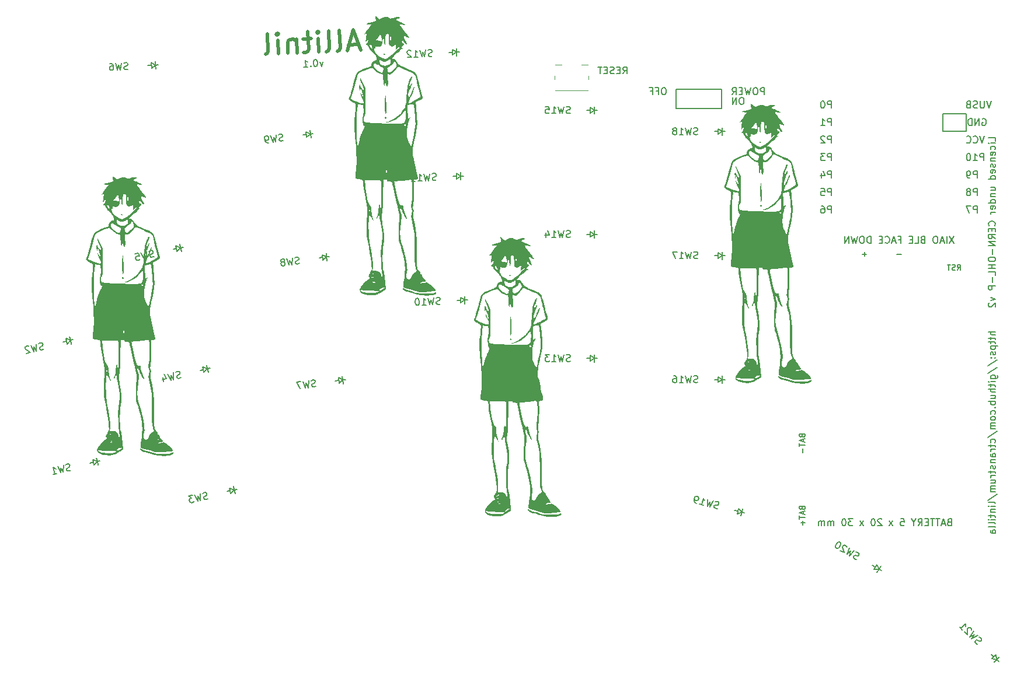
<source format=gbr>
%TF.GenerationSoftware,KiCad,Pcbnew,8.0.5*%
%TF.CreationDate,2024-09-24T00:59:07-07:00*%
%TF.ProjectId,lintilla,6c696e74-696c-46c6-912e-6b696361645f,v0.1*%
%TF.SameCoordinates,Original*%
%TF.FileFunction,Legend,Bot*%
%TF.FilePolarity,Positive*%
%FSLAX46Y46*%
G04 Gerber Fmt 4.6, Leading zero omitted, Abs format (unit mm)*
G04 Created by KiCad (PCBNEW 8.0.5) date 2024-09-24 00:59:07*
%MOMM*%
%LPD*%
G01*
G04 APERTURE LIST*
%ADD10C,0.153000*%
%ADD11C,0.500000*%
%ADD12C,0.150000*%
%ADD13C,0.300000*%
%ADD14C,0.120000*%
%ADD15C,0.000000*%
G04 APERTURE END LIST*
D10*
X176896271Y-75092315D02*
X175896271Y-75092315D01*
X176896271Y-75520886D02*
X176372461Y-75520886D01*
X176372461Y-75520886D02*
X176277223Y-75473267D01*
X176277223Y-75473267D02*
X176229604Y-75378029D01*
X176229604Y-75378029D02*
X176229604Y-75235172D01*
X176229604Y-75235172D02*
X176277223Y-75139934D01*
X176277223Y-75139934D02*
X176324842Y-75092315D01*
X176229604Y-75854220D02*
X176229604Y-76235172D01*
X175896271Y-75997077D02*
X176753413Y-75997077D01*
X176753413Y-75997077D02*
X176848652Y-76044696D01*
X176848652Y-76044696D02*
X176896271Y-76139934D01*
X176896271Y-76139934D02*
X176896271Y-76235172D01*
X176229604Y-76425649D02*
X176229604Y-76806601D01*
X175896271Y-76568506D02*
X176753413Y-76568506D01*
X176753413Y-76568506D02*
X176848652Y-76616125D01*
X176848652Y-76616125D02*
X176896271Y-76711363D01*
X176896271Y-76711363D02*
X176896271Y-76806601D01*
X176229604Y-77139935D02*
X177229604Y-77139935D01*
X176277223Y-77139935D02*
X176229604Y-77235173D01*
X176229604Y-77235173D02*
X176229604Y-77425649D01*
X176229604Y-77425649D02*
X176277223Y-77520887D01*
X176277223Y-77520887D02*
X176324842Y-77568506D01*
X176324842Y-77568506D02*
X176420080Y-77616125D01*
X176420080Y-77616125D02*
X176705794Y-77616125D01*
X176705794Y-77616125D02*
X176801032Y-77568506D01*
X176801032Y-77568506D02*
X176848652Y-77520887D01*
X176848652Y-77520887D02*
X176896271Y-77425649D01*
X176896271Y-77425649D02*
X176896271Y-77235173D01*
X176896271Y-77235173D02*
X176848652Y-77139935D01*
X176848652Y-77997078D02*
X176896271Y-78092316D01*
X176896271Y-78092316D02*
X176896271Y-78282792D01*
X176896271Y-78282792D02*
X176848652Y-78378030D01*
X176848652Y-78378030D02*
X176753413Y-78425649D01*
X176753413Y-78425649D02*
X176705794Y-78425649D01*
X176705794Y-78425649D02*
X176610556Y-78378030D01*
X176610556Y-78378030D02*
X176562937Y-78282792D01*
X176562937Y-78282792D02*
X176562937Y-78139935D01*
X176562937Y-78139935D02*
X176515318Y-78044697D01*
X176515318Y-78044697D02*
X176420080Y-77997078D01*
X176420080Y-77997078D02*
X176372461Y-77997078D01*
X176372461Y-77997078D02*
X176277223Y-78044697D01*
X176277223Y-78044697D02*
X176229604Y-78139935D01*
X176229604Y-78139935D02*
X176229604Y-78282792D01*
X176229604Y-78282792D02*
X176277223Y-78378030D01*
X176801032Y-78854221D02*
X176848652Y-78901840D01*
X176848652Y-78901840D02*
X176896271Y-78854221D01*
X176896271Y-78854221D02*
X176848652Y-78806602D01*
X176848652Y-78806602D02*
X176801032Y-78854221D01*
X176801032Y-78854221D02*
X176896271Y-78854221D01*
X176277223Y-78854221D02*
X176324842Y-78901840D01*
X176324842Y-78901840D02*
X176372461Y-78854221D01*
X176372461Y-78854221D02*
X176324842Y-78806602D01*
X176324842Y-78806602D02*
X176277223Y-78854221D01*
X176277223Y-78854221D02*
X176372461Y-78854221D01*
X175848652Y-80044696D02*
X177134366Y-79187554D01*
X175848652Y-81092315D02*
X177134366Y-80235173D01*
X176229604Y-81854220D02*
X177039128Y-81854220D01*
X177039128Y-81854220D02*
X177134366Y-81806601D01*
X177134366Y-81806601D02*
X177181985Y-81758982D01*
X177181985Y-81758982D02*
X177229604Y-81663744D01*
X177229604Y-81663744D02*
X177229604Y-81520887D01*
X177229604Y-81520887D02*
X177181985Y-81425649D01*
X176848652Y-81854220D02*
X176896271Y-81758982D01*
X176896271Y-81758982D02*
X176896271Y-81568506D01*
X176896271Y-81568506D02*
X176848652Y-81473268D01*
X176848652Y-81473268D02*
X176801032Y-81425649D01*
X176801032Y-81425649D02*
X176705794Y-81378030D01*
X176705794Y-81378030D02*
X176420080Y-81378030D01*
X176420080Y-81378030D02*
X176324842Y-81425649D01*
X176324842Y-81425649D02*
X176277223Y-81473268D01*
X176277223Y-81473268D02*
X176229604Y-81568506D01*
X176229604Y-81568506D02*
X176229604Y-81758982D01*
X176229604Y-81758982D02*
X176277223Y-81854220D01*
X176896271Y-82330411D02*
X176229604Y-82330411D01*
X175896271Y-82330411D02*
X175943890Y-82282792D01*
X175943890Y-82282792D02*
X175991509Y-82330411D01*
X175991509Y-82330411D02*
X175943890Y-82378030D01*
X175943890Y-82378030D02*
X175896271Y-82330411D01*
X175896271Y-82330411D02*
X175991509Y-82330411D01*
X176229604Y-82663744D02*
X176229604Y-83044696D01*
X175896271Y-82806601D02*
X176753413Y-82806601D01*
X176753413Y-82806601D02*
X176848652Y-82854220D01*
X176848652Y-82854220D02*
X176896271Y-82949458D01*
X176896271Y-82949458D02*
X176896271Y-83044696D01*
X176896271Y-83378030D02*
X175896271Y-83378030D01*
X176896271Y-83806601D02*
X176372461Y-83806601D01*
X176372461Y-83806601D02*
X176277223Y-83758982D01*
X176277223Y-83758982D02*
X176229604Y-83663744D01*
X176229604Y-83663744D02*
X176229604Y-83520887D01*
X176229604Y-83520887D02*
X176277223Y-83425649D01*
X176277223Y-83425649D02*
X176324842Y-83378030D01*
X176229604Y-84711363D02*
X176896271Y-84711363D01*
X176229604Y-84282792D02*
X176753413Y-84282792D01*
X176753413Y-84282792D02*
X176848652Y-84330411D01*
X176848652Y-84330411D02*
X176896271Y-84425649D01*
X176896271Y-84425649D02*
X176896271Y-84568506D01*
X176896271Y-84568506D02*
X176848652Y-84663744D01*
X176848652Y-84663744D02*
X176801032Y-84711363D01*
X176896271Y-85187554D02*
X175896271Y-85187554D01*
X176277223Y-85187554D02*
X176229604Y-85282792D01*
X176229604Y-85282792D02*
X176229604Y-85473268D01*
X176229604Y-85473268D02*
X176277223Y-85568506D01*
X176277223Y-85568506D02*
X176324842Y-85616125D01*
X176324842Y-85616125D02*
X176420080Y-85663744D01*
X176420080Y-85663744D02*
X176705794Y-85663744D01*
X176705794Y-85663744D02*
X176801032Y-85616125D01*
X176801032Y-85616125D02*
X176848652Y-85568506D01*
X176848652Y-85568506D02*
X176896271Y-85473268D01*
X176896271Y-85473268D02*
X176896271Y-85282792D01*
X176896271Y-85282792D02*
X176848652Y-85187554D01*
X176801032Y-86092316D02*
X176848652Y-86139935D01*
X176848652Y-86139935D02*
X176896271Y-86092316D01*
X176896271Y-86092316D02*
X176848652Y-86044697D01*
X176848652Y-86044697D02*
X176801032Y-86092316D01*
X176801032Y-86092316D02*
X176896271Y-86092316D01*
X176848652Y-86997077D02*
X176896271Y-86901839D01*
X176896271Y-86901839D02*
X176896271Y-86711363D01*
X176896271Y-86711363D02*
X176848652Y-86616125D01*
X176848652Y-86616125D02*
X176801032Y-86568506D01*
X176801032Y-86568506D02*
X176705794Y-86520887D01*
X176705794Y-86520887D02*
X176420080Y-86520887D01*
X176420080Y-86520887D02*
X176324842Y-86568506D01*
X176324842Y-86568506D02*
X176277223Y-86616125D01*
X176277223Y-86616125D02*
X176229604Y-86711363D01*
X176229604Y-86711363D02*
X176229604Y-86901839D01*
X176229604Y-86901839D02*
X176277223Y-86997077D01*
X176896271Y-87568506D02*
X176848652Y-87473268D01*
X176848652Y-87473268D02*
X176801032Y-87425649D01*
X176801032Y-87425649D02*
X176705794Y-87378030D01*
X176705794Y-87378030D02*
X176420080Y-87378030D01*
X176420080Y-87378030D02*
X176324842Y-87425649D01*
X176324842Y-87425649D02*
X176277223Y-87473268D01*
X176277223Y-87473268D02*
X176229604Y-87568506D01*
X176229604Y-87568506D02*
X176229604Y-87711363D01*
X176229604Y-87711363D02*
X176277223Y-87806601D01*
X176277223Y-87806601D02*
X176324842Y-87854220D01*
X176324842Y-87854220D02*
X176420080Y-87901839D01*
X176420080Y-87901839D02*
X176705794Y-87901839D01*
X176705794Y-87901839D02*
X176801032Y-87854220D01*
X176801032Y-87854220D02*
X176848652Y-87806601D01*
X176848652Y-87806601D02*
X176896271Y-87711363D01*
X176896271Y-87711363D02*
X176896271Y-87568506D01*
X176896271Y-88330411D02*
X176229604Y-88330411D01*
X176324842Y-88330411D02*
X176277223Y-88378030D01*
X176277223Y-88378030D02*
X176229604Y-88473268D01*
X176229604Y-88473268D02*
X176229604Y-88616125D01*
X176229604Y-88616125D02*
X176277223Y-88711363D01*
X176277223Y-88711363D02*
X176372461Y-88758982D01*
X176372461Y-88758982D02*
X176896271Y-88758982D01*
X176372461Y-88758982D02*
X176277223Y-88806601D01*
X176277223Y-88806601D02*
X176229604Y-88901839D01*
X176229604Y-88901839D02*
X176229604Y-89044696D01*
X176229604Y-89044696D02*
X176277223Y-89139935D01*
X176277223Y-89139935D02*
X176372461Y-89187554D01*
X176372461Y-89187554D02*
X176896271Y-89187554D01*
X175848652Y-90378029D02*
X177134366Y-89520887D01*
X176848652Y-91139934D02*
X176896271Y-91044696D01*
X176896271Y-91044696D02*
X176896271Y-90854220D01*
X176896271Y-90854220D02*
X176848652Y-90758982D01*
X176848652Y-90758982D02*
X176801032Y-90711363D01*
X176801032Y-90711363D02*
X176705794Y-90663744D01*
X176705794Y-90663744D02*
X176420080Y-90663744D01*
X176420080Y-90663744D02*
X176324842Y-90711363D01*
X176324842Y-90711363D02*
X176277223Y-90758982D01*
X176277223Y-90758982D02*
X176229604Y-90854220D01*
X176229604Y-90854220D02*
X176229604Y-91044696D01*
X176229604Y-91044696D02*
X176277223Y-91139934D01*
X176229604Y-91425649D02*
X176229604Y-91806601D01*
X175896271Y-91568506D02*
X176753413Y-91568506D01*
X176753413Y-91568506D02*
X176848652Y-91616125D01*
X176848652Y-91616125D02*
X176896271Y-91711363D01*
X176896271Y-91711363D02*
X176896271Y-91806601D01*
X176896271Y-92139935D02*
X176229604Y-92139935D01*
X176420080Y-92139935D02*
X176324842Y-92187554D01*
X176324842Y-92187554D02*
X176277223Y-92235173D01*
X176277223Y-92235173D02*
X176229604Y-92330411D01*
X176229604Y-92330411D02*
X176229604Y-92425649D01*
X176896271Y-93187554D02*
X176372461Y-93187554D01*
X176372461Y-93187554D02*
X176277223Y-93139935D01*
X176277223Y-93139935D02*
X176229604Y-93044697D01*
X176229604Y-93044697D02*
X176229604Y-92854221D01*
X176229604Y-92854221D02*
X176277223Y-92758983D01*
X176848652Y-93187554D02*
X176896271Y-93092316D01*
X176896271Y-93092316D02*
X176896271Y-92854221D01*
X176896271Y-92854221D02*
X176848652Y-92758983D01*
X176848652Y-92758983D02*
X176753413Y-92711364D01*
X176753413Y-92711364D02*
X176658175Y-92711364D01*
X176658175Y-92711364D02*
X176562937Y-92758983D01*
X176562937Y-92758983D02*
X176515318Y-92854221D01*
X176515318Y-92854221D02*
X176515318Y-93092316D01*
X176515318Y-93092316D02*
X176467699Y-93187554D01*
X176229604Y-93663745D02*
X176896271Y-93663745D01*
X176324842Y-93663745D02*
X176277223Y-93711364D01*
X176277223Y-93711364D02*
X176229604Y-93806602D01*
X176229604Y-93806602D02*
X176229604Y-93949459D01*
X176229604Y-93949459D02*
X176277223Y-94044697D01*
X176277223Y-94044697D02*
X176372461Y-94092316D01*
X176372461Y-94092316D02*
X176896271Y-94092316D01*
X176848652Y-94520888D02*
X176896271Y-94616126D01*
X176896271Y-94616126D02*
X176896271Y-94806602D01*
X176896271Y-94806602D02*
X176848652Y-94901840D01*
X176848652Y-94901840D02*
X176753413Y-94949459D01*
X176753413Y-94949459D02*
X176705794Y-94949459D01*
X176705794Y-94949459D02*
X176610556Y-94901840D01*
X176610556Y-94901840D02*
X176562937Y-94806602D01*
X176562937Y-94806602D02*
X176562937Y-94663745D01*
X176562937Y-94663745D02*
X176515318Y-94568507D01*
X176515318Y-94568507D02*
X176420080Y-94520888D01*
X176420080Y-94520888D02*
X176372461Y-94520888D01*
X176372461Y-94520888D02*
X176277223Y-94568507D01*
X176277223Y-94568507D02*
X176229604Y-94663745D01*
X176229604Y-94663745D02*
X176229604Y-94806602D01*
X176229604Y-94806602D02*
X176277223Y-94901840D01*
X176229604Y-95235174D02*
X176229604Y-95616126D01*
X175896271Y-95378031D02*
X176753413Y-95378031D01*
X176753413Y-95378031D02*
X176848652Y-95425650D01*
X176848652Y-95425650D02*
X176896271Y-95520888D01*
X176896271Y-95520888D02*
X176896271Y-95616126D01*
X176896271Y-95949460D02*
X176229604Y-95949460D01*
X176420080Y-95949460D02*
X176324842Y-95997079D01*
X176324842Y-95997079D02*
X176277223Y-96044698D01*
X176277223Y-96044698D02*
X176229604Y-96139936D01*
X176229604Y-96139936D02*
X176229604Y-96235174D01*
X176229604Y-96997079D02*
X176896271Y-96997079D01*
X176229604Y-96568508D02*
X176753413Y-96568508D01*
X176753413Y-96568508D02*
X176848652Y-96616127D01*
X176848652Y-96616127D02*
X176896271Y-96711365D01*
X176896271Y-96711365D02*
X176896271Y-96854222D01*
X176896271Y-96854222D02*
X176848652Y-96949460D01*
X176848652Y-96949460D02*
X176801032Y-96997079D01*
X176896271Y-97473270D02*
X176229604Y-97473270D01*
X176324842Y-97473270D02*
X176277223Y-97520889D01*
X176277223Y-97520889D02*
X176229604Y-97616127D01*
X176229604Y-97616127D02*
X176229604Y-97758984D01*
X176229604Y-97758984D02*
X176277223Y-97854222D01*
X176277223Y-97854222D02*
X176372461Y-97901841D01*
X176372461Y-97901841D02*
X176896271Y-97901841D01*
X176372461Y-97901841D02*
X176277223Y-97949460D01*
X176277223Y-97949460D02*
X176229604Y-98044698D01*
X176229604Y-98044698D02*
X176229604Y-98187555D01*
X176229604Y-98187555D02*
X176277223Y-98282794D01*
X176277223Y-98282794D02*
X176372461Y-98330413D01*
X176372461Y-98330413D02*
X176896271Y-98330413D01*
X175848652Y-99520888D02*
X177134366Y-98663746D01*
X176896271Y-99997079D02*
X176848652Y-99901841D01*
X176848652Y-99901841D02*
X176753413Y-99854222D01*
X176753413Y-99854222D02*
X175896271Y-99854222D01*
X176896271Y-100378032D02*
X176229604Y-100378032D01*
X175896271Y-100378032D02*
X175943890Y-100330413D01*
X175943890Y-100330413D02*
X175991509Y-100378032D01*
X175991509Y-100378032D02*
X175943890Y-100425651D01*
X175943890Y-100425651D02*
X175896271Y-100378032D01*
X175896271Y-100378032D02*
X175991509Y-100378032D01*
X176229604Y-100854222D02*
X176896271Y-100854222D01*
X176324842Y-100854222D02*
X176277223Y-100901841D01*
X176277223Y-100901841D02*
X176229604Y-100997079D01*
X176229604Y-100997079D02*
X176229604Y-101139936D01*
X176229604Y-101139936D02*
X176277223Y-101235174D01*
X176277223Y-101235174D02*
X176372461Y-101282793D01*
X176372461Y-101282793D02*
X176896271Y-101282793D01*
X176229604Y-101616127D02*
X176229604Y-101997079D01*
X175896271Y-101758984D02*
X176753413Y-101758984D01*
X176753413Y-101758984D02*
X176848652Y-101806603D01*
X176848652Y-101806603D02*
X176896271Y-101901841D01*
X176896271Y-101901841D02*
X176896271Y-101997079D01*
X176896271Y-102330413D02*
X176229604Y-102330413D01*
X175896271Y-102330413D02*
X175943890Y-102282794D01*
X175943890Y-102282794D02*
X175991509Y-102330413D01*
X175991509Y-102330413D02*
X175943890Y-102378032D01*
X175943890Y-102378032D02*
X175896271Y-102330413D01*
X175896271Y-102330413D02*
X175991509Y-102330413D01*
X176896271Y-102949460D02*
X176848652Y-102854222D01*
X176848652Y-102854222D02*
X176753413Y-102806603D01*
X176753413Y-102806603D02*
X175896271Y-102806603D01*
X176896271Y-103473270D02*
X176848652Y-103378032D01*
X176848652Y-103378032D02*
X176753413Y-103330413D01*
X176753413Y-103330413D02*
X175896271Y-103330413D01*
X176896271Y-104282794D02*
X176372461Y-104282794D01*
X176372461Y-104282794D02*
X176277223Y-104235175D01*
X176277223Y-104235175D02*
X176229604Y-104139937D01*
X176229604Y-104139937D02*
X176229604Y-103949461D01*
X176229604Y-103949461D02*
X176277223Y-103854223D01*
X176848652Y-104282794D02*
X176896271Y-104187556D01*
X176896271Y-104187556D02*
X176896271Y-103949461D01*
X176896271Y-103949461D02*
X176848652Y-103854223D01*
X176848652Y-103854223D02*
X176753413Y-103806604D01*
X176753413Y-103806604D02*
X176658175Y-103806604D01*
X176658175Y-103806604D02*
X176562937Y-103854223D01*
X176562937Y-103854223D02*
X176515318Y-103949461D01*
X176515318Y-103949461D02*
X176515318Y-104187556D01*
X176515318Y-104187556D02*
X176467699Y-104282794D01*
D11*
X84572576Y-33355346D02*
X83145364Y-33417660D01*
X84895406Y-34199211D02*
X83765500Y-31245685D01*
X83765500Y-31245685D02*
X82897310Y-34286449D01*
X81470098Y-34348763D02*
X81749309Y-34193579D01*
X81749309Y-34193579D02*
X81879567Y-33901905D01*
X81879567Y-33901905D02*
X81767403Y-31332924D01*
X79900164Y-34417308D02*
X80179375Y-34262124D01*
X80179375Y-34262124D02*
X80309634Y-33970450D01*
X80309634Y-33970450D02*
X80197470Y-31401469D01*
X78758394Y-34467158D02*
X78671156Y-32469062D01*
X78627536Y-31470014D02*
X78776489Y-31606504D01*
X78776489Y-31606504D02*
X78639999Y-31755456D01*
X78639999Y-31755456D02*
X78491046Y-31618966D01*
X78491046Y-31618966D02*
X78627536Y-31470014D01*
X78627536Y-31470014D02*
X78639999Y-31755456D01*
X77672108Y-32512681D02*
X76530338Y-32562532D01*
X77200325Y-31532327D02*
X77312489Y-34101308D01*
X77312489Y-34101308D02*
X77182231Y-34392982D01*
X77182231Y-34392982D02*
X76903020Y-34548166D01*
X76903020Y-34548166D02*
X76617577Y-34560629D01*
X75531290Y-32606151D02*
X75618529Y-34604248D01*
X75543753Y-32891594D02*
X75394800Y-32755104D01*
X75394800Y-32755104D02*
X75103126Y-32624846D01*
X75103126Y-32624846D02*
X74674963Y-32643540D01*
X74674963Y-32643540D02*
X74395752Y-32798723D01*
X74395752Y-32798723D02*
X74265493Y-33090397D01*
X74265493Y-33090397D02*
X74334038Y-34660330D01*
X72906826Y-34722643D02*
X72819587Y-32724547D01*
X72775968Y-31725499D02*
X72924920Y-31861989D01*
X72924920Y-31861989D02*
X72788431Y-32010941D01*
X72788431Y-32010941D02*
X72639478Y-31874451D01*
X72639478Y-31874451D02*
X72775968Y-31725499D01*
X72775968Y-31725499D02*
X72788431Y-32010941D01*
X71051451Y-34803651D02*
X71330662Y-34648467D01*
X71330662Y-34648467D02*
X71460921Y-34356793D01*
X71460921Y-34356793D02*
X71348757Y-31787812D01*
D10*
X170893989Y-61208214D02*
X170227323Y-62208214D01*
X170227323Y-61208214D02*
X170893989Y-62208214D01*
X169846370Y-62208214D02*
X169846370Y-61208214D01*
X169417799Y-61922499D02*
X168941609Y-61922499D01*
X169513037Y-62208214D02*
X169179704Y-61208214D01*
X169179704Y-61208214D02*
X168846371Y-62208214D01*
X168322561Y-61208214D02*
X168132085Y-61208214D01*
X168132085Y-61208214D02*
X168036847Y-61255833D01*
X168036847Y-61255833D02*
X167941609Y-61351071D01*
X167941609Y-61351071D02*
X167893990Y-61541547D01*
X167893990Y-61541547D02*
X167893990Y-61874880D01*
X167893990Y-61874880D02*
X167941609Y-62065356D01*
X167941609Y-62065356D02*
X168036847Y-62160595D01*
X168036847Y-62160595D02*
X168132085Y-62208214D01*
X168132085Y-62208214D02*
X168322561Y-62208214D01*
X168322561Y-62208214D02*
X168417799Y-62160595D01*
X168417799Y-62160595D02*
X168513037Y-62065356D01*
X168513037Y-62065356D02*
X168560656Y-61874880D01*
X168560656Y-61874880D02*
X168560656Y-61541547D01*
X168560656Y-61541547D02*
X168513037Y-61351071D01*
X168513037Y-61351071D02*
X168417799Y-61255833D01*
X168417799Y-61255833D02*
X168322561Y-61208214D01*
X166370180Y-61684404D02*
X166227323Y-61732023D01*
X166227323Y-61732023D02*
X166179704Y-61779642D01*
X166179704Y-61779642D02*
X166132085Y-61874880D01*
X166132085Y-61874880D02*
X166132085Y-62017737D01*
X166132085Y-62017737D02*
X166179704Y-62112975D01*
X166179704Y-62112975D02*
X166227323Y-62160595D01*
X166227323Y-62160595D02*
X166322561Y-62208214D01*
X166322561Y-62208214D02*
X166703513Y-62208214D01*
X166703513Y-62208214D02*
X166703513Y-61208214D01*
X166703513Y-61208214D02*
X166370180Y-61208214D01*
X166370180Y-61208214D02*
X166274942Y-61255833D01*
X166274942Y-61255833D02*
X166227323Y-61303452D01*
X166227323Y-61303452D02*
X166179704Y-61398690D01*
X166179704Y-61398690D02*
X166179704Y-61493928D01*
X166179704Y-61493928D02*
X166227323Y-61589166D01*
X166227323Y-61589166D02*
X166274942Y-61636785D01*
X166274942Y-61636785D02*
X166370180Y-61684404D01*
X166370180Y-61684404D02*
X166703513Y-61684404D01*
X165227323Y-62208214D02*
X165703513Y-62208214D01*
X165703513Y-62208214D02*
X165703513Y-61208214D01*
X164893989Y-61684404D02*
X164560656Y-61684404D01*
X164417799Y-62208214D02*
X164893989Y-62208214D01*
X164893989Y-62208214D02*
X164893989Y-61208214D01*
X164893989Y-61208214D02*
X164417799Y-61208214D01*
X162893989Y-61684404D02*
X163227322Y-61684404D01*
X163227322Y-62208214D02*
X163227322Y-61208214D01*
X163227322Y-61208214D02*
X162751132Y-61208214D01*
X162417798Y-61922499D02*
X161941608Y-61922499D01*
X162513036Y-62208214D02*
X162179703Y-61208214D01*
X162179703Y-61208214D02*
X161846370Y-62208214D01*
X160941608Y-62112975D02*
X160989227Y-62160595D01*
X160989227Y-62160595D02*
X161132084Y-62208214D01*
X161132084Y-62208214D02*
X161227322Y-62208214D01*
X161227322Y-62208214D02*
X161370179Y-62160595D01*
X161370179Y-62160595D02*
X161465417Y-62065356D01*
X161465417Y-62065356D02*
X161513036Y-61970118D01*
X161513036Y-61970118D02*
X161560655Y-61779642D01*
X161560655Y-61779642D02*
X161560655Y-61636785D01*
X161560655Y-61636785D02*
X161513036Y-61446309D01*
X161513036Y-61446309D02*
X161465417Y-61351071D01*
X161465417Y-61351071D02*
X161370179Y-61255833D01*
X161370179Y-61255833D02*
X161227322Y-61208214D01*
X161227322Y-61208214D02*
X161132084Y-61208214D01*
X161132084Y-61208214D02*
X160989227Y-61255833D01*
X160989227Y-61255833D02*
X160941608Y-61303452D01*
X160513036Y-61684404D02*
X160179703Y-61684404D01*
X160036846Y-62208214D02*
X160513036Y-62208214D01*
X160513036Y-62208214D02*
X160513036Y-61208214D01*
X160513036Y-61208214D02*
X160036846Y-61208214D01*
X158846369Y-62208214D02*
X158846369Y-61208214D01*
X158846369Y-61208214D02*
X158608274Y-61208214D01*
X158608274Y-61208214D02*
X158465417Y-61255833D01*
X158465417Y-61255833D02*
X158370179Y-61351071D01*
X158370179Y-61351071D02*
X158322560Y-61446309D01*
X158322560Y-61446309D02*
X158274941Y-61636785D01*
X158274941Y-61636785D02*
X158274941Y-61779642D01*
X158274941Y-61779642D02*
X158322560Y-61970118D01*
X158322560Y-61970118D02*
X158370179Y-62065356D01*
X158370179Y-62065356D02*
X158465417Y-62160595D01*
X158465417Y-62160595D02*
X158608274Y-62208214D01*
X158608274Y-62208214D02*
X158846369Y-62208214D01*
X157655893Y-61208214D02*
X157465417Y-61208214D01*
X157465417Y-61208214D02*
X157370179Y-61255833D01*
X157370179Y-61255833D02*
X157274941Y-61351071D01*
X157274941Y-61351071D02*
X157227322Y-61541547D01*
X157227322Y-61541547D02*
X157227322Y-61874880D01*
X157227322Y-61874880D02*
X157274941Y-62065356D01*
X157274941Y-62065356D02*
X157370179Y-62160595D01*
X157370179Y-62160595D02*
X157465417Y-62208214D01*
X157465417Y-62208214D02*
X157655893Y-62208214D01*
X157655893Y-62208214D02*
X157751131Y-62160595D01*
X157751131Y-62160595D02*
X157846369Y-62065356D01*
X157846369Y-62065356D02*
X157893988Y-61874880D01*
X157893988Y-61874880D02*
X157893988Y-61541547D01*
X157893988Y-61541547D02*
X157846369Y-61351071D01*
X157846369Y-61351071D02*
X157751131Y-61255833D01*
X157751131Y-61255833D02*
X157655893Y-61208214D01*
X156893988Y-61208214D02*
X156655893Y-62208214D01*
X156655893Y-62208214D02*
X156465417Y-61493928D01*
X156465417Y-61493928D02*
X156274941Y-62208214D01*
X156274941Y-62208214D02*
X156036846Y-61208214D01*
X155655893Y-62208214D02*
X155655893Y-61208214D01*
X155655893Y-61208214D02*
X155084465Y-62208214D01*
X155084465Y-62208214D02*
X155084465Y-61208214D01*
X128912377Y-39658222D02*
X128721901Y-39658222D01*
X128721901Y-39658222D02*
X128626663Y-39705841D01*
X128626663Y-39705841D02*
X128531425Y-39801079D01*
X128531425Y-39801079D02*
X128483806Y-39991555D01*
X128483806Y-39991555D02*
X128483806Y-40324888D01*
X128483806Y-40324888D02*
X128531425Y-40515364D01*
X128531425Y-40515364D02*
X128626663Y-40610603D01*
X128626663Y-40610603D02*
X128721901Y-40658222D01*
X128721901Y-40658222D02*
X128912377Y-40658222D01*
X128912377Y-40658222D02*
X129007615Y-40610603D01*
X129007615Y-40610603D02*
X129102853Y-40515364D01*
X129102853Y-40515364D02*
X129150472Y-40324888D01*
X129150472Y-40324888D02*
X129150472Y-39991555D01*
X129150472Y-39991555D02*
X129102853Y-39801079D01*
X129102853Y-39801079D02*
X129007615Y-39705841D01*
X129007615Y-39705841D02*
X128912377Y-39658222D01*
X127721901Y-40134412D02*
X128055234Y-40134412D01*
X128055234Y-40658222D02*
X128055234Y-39658222D01*
X128055234Y-39658222D02*
X127579044Y-39658222D01*
X126864758Y-40134412D02*
X127198091Y-40134412D01*
X127198091Y-40658222D02*
X127198091Y-39658222D01*
X127198091Y-39658222D02*
X126721901Y-39658222D01*
X122893993Y-37624880D02*
X123227326Y-37148689D01*
X123465421Y-37624880D02*
X123465421Y-36624880D01*
X123465421Y-36624880D02*
X123084469Y-36624880D01*
X123084469Y-36624880D02*
X122989231Y-36672499D01*
X122989231Y-36672499D02*
X122941612Y-36720118D01*
X122941612Y-36720118D02*
X122893993Y-36815356D01*
X122893993Y-36815356D02*
X122893993Y-36958213D01*
X122893993Y-36958213D02*
X122941612Y-37053451D01*
X122941612Y-37053451D02*
X122989231Y-37101070D01*
X122989231Y-37101070D02*
X123084469Y-37148689D01*
X123084469Y-37148689D02*
X123465421Y-37148689D01*
X122465421Y-37101070D02*
X122132088Y-37101070D01*
X121989231Y-37624880D02*
X122465421Y-37624880D01*
X122465421Y-37624880D02*
X122465421Y-36624880D01*
X122465421Y-36624880D02*
X121989231Y-36624880D01*
X121608278Y-37577261D02*
X121465421Y-37624880D01*
X121465421Y-37624880D02*
X121227326Y-37624880D01*
X121227326Y-37624880D02*
X121132088Y-37577261D01*
X121132088Y-37577261D02*
X121084469Y-37529641D01*
X121084469Y-37529641D02*
X121036850Y-37434403D01*
X121036850Y-37434403D02*
X121036850Y-37339165D01*
X121036850Y-37339165D02*
X121084469Y-37243927D01*
X121084469Y-37243927D02*
X121132088Y-37196308D01*
X121132088Y-37196308D02*
X121227326Y-37148689D01*
X121227326Y-37148689D02*
X121417802Y-37101070D01*
X121417802Y-37101070D02*
X121513040Y-37053451D01*
X121513040Y-37053451D02*
X121560659Y-37005832D01*
X121560659Y-37005832D02*
X121608278Y-36910594D01*
X121608278Y-36910594D02*
X121608278Y-36815356D01*
X121608278Y-36815356D02*
X121560659Y-36720118D01*
X121560659Y-36720118D02*
X121513040Y-36672499D01*
X121513040Y-36672499D02*
X121417802Y-36624880D01*
X121417802Y-36624880D02*
X121179707Y-36624880D01*
X121179707Y-36624880D02*
X121036850Y-36672499D01*
X120608278Y-37101070D02*
X120274945Y-37101070D01*
X120132088Y-37624880D02*
X120608278Y-37624880D01*
X120608278Y-37624880D02*
X120608278Y-36624880D01*
X120608278Y-36624880D02*
X120132088Y-36624880D01*
X119846373Y-36624880D02*
X119274945Y-36624880D01*
X119560659Y-37624880D02*
X119560659Y-36624880D01*
X170232745Y-102684411D02*
X170089888Y-102732030D01*
X170089888Y-102732030D02*
X170042269Y-102779649D01*
X170042269Y-102779649D02*
X169994650Y-102874887D01*
X169994650Y-102874887D02*
X169994650Y-103017744D01*
X169994650Y-103017744D02*
X170042269Y-103112982D01*
X170042269Y-103112982D02*
X170089888Y-103160602D01*
X170089888Y-103160602D02*
X170185126Y-103208221D01*
X170185126Y-103208221D02*
X170566078Y-103208221D01*
X170566078Y-103208221D02*
X170566078Y-102208221D01*
X170566078Y-102208221D02*
X170232745Y-102208221D01*
X170232745Y-102208221D02*
X170137507Y-102255840D01*
X170137507Y-102255840D02*
X170089888Y-102303459D01*
X170089888Y-102303459D02*
X170042269Y-102398697D01*
X170042269Y-102398697D02*
X170042269Y-102493935D01*
X170042269Y-102493935D02*
X170089888Y-102589173D01*
X170089888Y-102589173D02*
X170137507Y-102636792D01*
X170137507Y-102636792D02*
X170232745Y-102684411D01*
X170232745Y-102684411D02*
X170566078Y-102684411D01*
X169613697Y-102922506D02*
X169137507Y-102922506D01*
X169708935Y-103208221D02*
X169375602Y-102208221D01*
X169375602Y-102208221D02*
X169042269Y-103208221D01*
X168851792Y-102208221D02*
X168280364Y-102208221D01*
X168566078Y-103208221D02*
X168566078Y-102208221D01*
X168089887Y-102208221D02*
X167518459Y-102208221D01*
X167804173Y-103208221D02*
X167804173Y-102208221D01*
X167185125Y-102684411D02*
X166851792Y-102684411D01*
X166708935Y-103208221D02*
X167185125Y-103208221D01*
X167185125Y-103208221D02*
X167185125Y-102208221D01*
X167185125Y-102208221D02*
X166708935Y-102208221D01*
X165708935Y-103208221D02*
X166042268Y-102732030D01*
X166280363Y-103208221D02*
X166280363Y-102208221D01*
X166280363Y-102208221D02*
X165899411Y-102208221D01*
X165899411Y-102208221D02*
X165804173Y-102255840D01*
X165804173Y-102255840D02*
X165756554Y-102303459D01*
X165756554Y-102303459D02*
X165708935Y-102398697D01*
X165708935Y-102398697D02*
X165708935Y-102541554D01*
X165708935Y-102541554D02*
X165756554Y-102636792D01*
X165756554Y-102636792D02*
X165804173Y-102684411D01*
X165804173Y-102684411D02*
X165899411Y-102732030D01*
X165899411Y-102732030D02*
X166280363Y-102732030D01*
X165089887Y-102732030D02*
X165089887Y-103208221D01*
X165423220Y-102208221D02*
X165089887Y-102732030D01*
X165089887Y-102732030D02*
X164756554Y-102208221D01*
X163185125Y-102208221D02*
X163661315Y-102208221D01*
X163661315Y-102208221D02*
X163708934Y-102684411D01*
X163708934Y-102684411D02*
X163661315Y-102636792D01*
X163661315Y-102636792D02*
X163566077Y-102589173D01*
X163566077Y-102589173D02*
X163327982Y-102589173D01*
X163327982Y-102589173D02*
X163232744Y-102636792D01*
X163232744Y-102636792D02*
X163185125Y-102684411D01*
X163185125Y-102684411D02*
X163137506Y-102779649D01*
X163137506Y-102779649D02*
X163137506Y-103017744D01*
X163137506Y-103017744D02*
X163185125Y-103112982D01*
X163185125Y-103112982D02*
X163232744Y-103160602D01*
X163232744Y-103160602D02*
X163327982Y-103208221D01*
X163327982Y-103208221D02*
X163566077Y-103208221D01*
X163566077Y-103208221D02*
X163661315Y-103160602D01*
X163661315Y-103160602D02*
X163708934Y-103112982D01*
X162042267Y-103208221D02*
X161518458Y-102541554D01*
X162042267Y-102541554D02*
X161518458Y-103208221D01*
X160423219Y-102303459D02*
X160375600Y-102255840D01*
X160375600Y-102255840D02*
X160280362Y-102208221D01*
X160280362Y-102208221D02*
X160042267Y-102208221D01*
X160042267Y-102208221D02*
X159947029Y-102255840D01*
X159947029Y-102255840D02*
X159899410Y-102303459D01*
X159899410Y-102303459D02*
X159851791Y-102398697D01*
X159851791Y-102398697D02*
X159851791Y-102493935D01*
X159851791Y-102493935D02*
X159899410Y-102636792D01*
X159899410Y-102636792D02*
X160470838Y-103208221D01*
X160470838Y-103208221D02*
X159851791Y-103208221D01*
X159232743Y-102208221D02*
X159137505Y-102208221D01*
X159137505Y-102208221D02*
X159042267Y-102255840D01*
X159042267Y-102255840D02*
X158994648Y-102303459D01*
X158994648Y-102303459D02*
X158947029Y-102398697D01*
X158947029Y-102398697D02*
X158899410Y-102589173D01*
X158899410Y-102589173D02*
X158899410Y-102827268D01*
X158899410Y-102827268D02*
X158947029Y-103017744D01*
X158947029Y-103017744D02*
X158994648Y-103112982D01*
X158994648Y-103112982D02*
X159042267Y-103160602D01*
X159042267Y-103160602D02*
X159137505Y-103208221D01*
X159137505Y-103208221D02*
X159232743Y-103208221D01*
X159232743Y-103208221D02*
X159327981Y-103160602D01*
X159327981Y-103160602D02*
X159375600Y-103112982D01*
X159375600Y-103112982D02*
X159423219Y-103017744D01*
X159423219Y-103017744D02*
X159470838Y-102827268D01*
X159470838Y-102827268D02*
X159470838Y-102589173D01*
X159470838Y-102589173D02*
X159423219Y-102398697D01*
X159423219Y-102398697D02*
X159375600Y-102303459D01*
X159375600Y-102303459D02*
X159327981Y-102255840D01*
X159327981Y-102255840D02*
X159232743Y-102208221D01*
X157804171Y-103208221D02*
X157280362Y-102541554D01*
X157804171Y-102541554D02*
X157280362Y-103208221D01*
X156232742Y-102208221D02*
X155613695Y-102208221D01*
X155613695Y-102208221D02*
X155947028Y-102589173D01*
X155947028Y-102589173D02*
X155804171Y-102589173D01*
X155804171Y-102589173D02*
X155708933Y-102636792D01*
X155708933Y-102636792D02*
X155661314Y-102684411D01*
X155661314Y-102684411D02*
X155613695Y-102779649D01*
X155613695Y-102779649D02*
X155613695Y-103017744D01*
X155613695Y-103017744D02*
X155661314Y-103112982D01*
X155661314Y-103112982D02*
X155708933Y-103160602D01*
X155708933Y-103160602D02*
X155804171Y-103208221D01*
X155804171Y-103208221D02*
X156089885Y-103208221D01*
X156089885Y-103208221D02*
X156185123Y-103160602D01*
X156185123Y-103160602D02*
X156232742Y-103112982D01*
X154994647Y-102208221D02*
X154899409Y-102208221D01*
X154899409Y-102208221D02*
X154804171Y-102255840D01*
X154804171Y-102255840D02*
X154756552Y-102303459D01*
X154756552Y-102303459D02*
X154708933Y-102398697D01*
X154708933Y-102398697D02*
X154661314Y-102589173D01*
X154661314Y-102589173D02*
X154661314Y-102827268D01*
X154661314Y-102827268D02*
X154708933Y-103017744D01*
X154708933Y-103017744D02*
X154756552Y-103112982D01*
X154756552Y-103112982D02*
X154804171Y-103160602D01*
X154804171Y-103160602D02*
X154899409Y-103208221D01*
X154899409Y-103208221D02*
X154994647Y-103208221D01*
X154994647Y-103208221D02*
X155089885Y-103160602D01*
X155089885Y-103160602D02*
X155137504Y-103112982D01*
X155137504Y-103112982D02*
X155185123Y-103017744D01*
X155185123Y-103017744D02*
X155232742Y-102827268D01*
X155232742Y-102827268D02*
X155232742Y-102589173D01*
X155232742Y-102589173D02*
X155185123Y-102398697D01*
X155185123Y-102398697D02*
X155137504Y-102303459D01*
X155137504Y-102303459D02*
X155089885Y-102255840D01*
X155089885Y-102255840D02*
X154994647Y-102208221D01*
X153470837Y-103208221D02*
X153470837Y-102541554D01*
X153470837Y-102636792D02*
X153423218Y-102589173D01*
X153423218Y-102589173D02*
X153327980Y-102541554D01*
X153327980Y-102541554D02*
X153185123Y-102541554D01*
X153185123Y-102541554D02*
X153089885Y-102589173D01*
X153089885Y-102589173D02*
X153042266Y-102684411D01*
X153042266Y-102684411D02*
X153042266Y-103208221D01*
X153042266Y-102684411D02*
X152994647Y-102589173D01*
X152994647Y-102589173D02*
X152899409Y-102541554D01*
X152899409Y-102541554D02*
X152756552Y-102541554D01*
X152756552Y-102541554D02*
X152661313Y-102589173D01*
X152661313Y-102589173D02*
X152613694Y-102684411D01*
X152613694Y-102684411D02*
X152613694Y-103208221D01*
X152137504Y-103208221D02*
X152137504Y-102541554D01*
X152137504Y-102636792D02*
X152089885Y-102589173D01*
X152089885Y-102589173D02*
X151994647Y-102541554D01*
X151994647Y-102541554D02*
X151851790Y-102541554D01*
X151851790Y-102541554D02*
X151756552Y-102589173D01*
X151756552Y-102589173D02*
X151708933Y-102684411D01*
X151708933Y-102684411D02*
X151708933Y-103208221D01*
X151708933Y-102684411D02*
X151661314Y-102589173D01*
X151661314Y-102589173D02*
X151566076Y-102541554D01*
X151566076Y-102541554D02*
X151423219Y-102541554D01*
X151423219Y-102541554D02*
X151327980Y-102589173D01*
X151327980Y-102589173D02*
X151280361Y-102684411D01*
X151280361Y-102684411D02*
X151280361Y-103208221D01*
X79391480Y-35867011D02*
X79182691Y-36543429D01*
X79182691Y-36543429D02*
X78915743Y-35887782D01*
X78330318Y-35579692D02*
X78235171Y-35583846D01*
X78235171Y-35583846D02*
X78142100Y-35635574D01*
X78142100Y-35635574D02*
X78096604Y-35685225D01*
X78096604Y-35685225D02*
X78053184Y-35782449D01*
X78053184Y-35782449D02*
X78013919Y-35974821D01*
X78013919Y-35974821D02*
X78024305Y-36212690D01*
X78024305Y-36212690D02*
X78080187Y-36400908D01*
X78080187Y-36400908D02*
X78131915Y-36493978D01*
X78131915Y-36493978D02*
X78181566Y-36539475D01*
X78181566Y-36539475D02*
X78278790Y-36582894D01*
X78278790Y-36582894D02*
X78373938Y-36578740D01*
X78373938Y-36578740D02*
X78467008Y-36527012D01*
X78467008Y-36527012D02*
X78512505Y-36477361D01*
X78512505Y-36477361D02*
X78555924Y-36380137D01*
X78555924Y-36380137D02*
X78595189Y-36187765D01*
X78595189Y-36187765D02*
X78584804Y-35949896D01*
X78584804Y-35949896D02*
X78528922Y-35761678D01*
X78528922Y-35761678D02*
X78477194Y-35668608D01*
X78477194Y-35668608D02*
X78427543Y-35623111D01*
X78427543Y-35623111D02*
X78330318Y-35579692D01*
X77608604Y-36516826D02*
X77563107Y-36566477D01*
X77563107Y-36566477D02*
X77612758Y-36611974D01*
X77612758Y-36611974D02*
X77658255Y-36562323D01*
X77658255Y-36562323D02*
X77608604Y-36516826D01*
X77608604Y-36516826D02*
X77612758Y-36611974D01*
X76613710Y-36655593D02*
X77184595Y-36630668D01*
X76899153Y-36643130D02*
X76855533Y-35644082D01*
X76855533Y-35644082D02*
X76956912Y-35782649D01*
X76956912Y-35782649D02*
X77056214Y-35873642D01*
X77056214Y-35873642D02*
X77153438Y-35917062D01*
X176896274Y-47367168D02*
X176896274Y-46890978D01*
X176896274Y-46890978D02*
X175896274Y-46890978D01*
X176896274Y-47700502D02*
X176229607Y-47700502D01*
X175896274Y-47700502D02*
X175943893Y-47652883D01*
X175943893Y-47652883D02*
X175991512Y-47700502D01*
X175991512Y-47700502D02*
X175943893Y-47748121D01*
X175943893Y-47748121D02*
X175896274Y-47700502D01*
X175896274Y-47700502D02*
X175991512Y-47700502D01*
X176848655Y-48605263D02*
X176896274Y-48510025D01*
X176896274Y-48510025D02*
X176896274Y-48319549D01*
X176896274Y-48319549D02*
X176848655Y-48224311D01*
X176848655Y-48224311D02*
X176801035Y-48176692D01*
X176801035Y-48176692D02*
X176705797Y-48129073D01*
X176705797Y-48129073D02*
X176420083Y-48129073D01*
X176420083Y-48129073D02*
X176324845Y-48176692D01*
X176324845Y-48176692D02*
X176277226Y-48224311D01*
X176277226Y-48224311D02*
X176229607Y-48319549D01*
X176229607Y-48319549D02*
X176229607Y-48510025D01*
X176229607Y-48510025D02*
X176277226Y-48605263D01*
X176848655Y-49414787D02*
X176896274Y-49319549D01*
X176896274Y-49319549D02*
X176896274Y-49129073D01*
X176896274Y-49129073D02*
X176848655Y-49033835D01*
X176848655Y-49033835D02*
X176753416Y-48986216D01*
X176753416Y-48986216D02*
X176372464Y-48986216D01*
X176372464Y-48986216D02*
X176277226Y-49033835D01*
X176277226Y-49033835D02*
X176229607Y-49129073D01*
X176229607Y-49129073D02*
X176229607Y-49319549D01*
X176229607Y-49319549D02*
X176277226Y-49414787D01*
X176277226Y-49414787D02*
X176372464Y-49462406D01*
X176372464Y-49462406D02*
X176467702Y-49462406D01*
X176467702Y-49462406D02*
X176562940Y-48986216D01*
X176229607Y-49890978D02*
X176896274Y-49890978D01*
X176324845Y-49890978D02*
X176277226Y-49938597D01*
X176277226Y-49938597D02*
X176229607Y-50033835D01*
X176229607Y-50033835D02*
X176229607Y-50176692D01*
X176229607Y-50176692D02*
X176277226Y-50271930D01*
X176277226Y-50271930D02*
X176372464Y-50319549D01*
X176372464Y-50319549D02*
X176896274Y-50319549D01*
X176848655Y-50748121D02*
X176896274Y-50843359D01*
X176896274Y-50843359D02*
X176896274Y-51033835D01*
X176896274Y-51033835D02*
X176848655Y-51129073D01*
X176848655Y-51129073D02*
X176753416Y-51176692D01*
X176753416Y-51176692D02*
X176705797Y-51176692D01*
X176705797Y-51176692D02*
X176610559Y-51129073D01*
X176610559Y-51129073D02*
X176562940Y-51033835D01*
X176562940Y-51033835D02*
X176562940Y-50890978D01*
X176562940Y-50890978D02*
X176515321Y-50795740D01*
X176515321Y-50795740D02*
X176420083Y-50748121D01*
X176420083Y-50748121D02*
X176372464Y-50748121D01*
X176372464Y-50748121D02*
X176277226Y-50795740D01*
X176277226Y-50795740D02*
X176229607Y-50890978D01*
X176229607Y-50890978D02*
X176229607Y-51033835D01*
X176229607Y-51033835D02*
X176277226Y-51129073D01*
X176848655Y-51986216D02*
X176896274Y-51890978D01*
X176896274Y-51890978D02*
X176896274Y-51700502D01*
X176896274Y-51700502D02*
X176848655Y-51605264D01*
X176848655Y-51605264D02*
X176753416Y-51557645D01*
X176753416Y-51557645D02*
X176372464Y-51557645D01*
X176372464Y-51557645D02*
X176277226Y-51605264D01*
X176277226Y-51605264D02*
X176229607Y-51700502D01*
X176229607Y-51700502D02*
X176229607Y-51890978D01*
X176229607Y-51890978D02*
X176277226Y-51986216D01*
X176277226Y-51986216D02*
X176372464Y-52033835D01*
X176372464Y-52033835D02*
X176467702Y-52033835D01*
X176467702Y-52033835D02*
X176562940Y-51557645D01*
X176896274Y-52890978D02*
X175896274Y-52890978D01*
X176848655Y-52890978D02*
X176896274Y-52795740D01*
X176896274Y-52795740D02*
X176896274Y-52605264D01*
X176896274Y-52605264D02*
X176848655Y-52510026D01*
X176848655Y-52510026D02*
X176801035Y-52462407D01*
X176801035Y-52462407D02*
X176705797Y-52414788D01*
X176705797Y-52414788D02*
X176420083Y-52414788D01*
X176420083Y-52414788D02*
X176324845Y-52462407D01*
X176324845Y-52462407D02*
X176277226Y-52510026D01*
X176277226Y-52510026D02*
X176229607Y-52605264D01*
X176229607Y-52605264D02*
X176229607Y-52795740D01*
X176229607Y-52795740D02*
X176277226Y-52890978D01*
X176229607Y-54557645D02*
X176896274Y-54557645D01*
X176229607Y-54129074D02*
X176753416Y-54129074D01*
X176753416Y-54129074D02*
X176848655Y-54176693D01*
X176848655Y-54176693D02*
X176896274Y-54271931D01*
X176896274Y-54271931D02*
X176896274Y-54414788D01*
X176896274Y-54414788D02*
X176848655Y-54510026D01*
X176848655Y-54510026D02*
X176801035Y-54557645D01*
X176229607Y-55033836D02*
X176896274Y-55033836D01*
X176324845Y-55033836D02*
X176277226Y-55081455D01*
X176277226Y-55081455D02*
X176229607Y-55176693D01*
X176229607Y-55176693D02*
X176229607Y-55319550D01*
X176229607Y-55319550D02*
X176277226Y-55414788D01*
X176277226Y-55414788D02*
X176372464Y-55462407D01*
X176372464Y-55462407D02*
X176896274Y-55462407D01*
X176896274Y-56367169D02*
X175896274Y-56367169D01*
X176848655Y-56367169D02*
X176896274Y-56271931D01*
X176896274Y-56271931D02*
X176896274Y-56081455D01*
X176896274Y-56081455D02*
X176848655Y-55986217D01*
X176848655Y-55986217D02*
X176801035Y-55938598D01*
X176801035Y-55938598D02*
X176705797Y-55890979D01*
X176705797Y-55890979D02*
X176420083Y-55890979D01*
X176420083Y-55890979D02*
X176324845Y-55938598D01*
X176324845Y-55938598D02*
X176277226Y-55986217D01*
X176277226Y-55986217D02*
X176229607Y-56081455D01*
X176229607Y-56081455D02*
X176229607Y-56271931D01*
X176229607Y-56271931D02*
X176277226Y-56367169D01*
X176848655Y-57224312D02*
X176896274Y-57129074D01*
X176896274Y-57129074D02*
X176896274Y-56938598D01*
X176896274Y-56938598D02*
X176848655Y-56843360D01*
X176848655Y-56843360D02*
X176753416Y-56795741D01*
X176753416Y-56795741D02*
X176372464Y-56795741D01*
X176372464Y-56795741D02*
X176277226Y-56843360D01*
X176277226Y-56843360D02*
X176229607Y-56938598D01*
X176229607Y-56938598D02*
X176229607Y-57129074D01*
X176229607Y-57129074D02*
X176277226Y-57224312D01*
X176277226Y-57224312D02*
X176372464Y-57271931D01*
X176372464Y-57271931D02*
X176467702Y-57271931D01*
X176467702Y-57271931D02*
X176562940Y-56795741D01*
X176896274Y-57700503D02*
X176229607Y-57700503D01*
X176420083Y-57700503D02*
X176324845Y-57748122D01*
X176324845Y-57748122D02*
X176277226Y-57795741D01*
X176277226Y-57795741D02*
X176229607Y-57890979D01*
X176229607Y-57890979D02*
X176229607Y-57986217D01*
X176801035Y-59652884D02*
X176848655Y-59605265D01*
X176848655Y-59605265D02*
X176896274Y-59462408D01*
X176896274Y-59462408D02*
X176896274Y-59367170D01*
X176896274Y-59367170D02*
X176848655Y-59224313D01*
X176848655Y-59224313D02*
X176753416Y-59129075D01*
X176753416Y-59129075D02*
X176658178Y-59081456D01*
X176658178Y-59081456D02*
X176467702Y-59033837D01*
X176467702Y-59033837D02*
X176324845Y-59033837D01*
X176324845Y-59033837D02*
X176134369Y-59081456D01*
X176134369Y-59081456D02*
X176039131Y-59129075D01*
X176039131Y-59129075D02*
X175943893Y-59224313D01*
X175943893Y-59224313D02*
X175896274Y-59367170D01*
X175896274Y-59367170D02*
X175896274Y-59462408D01*
X175896274Y-59462408D02*
X175943893Y-59605265D01*
X175943893Y-59605265D02*
X175991512Y-59652884D01*
X176372464Y-60081456D02*
X176372464Y-60414789D01*
X176896274Y-60557646D02*
X176896274Y-60081456D01*
X176896274Y-60081456D02*
X175896274Y-60081456D01*
X175896274Y-60081456D02*
X175896274Y-60557646D01*
X176896274Y-61557646D02*
X176420083Y-61224313D01*
X176896274Y-60986218D02*
X175896274Y-60986218D01*
X175896274Y-60986218D02*
X175896274Y-61367170D01*
X175896274Y-61367170D02*
X175943893Y-61462408D01*
X175943893Y-61462408D02*
X175991512Y-61510027D01*
X175991512Y-61510027D02*
X176086750Y-61557646D01*
X176086750Y-61557646D02*
X176229607Y-61557646D01*
X176229607Y-61557646D02*
X176324845Y-61510027D01*
X176324845Y-61510027D02*
X176372464Y-61462408D01*
X176372464Y-61462408D02*
X176420083Y-61367170D01*
X176420083Y-61367170D02*
X176420083Y-60986218D01*
X176896274Y-61986218D02*
X175896274Y-61986218D01*
X175896274Y-61986218D02*
X176896274Y-62557646D01*
X176896274Y-62557646D02*
X175896274Y-62557646D01*
X176515321Y-63033837D02*
X176515321Y-63795742D01*
X175896274Y-64462408D02*
X175896274Y-64652884D01*
X175896274Y-64652884D02*
X175943893Y-64748122D01*
X175943893Y-64748122D02*
X176039131Y-64843360D01*
X176039131Y-64843360D02*
X176229607Y-64890979D01*
X176229607Y-64890979D02*
X176562940Y-64890979D01*
X176562940Y-64890979D02*
X176753416Y-64843360D01*
X176753416Y-64843360D02*
X176848655Y-64748122D01*
X176848655Y-64748122D02*
X176896274Y-64652884D01*
X176896274Y-64652884D02*
X176896274Y-64462408D01*
X176896274Y-64462408D02*
X176848655Y-64367170D01*
X176848655Y-64367170D02*
X176753416Y-64271932D01*
X176753416Y-64271932D02*
X176562940Y-64224313D01*
X176562940Y-64224313D02*
X176229607Y-64224313D01*
X176229607Y-64224313D02*
X176039131Y-64271932D01*
X176039131Y-64271932D02*
X175943893Y-64367170D01*
X175943893Y-64367170D02*
X175896274Y-64462408D01*
X176896274Y-65319551D02*
X175896274Y-65319551D01*
X176372464Y-65319551D02*
X176372464Y-65890979D01*
X176896274Y-65890979D02*
X175896274Y-65890979D01*
X176896274Y-66843360D02*
X176896274Y-66367170D01*
X176896274Y-66367170D02*
X175896274Y-66367170D01*
X176515321Y-67176694D02*
X176515321Y-67938599D01*
X176896274Y-68414789D02*
X175896274Y-68414789D01*
X175896274Y-68414789D02*
X175896274Y-68795741D01*
X175896274Y-68795741D02*
X175943893Y-68890979D01*
X175943893Y-68890979D02*
X175991512Y-68938598D01*
X175991512Y-68938598D02*
X176086750Y-68986217D01*
X176086750Y-68986217D02*
X176229607Y-68986217D01*
X176229607Y-68986217D02*
X176324845Y-68938598D01*
X176324845Y-68938598D02*
X176372464Y-68890979D01*
X176372464Y-68890979D02*
X176420083Y-68795741D01*
X176420083Y-68795741D02*
X176420083Y-68414789D01*
X176229607Y-70081456D02*
X176896274Y-70319551D01*
X176896274Y-70319551D02*
X176229607Y-70557646D01*
X175991512Y-70890980D02*
X175943893Y-70938599D01*
X175943893Y-70938599D02*
X175896274Y-71033837D01*
X175896274Y-71033837D02*
X175896274Y-71271932D01*
X175896274Y-71271932D02*
X175943893Y-71367170D01*
X175943893Y-71367170D02*
X175991512Y-71414789D01*
X175991512Y-71414789D02*
X176086750Y-71462408D01*
X176086750Y-71462408D02*
X176181988Y-71462408D01*
X176181988Y-71462408D02*
X176324845Y-71414789D01*
X176324845Y-71414789D02*
X176896274Y-70843361D01*
X176896274Y-70843361D02*
X176896274Y-71462408D01*
X143399403Y-40658216D02*
X143399403Y-39658216D01*
X143399403Y-39658216D02*
X143018451Y-39658216D01*
X143018451Y-39658216D02*
X142923213Y-39705835D01*
X142923213Y-39705835D02*
X142875594Y-39753454D01*
X142875594Y-39753454D02*
X142827975Y-39848692D01*
X142827975Y-39848692D02*
X142827975Y-39991549D01*
X142827975Y-39991549D02*
X142875594Y-40086787D01*
X142875594Y-40086787D02*
X142923213Y-40134406D01*
X142923213Y-40134406D02*
X143018451Y-40182025D01*
X143018451Y-40182025D02*
X143399403Y-40182025D01*
X142208927Y-39658216D02*
X142018451Y-39658216D01*
X142018451Y-39658216D02*
X141923213Y-39705835D01*
X141923213Y-39705835D02*
X141827975Y-39801073D01*
X141827975Y-39801073D02*
X141780356Y-39991549D01*
X141780356Y-39991549D02*
X141780356Y-40324882D01*
X141780356Y-40324882D02*
X141827975Y-40515358D01*
X141827975Y-40515358D02*
X141923213Y-40610597D01*
X141923213Y-40610597D02*
X142018451Y-40658216D01*
X142018451Y-40658216D02*
X142208927Y-40658216D01*
X142208927Y-40658216D02*
X142304165Y-40610597D01*
X142304165Y-40610597D02*
X142399403Y-40515358D01*
X142399403Y-40515358D02*
X142447022Y-40324882D01*
X142447022Y-40324882D02*
X142447022Y-39991549D01*
X142447022Y-39991549D02*
X142399403Y-39801073D01*
X142399403Y-39801073D02*
X142304165Y-39705835D01*
X142304165Y-39705835D02*
X142208927Y-39658216D01*
X141447022Y-39658216D02*
X141208927Y-40658216D01*
X141208927Y-40658216D02*
X141018451Y-39943930D01*
X141018451Y-39943930D02*
X140827975Y-40658216D01*
X140827975Y-40658216D02*
X140589880Y-39658216D01*
X140208927Y-40134406D02*
X139875594Y-40134406D01*
X139732737Y-40658216D02*
X140208927Y-40658216D01*
X140208927Y-40658216D02*
X140208927Y-39658216D01*
X140208927Y-39658216D02*
X139732737Y-39658216D01*
X138732737Y-40658216D02*
X139066070Y-40182025D01*
X139304165Y-40658216D02*
X139304165Y-39658216D01*
X139304165Y-39658216D02*
X138923213Y-39658216D01*
X138923213Y-39658216D02*
X138827975Y-39705835D01*
X138827975Y-39705835D02*
X138780356Y-39753454D01*
X138780356Y-39753454D02*
X138732737Y-39848692D01*
X138732737Y-39848692D02*
X138732737Y-39991549D01*
X138732737Y-39991549D02*
X138780356Y-40086787D01*
X138780356Y-40086787D02*
X138827975Y-40134406D01*
X138827975Y-40134406D02*
X138923213Y-40182025D01*
X138923213Y-40182025D02*
X139304165Y-40182025D01*
X140208929Y-41058208D02*
X140018453Y-41058208D01*
X140018453Y-41058208D02*
X139923215Y-41105827D01*
X139923215Y-41105827D02*
X139827977Y-41201065D01*
X139827977Y-41201065D02*
X139780358Y-41391541D01*
X139780358Y-41391541D02*
X139780358Y-41724874D01*
X139780358Y-41724874D02*
X139827977Y-41915350D01*
X139827977Y-41915350D02*
X139923215Y-42010589D01*
X139923215Y-42010589D02*
X140018453Y-42058208D01*
X140018453Y-42058208D02*
X140208929Y-42058208D01*
X140208929Y-42058208D02*
X140304167Y-42010589D01*
X140304167Y-42010589D02*
X140399405Y-41915350D01*
X140399405Y-41915350D02*
X140447024Y-41724874D01*
X140447024Y-41724874D02*
X140447024Y-41391541D01*
X140447024Y-41391541D02*
X140399405Y-41201065D01*
X140399405Y-41201065D02*
X140304167Y-41105827D01*
X140304167Y-41105827D02*
X140208929Y-41058208D01*
X139351786Y-42058208D02*
X139351786Y-41058208D01*
X139351786Y-41058208D02*
X138780358Y-42058208D01*
X138780358Y-42058208D02*
X138780358Y-41058208D01*
D12*
X96422304Y-71026809D02*
X96281660Y-71080614D01*
X96281660Y-71080614D02*
X96043791Y-71090999D01*
X96043791Y-71090999D02*
X95946567Y-71047580D01*
X95946567Y-71047580D02*
X95896916Y-71002083D01*
X95896916Y-71002083D02*
X95845188Y-70909013D01*
X95845188Y-70909013D02*
X95841034Y-70813865D01*
X95841034Y-70813865D02*
X95884453Y-70716641D01*
X95884453Y-70716641D02*
X95929950Y-70666990D01*
X95929950Y-70666990D02*
X96023020Y-70615262D01*
X96023020Y-70615262D02*
X96211238Y-70559380D01*
X96211238Y-70559380D02*
X96304308Y-70507652D01*
X96304308Y-70507652D02*
X96349805Y-70458001D01*
X96349805Y-70458001D02*
X96393224Y-70360776D01*
X96393224Y-70360776D02*
X96389070Y-70265629D01*
X96389070Y-70265629D02*
X96337342Y-70172559D01*
X96337342Y-70172559D02*
X96287691Y-70127062D01*
X96287691Y-70127062D02*
X96190467Y-70083643D01*
X96190467Y-70083643D02*
X95952598Y-70094028D01*
X95952598Y-70094028D02*
X95811954Y-70147833D01*
X95476861Y-70114799D02*
X95282612Y-71124233D01*
X95282612Y-71124233D02*
X95061160Y-70418936D01*
X95061160Y-70418936D02*
X94902022Y-71140850D01*
X94902022Y-71140850D02*
X94620534Y-70152187D01*
X93760252Y-71190701D02*
X94331137Y-71165775D01*
X94045695Y-71178238D02*
X94002075Y-70179190D01*
X94002075Y-70179190D02*
X94103454Y-70317757D01*
X94103454Y-70317757D02*
X94202756Y-70408750D01*
X94202756Y-70408750D02*
X94299980Y-70452169D01*
X93098175Y-70218655D02*
X93003027Y-70222809D01*
X93003027Y-70222809D02*
X92909957Y-70274537D01*
X92909957Y-70274537D02*
X92864460Y-70324188D01*
X92864460Y-70324188D02*
X92821041Y-70421413D01*
X92821041Y-70421413D02*
X92781775Y-70613785D01*
X92781775Y-70613785D02*
X92792161Y-70851653D01*
X92792161Y-70851653D02*
X92848043Y-71039871D01*
X92848043Y-71039871D02*
X92899771Y-71132941D01*
X92899771Y-71132941D02*
X92949422Y-71178438D01*
X92949422Y-71178438D02*
X93046647Y-71221857D01*
X93046647Y-71221857D02*
X93141794Y-71217703D01*
X93141794Y-71217703D02*
X93234864Y-71165975D01*
X93234864Y-71165975D02*
X93280361Y-71116324D01*
X93280361Y-71116324D02*
X93323780Y-71019100D01*
X93323780Y-71019100D02*
X93363046Y-70826728D01*
X93363046Y-70826728D02*
X93352660Y-70588859D01*
X93352660Y-70588859D02*
X93296778Y-70400641D01*
X93296778Y-70400641D02*
X93245050Y-70307571D01*
X93245050Y-70307571D02*
X93195399Y-70262074D01*
X93195399Y-70262074D02*
X93098175Y-70218655D01*
X171379700Y-66115841D02*
X171646367Y-65734888D01*
X171836843Y-66115841D02*
X171836843Y-65315841D01*
X171836843Y-65315841D02*
X171532081Y-65315841D01*
X171532081Y-65315841D02*
X171455891Y-65353936D01*
X171455891Y-65353936D02*
X171417796Y-65392031D01*
X171417796Y-65392031D02*
X171379700Y-65468222D01*
X171379700Y-65468222D02*
X171379700Y-65582507D01*
X171379700Y-65582507D02*
X171417796Y-65658698D01*
X171417796Y-65658698D02*
X171455891Y-65696793D01*
X171455891Y-65696793D02*
X171532081Y-65734888D01*
X171532081Y-65734888D02*
X171836843Y-65734888D01*
X171074939Y-66077746D02*
X170960653Y-66115841D01*
X170960653Y-66115841D02*
X170770177Y-66115841D01*
X170770177Y-66115841D02*
X170693986Y-66077746D01*
X170693986Y-66077746D02*
X170655891Y-66039650D01*
X170655891Y-66039650D02*
X170617796Y-65963460D01*
X170617796Y-65963460D02*
X170617796Y-65887269D01*
X170617796Y-65887269D02*
X170655891Y-65811079D01*
X170655891Y-65811079D02*
X170693986Y-65772984D01*
X170693986Y-65772984D02*
X170770177Y-65734888D01*
X170770177Y-65734888D02*
X170922558Y-65696793D01*
X170922558Y-65696793D02*
X170998748Y-65658698D01*
X170998748Y-65658698D02*
X171036843Y-65620603D01*
X171036843Y-65620603D02*
X171074939Y-65544412D01*
X171074939Y-65544412D02*
X171074939Y-65468222D01*
X171074939Y-65468222D02*
X171036843Y-65392031D01*
X171036843Y-65392031D02*
X170998748Y-65353936D01*
X170998748Y-65353936D02*
X170922558Y-65315841D01*
X170922558Y-65315841D02*
X170732081Y-65315841D01*
X170732081Y-65315841D02*
X170617796Y-65353936D01*
X170389224Y-65315841D02*
X169932081Y-65315841D01*
X170160653Y-66115841D02*
X170160653Y-65315841D01*
X51117690Y-36955086D02*
X50977046Y-37008891D01*
X50977046Y-37008891D02*
X50739177Y-37019276D01*
X50739177Y-37019276D02*
X50641953Y-36975857D01*
X50641953Y-36975857D02*
X50592302Y-36930360D01*
X50592302Y-36930360D02*
X50540574Y-36837290D01*
X50540574Y-36837290D02*
X50536420Y-36742143D01*
X50536420Y-36742143D02*
X50579839Y-36644918D01*
X50579839Y-36644918D02*
X50625336Y-36595267D01*
X50625336Y-36595267D02*
X50718406Y-36543539D01*
X50718406Y-36543539D02*
X50906624Y-36487657D01*
X50906624Y-36487657D02*
X50999694Y-36435929D01*
X50999694Y-36435929D02*
X51045191Y-36386278D01*
X51045191Y-36386278D02*
X51088610Y-36289054D01*
X51088610Y-36289054D02*
X51084456Y-36193906D01*
X51084456Y-36193906D02*
X51032728Y-36100836D01*
X51032728Y-36100836D02*
X50983077Y-36055339D01*
X50983077Y-36055339D02*
X50885853Y-36011920D01*
X50885853Y-36011920D02*
X50647984Y-36022305D01*
X50647984Y-36022305D02*
X50507340Y-36076110D01*
X50172247Y-36043076D02*
X49977998Y-37052510D01*
X49977998Y-37052510D02*
X49756546Y-36347213D01*
X49756546Y-36347213D02*
X49597408Y-37069127D01*
X49597408Y-37069127D02*
X49315920Y-36080464D01*
X48507167Y-36115775D02*
X48697462Y-36107467D01*
X48697462Y-36107467D02*
X48794686Y-36150886D01*
X48794686Y-36150886D02*
X48844337Y-36196383D01*
X48844337Y-36196383D02*
X48945716Y-36334950D01*
X48945716Y-36334950D02*
X49001598Y-36523168D01*
X49001598Y-36523168D02*
X49018215Y-36903758D01*
X49018215Y-36903758D02*
X48974795Y-37000982D01*
X48974795Y-37000982D02*
X48929299Y-37050633D01*
X48929299Y-37050633D02*
X48836229Y-37102361D01*
X48836229Y-37102361D02*
X48645934Y-37110669D01*
X48645934Y-37110669D02*
X48548709Y-37067250D01*
X48548709Y-37067250D02*
X48499058Y-37021753D01*
X48499058Y-37021753D02*
X48447330Y-36928683D01*
X48447330Y-36928683D02*
X48436945Y-36690814D01*
X48436945Y-36690814D02*
X48480364Y-36593590D01*
X48480364Y-36593590D02*
X48525861Y-36543939D01*
X48525861Y-36543939D02*
X48618931Y-36492211D01*
X48618931Y-36492211D02*
X48809226Y-36483903D01*
X48809226Y-36483903D02*
X48906451Y-36527322D01*
X48906451Y-36527322D02*
X48956101Y-36572819D01*
X48956101Y-36572819D02*
X49007829Y-36665889D01*
X133751131Y-82410756D02*
X133608274Y-82458375D01*
X133608274Y-82458375D02*
X133370179Y-82458375D01*
X133370179Y-82458375D02*
X133274941Y-82410756D01*
X133274941Y-82410756D02*
X133227322Y-82363136D01*
X133227322Y-82363136D02*
X133179703Y-82267898D01*
X133179703Y-82267898D02*
X133179703Y-82172660D01*
X133179703Y-82172660D02*
X133227322Y-82077422D01*
X133227322Y-82077422D02*
X133274941Y-82029803D01*
X133274941Y-82029803D02*
X133370179Y-81982184D01*
X133370179Y-81982184D02*
X133560655Y-81934565D01*
X133560655Y-81934565D02*
X133655893Y-81886946D01*
X133655893Y-81886946D02*
X133703512Y-81839327D01*
X133703512Y-81839327D02*
X133751131Y-81744089D01*
X133751131Y-81744089D02*
X133751131Y-81648851D01*
X133751131Y-81648851D02*
X133703512Y-81553613D01*
X133703512Y-81553613D02*
X133655893Y-81505994D01*
X133655893Y-81505994D02*
X133560655Y-81458375D01*
X133560655Y-81458375D02*
X133322560Y-81458375D01*
X133322560Y-81458375D02*
X133179703Y-81505994D01*
X132846369Y-81458375D02*
X132608274Y-82458375D01*
X132608274Y-82458375D02*
X132417798Y-81744089D01*
X132417798Y-81744089D02*
X132227322Y-82458375D01*
X132227322Y-82458375D02*
X131989227Y-81458375D01*
X131084465Y-82458375D02*
X131655893Y-82458375D01*
X131370179Y-82458375D02*
X131370179Y-81458375D01*
X131370179Y-81458375D02*
X131465417Y-81601232D01*
X131465417Y-81601232D02*
X131560655Y-81696470D01*
X131560655Y-81696470D02*
X131655893Y-81744089D01*
X130227322Y-81458375D02*
X130417798Y-81458375D01*
X130417798Y-81458375D02*
X130513036Y-81505994D01*
X130513036Y-81505994D02*
X130560655Y-81553613D01*
X130560655Y-81553613D02*
X130655893Y-81696470D01*
X130655893Y-81696470D02*
X130703512Y-81886946D01*
X130703512Y-81886946D02*
X130703512Y-82267898D01*
X130703512Y-82267898D02*
X130655893Y-82363136D01*
X130655893Y-82363136D02*
X130608274Y-82410756D01*
X130608274Y-82410756D02*
X130513036Y-82458375D01*
X130513036Y-82458375D02*
X130322560Y-82458375D01*
X130322560Y-82458375D02*
X130227322Y-82410756D01*
X130227322Y-82410756D02*
X130179703Y-82363136D01*
X130179703Y-82363136D02*
X130132084Y-82267898D01*
X130132084Y-82267898D02*
X130132084Y-82029803D01*
X130132084Y-82029803D02*
X130179703Y-81934565D01*
X130179703Y-81934565D02*
X130227322Y-81886946D01*
X130227322Y-81886946D02*
X130322560Y-81839327D01*
X130322560Y-81839327D02*
X130513036Y-81839327D01*
X130513036Y-81839327D02*
X130608274Y-81886946D01*
X130608274Y-81886946D02*
X130655893Y-81934565D01*
X130655893Y-81934565D02*
X130703512Y-82029803D01*
X153104831Y-57828375D02*
X153104831Y-56828375D01*
X153104831Y-56828375D02*
X152723879Y-56828375D01*
X152723879Y-56828375D02*
X152628641Y-56875994D01*
X152628641Y-56875994D02*
X152581022Y-56923613D01*
X152581022Y-56923613D02*
X152533403Y-57018851D01*
X152533403Y-57018851D02*
X152533403Y-57161708D01*
X152533403Y-57161708D02*
X152581022Y-57256946D01*
X152581022Y-57256946D02*
X152628641Y-57304565D01*
X152628641Y-57304565D02*
X152723879Y-57352184D01*
X152723879Y-57352184D02*
X153104831Y-57352184D01*
X151676260Y-56828375D02*
X151866736Y-56828375D01*
X151866736Y-56828375D02*
X151961974Y-56875994D01*
X151961974Y-56875994D02*
X152009593Y-56923613D01*
X152009593Y-56923613D02*
X152104831Y-57066470D01*
X152104831Y-57066470D02*
X152152450Y-57256946D01*
X152152450Y-57256946D02*
X152152450Y-57637898D01*
X152152450Y-57637898D02*
X152104831Y-57733136D01*
X152104831Y-57733136D02*
X152057212Y-57780756D01*
X152057212Y-57780756D02*
X151961974Y-57828375D01*
X151961974Y-57828375D02*
X151771498Y-57828375D01*
X151771498Y-57828375D02*
X151676260Y-57780756D01*
X151676260Y-57780756D02*
X151628641Y-57733136D01*
X151628641Y-57733136D02*
X151581022Y-57637898D01*
X151581022Y-57637898D02*
X151581022Y-57399803D01*
X151581022Y-57399803D02*
X151628641Y-57304565D01*
X151628641Y-57304565D02*
X151676260Y-57256946D01*
X151676260Y-57256946D02*
X151771498Y-57209327D01*
X151771498Y-57209327D02*
X151961974Y-57209327D01*
X151961974Y-57209327D02*
X152057212Y-57256946D01*
X152057212Y-57256946D02*
X152104831Y-57304565D01*
X152104831Y-57304565D02*
X152152450Y-57399803D01*
X176302199Y-41588357D02*
X175968866Y-42588357D01*
X175968866Y-42588357D02*
X175635533Y-41588357D01*
X175302199Y-41588357D02*
X175302199Y-42397880D01*
X175302199Y-42397880D02*
X175254580Y-42493118D01*
X175254580Y-42493118D02*
X175206961Y-42540738D01*
X175206961Y-42540738D02*
X175111723Y-42588357D01*
X175111723Y-42588357D02*
X174921247Y-42588357D01*
X174921247Y-42588357D02*
X174826009Y-42540738D01*
X174826009Y-42540738D02*
X174778390Y-42493118D01*
X174778390Y-42493118D02*
X174730771Y-42397880D01*
X174730771Y-42397880D02*
X174730771Y-41588357D01*
X174302199Y-42540738D02*
X174159342Y-42588357D01*
X174159342Y-42588357D02*
X173921247Y-42588357D01*
X173921247Y-42588357D02*
X173826009Y-42540738D01*
X173826009Y-42540738D02*
X173778390Y-42493118D01*
X173778390Y-42493118D02*
X173730771Y-42397880D01*
X173730771Y-42397880D02*
X173730771Y-42302642D01*
X173730771Y-42302642D02*
X173778390Y-42207404D01*
X173778390Y-42207404D02*
X173826009Y-42159785D01*
X173826009Y-42159785D02*
X173921247Y-42112166D01*
X173921247Y-42112166D02*
X174111723Y-42064547D01*
X174111723Y-42064547D02*
X174206961Y-42016928D01*
X174206961Y-42016928D02*
X174254580Y-41969309D01*
X174254580Y-41969309D02*
X174302199Y-41874071D01*
X174302199Y-41874071D02*
X174302199Y-41778833D01*
X174302199Y-41778833D02*
X174254580Y-41683595D01*
X174254580Y-41683595D02*
X174206961Y-41635976D01*
X174206961Y-41635976D02*
X174111723Y-41588357D01*
X174111723Y-41588357D02*
X173873628Y-41588357D01*
X173873628Y-41588357D02*
X173730771Y-41635976D01*
X172968866Y-42064547D02*
X172826009Y-42112166D01*
X172826009Y-42112166D02*
X172778390Y-42159785D01*
X172778390Y-42159785D02*
X172730771Y-42255023D01*
X172730771Y-42255023D02*
X172730771Y-42397880D01*
X172730771Y-42397880D02*
X172778390Y-42493118D01*
X172778390Y-42493118D02*
X172826009Y-42540738D01*
X172826009Y-42540738D02*
X172921247Y-42588357D01*
X172921247Y-42588357D02*
X173302199Y-42588357D01*
X173302199Y-42588357D02*
X173302199Y-41588357D01*
X173302199Y-41588357D02*
X172968866Y-41588357D01*
X172968866Y-41588357D02*
X172873628Y-41635976D01*
X172873628Y-41635976D02*
X172826009Y-41683595D01*
X172826009Y-41683595D02*
X172778390Y-41778833D01*
X172778390Y-41778833D02*
X172778390Y-41874071D01*
X172778390Y-41874071D02*
X172826009Y-41969309D01*
X172826009Y-41969309D02*
X172873628Y-42016928D01*
X172873628Y-42016928D02*
X172968866Y-42064547D01*
X172968866Y-42064547D02*
X173302199Y-42064547D01*
X153104830Y-42588358D02*
X153104830Y-41588358D01*
X153104830Y-41588358D02*
X152723878Y-41588358D01*
X152723878Y-41588358D02*
X152628640Y-41635977D01*
X152628640Y-41635977D02*
X152581021Y-41683596D01*
X152581021Y-41683596D02*
X152533402Y-41778834D01*
X152533402Y-41778834D02*
X152533402Y-41921691D01*
X152533402Y-41921691D02*
X152581021Y-42016929D01*
X152581021Y-42016929D02*
X152628640Y-42064548D01*
X152628640Y-42064548D02*
X152723878Y-42112167D01*
X152723878Y-42112167D02*
X153104830Y-42112167D01*
X151914354Y-41588358D02*
X151819116Y-41588358D01*
X151819116Y-41588358D02*
X151723878Y-41635977D01*
X151723878Y-41635977D02*
X151676259Y-41683596D01*
X151676259Y-41683596D02*
X151628640Y-41778834D01*
X151628640Y-41778834D02*
X151581021Y-41969310D01*
X151581021Y-41969310D02*
X151581021Y-42207405D01*
X151581021Y-42207405D02*
X151628640Y-42397881D01*
X151628640Y-42397881D02*
X151676259Y-42493119D01*
X151676259Y-42493119D02*
X151723878Y-42540739D01*
X151723878Y-42540739D02*
X151819116Y-42588358D01*
X151819116Y-42588358D02*
X151914354Y-42588358D01*
X151914354Y-42588358D02*
X152009592Y-42540739D01*
X152009592Y-42540739D02*
X152057211Y-42493119D01*
X152057211Y-42493119D02*
X152104830Y-42397881D01*
X152104830Y-42397881D02*
X152152449Y-42207405D01*
X152152449Y-42207405D02*
X152152449Y-41969310D01*
X152152449Y-41969310D02*
X152104830Y-41778834D01*
X152104830Y-41778834D02*
X152057211Y-41683596D01*
X152057211Y-41683596D02*
X152009592Y-41635977D01*
X152009592Y-41635977D02*
X151914354Y-41588358D01*
X174254579Y-52748366D02*
X174254579Y-51748366D01*
X174254579Y-51748366D02*
X173873627Y-51748366D01*
X173873627Y-51748366D02*
X173778389Y-51795985D01*
X173778389Y-51795985D02*
X173730770Y-51843604D01*
X173730770Y-51843604D02*
X173683151Y-51938842D01*
X173683151Y-51938842D02*
X173683151Y-52081699D01*
X173683151Y-52081699D02*
X173730770Y-52176937D01*
X173730770Y-52176937D02*
X173778389Y-52224556D01*
X173778389Y-52224556D02*
X173873627Y-52272175D01*
X173873627Y-52272175D02*
X174254579Y-52272175D01*
X173206960Y-52748366D02*
X173016484Y-52748366D01*
X173016484Y-52748366D02*
X172921246Y-52700747D01*
X172921246Y-52700747D02*
X172873627Y-52653127D01*
X172873627Y-52653127D02*
X172778389Y-52510270D01*
X172778389Y-52510270D02*
X172730770Y-52319794D01*
X172730770Y-52319794D02*
X172730770Y-51938842D01*
X172730770Y-51938842D02*
X172778389Y-51843604D01*
X172778389Y-51843604D02*
X172826008Y-51795985D01*
X172826008Y-51795985D02*
X172921246Y-51748366D01*
X172921246Y-51748366D02*
X173111722Y-51748366D01*
X173111722Y-51748366D02*
X173206960Y-51795985D01*
X173206960Y-51795985D02*
X173254579Y-51843604D01*
X173254579Y-51843604D02*
X173302198Y-51938842D01*
X173302198Y-51938842D02*
X173302198Y-52176937D01*
X173302198Y-52176937D02*
X173254579Y-52272175D01*
X173254579Y-52272175D02*
X173206960Y-52319794D01*
X173206960Y-52319794D02*
X173111722Y-52367413D01*
X173111722Y-52367413D02*
X172921246Y-52367413D01*
X172921246Y-52367413D02*
X172826008Y-52319794D01*
X172826008Y-52319794D02*
X172778389Y-52272175D01*
X172778389Y-52272175D02*
X172730770Y-52176937D01*
X153104831Y-45128366D02*
X153104831Y-44128366D01*
X153104831Y-44128366D02*
X152723879Y-44128366D01*
X152723879Y-44128366D02*
X152628641Y-44175985D01*
X152628641Y-44175985D02*
X152581022Y-44223604D01*
X152581022Y-44223604D02*
X152533403Y-44318842D01*
X152533403Y-44318842D02*
X152533403Y-44461699D01*
X152533403Y-44461699D02*
X152581022Y-44556937D01*
X152581022Y-44556937D02*
X152628641Y-44604556D01*
X152628641Y-44604556D02*
X152723879Y-44652175D01*
X152723879Y-44652175D02*
X153104831Y-44652175D01*
X151581022Y-45128366D02*
X152152450Y-45128366D01*
X151866736Y-45128366D02*
X151866736Y-44128366D01*
X151866736Y-44128366D02*
X151961974Y-44271223D01*
X151961974Y-44271223D02*
X152057212Y-44366461D01*
X152057212Y-44366461D02*
X152152450Y-44414080D01*
X153104832Y-47668366D02*
X153104832Y-46668366D01*
X153104832Y-46668366D02*
X152723880Y-46668366D01*
X152723880Y-46668366D02*
X152628642Y-46715985D01*
X152628642Y-46715985D02*
X152581023Y-46763604D01*
X152581023Y-46763604D02*
X152533404Y-46858842D01*
X152533404Y-46858842D02*
X152533404Y-47001699D01*
X152533404Y-47001699D02*
X152581023Y-47096937D01*
X152581023Y-47096937D02*
X152628642Y-47144556D01*
X152628642Y-47144556D02*
X152723880Y-47192175D01*
X152723880Y-47192175D02*
X153104832Y-47192175D01*
X152152451Y-46763604D02*
X152104832Y-46715985D01*
X152104832Y-46715985D02*
X152009594Y-46668366D01*
X152009594Y-46668366D02*
X151771499Y-46668366D01*
X151771499Y-46668366D02*
X151676261Y-46715985D01*
X151676261Y-46715985D02*
X151628642Y-46763604D01*
X151628642Y-46763604D02*
X151581023Y-46858842D01*
X151581023Y-46858842D02*
X151581023Y-46954080D01*
X151581023Y-46954080D02*
X151628642Y-47096937D01*
X151628642Y-47096937D02*
X152200070Y-47668366D01*
X152200070Y-47668366D02*
X151581023Y-47668366D01*
X153104835Y-52748367D02*
X153104835Y-51748367D01*
X153104835Y-51748367D02*
X152723883Y-51748367D01*
X152723883Y-51748367D02*
X152628645Y-51795986D01*
X152628645Y-51795986D02*
X152581026Y-51843605D01*
X152581026Y-51843605D02*
X152533407Y-51938843D01*
X152533407Y-51938843D02*
X152533407Y-52081700D01*
X152533407Y-52081700D02*
X152581026Y-52176938D01*
X152581026Y-52176938D02*
X152628645Y-52224557D01*
X152628645Y-52224557D02*
X152723883Y-52272176D01*
X152723883Y-52272176D02*
X153104835Y-52272176D01*
X151676264Y-52081700D02*
X151676264Y-52748367D01*
X151914359Y-51700748D02*
X152152454Y-52415033D01*
X152152454Y-52415033D02*
X151533407Y-52415033D01*
X175206961Y-50208366D02*
X175206961Y-49208366D01*
X175206961Y-49208366D02*
X174826009Y-49208366D01*
X174826009Y-49208366D02*
X174730771Y-49255985D01*
X174730771Y-49255985D02*
X174683152Y-49303604D01*
X174683152Y-49303604D02*
X174635533Y-49398842D01*
X174635533Y-49398842D02*
X174635533Y-49541699D01*
X174635533Y-49541699D02*
X174683152Y-49636937D01*
X174683152Y-49636937D02*
X174730771Y-49684556D01*
X174730771Y-49684556D02*
X174826009Y-49732175D01*
X174826009Y-49732175D02*
X175206961Y-49732175D01*
X173683152Y-50208366D02*
X174254580Y-50208366D01*
X173968866Y-50208366D02*
X173968866Y-49208366D01*
X173968866Y-49208366D02*
X174064104Y-49351223D01*
X174064104Y-49351223D02*
X174159342Y-49446461D01*
X174159342Y-49446461D02*
X174254580Y-49494080D01*
X173064104Y-49208366D02*
X172968866Y-49208366D01*
X172968866Y-49208366D02*
X172873628Y-49255985D01*
X172873628Y-49255985D02*
X172826009Y-49303604D01*
X172826009Y-49303604D02*
X172778390Y-49398842D01*
X172778390Y-49398842D02*
X172730771Y-49589318D01*
X172730771Y-49589318D02*
X172730771Y-49827413D01*
X172730771Y-49827413D02*
X172778390Y-50017889D01*
X172778390Y-50017889D02*
X172826009Y-50113127D01*
X172826009Y-50113127D02*
X172873628Y-50160747D01*
X172873628Y-50160747D02*
X172968866Y-50208366D01*
X172968866Y-50208366D02*
X173064104Y-50208366D01*
X173064104Y-50208366D02*
X173159342Y-50160747D01*
X173159342Y-50160747D02*
X173206961Y-50113127D01*
X173206961Y-50113127D02*
X173254580Y-50017889D01*
X173254580Y-50017889D02*
X173302199Y-49827413D01*
X173302199Y-49827413D02*
X173302199Y-49589318D01*
X173302199Y-49589318D02*
X173254580Y-49398842D01*
X173254580Y-49398842D02*
X173206961Y-49303604D01*
X173206961Y-49303604D02*
X173159342Y-49255985D01*
X173159342Y-49255985D02*
X173064104Y-49208366D01*
X175302195Y-46668365D02*
X174968862Y-47668365D01*
X174968862Y-47668365D02*
X174635529Y-46668365D01*
X173730767Y-47573126D02*
X173778386Y-47620746D01*
X173778386Y-47620746D02*
X173921243Y-47668365D01*
X173921243Y-47668365D02*
X174016481Y-47668365D01*
X174016481Y-47668365D02*
X174159338Y-47620746D01*
X174159338Y-47620746D02*
X174254576Y-47525507D01*
X174254576Y-47525507D02*
X174302195Y-47430269D01*
X174302195Y-47430269D02*
X174349814Y-47239793D01*
X174349814Y-47239793D02*
X174349814Y-47096936D01*
X174349814Y-47096936D02*
X174302195Y-46906460D01*
X174302195Y-46906460D02*
X174254576Y-46811222D01*
X174254576Y-46811222D02*
X174159338Y-46715984D01*
X174159338Y-46715984D02*
X174016481Y-46668365D01*
X174016481Y-46668365D02*
X173921243Y-46668365D01*
X173921243Y-46668365D02*
X173778386Y-46715984D01*
X173778386Y-46715984D02*
X173730767Y-46763603D01*
X172730767Y-47573126D02*
X172778386Y-47620746D01*
X172778386Y-47620746D02*
X172921243Y-47668365D01*
X172921243Y-47668365D02*
X173016481Y-47668365D01*
X173016481Y-47668365D02*
X173159338Y-47620746D01*
X173159338Y-47620746D02*
X173254576Y-47525507D01*
X173254576Y-47525507D02*
X173302195Y-47430269D01*
X173302195Y-47430269D02*
X173349814Y-47239793D01*
X173349814Y-47239793D02*
X173349814Y-47096936D01*
X173349814Y-47096936D02*
X173302195Y-46906460D01*
X173302195Y-46906460D02*
X173254576Y-46811222D01*
X173254576Y-46811222D02*
X173159338Y-46715984D01*
X173159338Y-46715984D02*
X173016481Y-46668365D01*
X173016481Y-46668365D02*
X172921243Y-46668365D01*
X172921243Y-46668365D02*
X172778386Y-46715984D01*
X172778386Y-46715984D02*
X172730767Y-46763603D01*
X174254580Y-55288366D02*
X174254580Y-54288366D01*
X174254580Y-54288366D02*
X173873628Y-54288366D01*
X173873628Y-54288366D02*
X173778390Y-54335985D01*
X173778390Y-54335985D02*
X173730771Y-54383604D01*
X173730771Y-54383604D02*
X173683152Y-54478842D01*
X173683152Y-54478842D02*
X173683152Y-54621699D01*
X173683152Y-54621699D02*
X173730771Y-54716937D01*
X173730771Y-54716937D02*
X173778390Y-54764556D01*
X173778390Y-54764556D02*
X173873628Y-54812175D01*
X173873628Y-54812175D02*
X174254580Y-54812175D01*
X173111723Y-54716937D02*
X173206961Y-54669318D01*
X173206961Y-54669318D02*
X173254580Y-54621699D01*
X173254580Y-54621699D02*
X173302199Y-54526461D01*
X173302199Y-54526461D02*
X173302199Y-54478842D01*
X173302199Y-54478842D02*
X173254580Y-54383604D01*
X173254580Y-54383604D02*
X173206961Y-54335985D01*
X173206961Y-54335985D02*
X173111723Y-54288366D01*
X173111723Y-54288366D02*
X172921247Y-54288366D01*
X172921247Y-54288366D02*
X172826009Y-54335985D01*
X172826009Y-54335985D02*
X172778390Y-54383604D01*
X172778390Y-54383604D02*
X172730771Y-54478842D01*
X172730771Y-54478842D02*
X172730771Y-54526461D01*
X172730771Y-54526461D02*
X172778390Y-54621699D01*
X172778390Y-54621699D02*
X172826009Y-54669318D01*
X172826009Y-54669318D02*
X172921247Y-54716937D01*
X172921247Y-54716937D02*
X173111723Y-54716937D01*
X173111723Y-54716937D02*
X173206961Y-54764556D01*
X173206961Y-54764556D02*
X173254580Y-54812175D01*
X173254580Y-54812175D02*
X173302199Y-54907413D01*
X173302199Y-54907413D02*
X173302199Y-55097889D01*
X173302199Y-55097889D02*
X173254580Y-55193127D01*
X173254580Y-55193127D02*
X173206961Y-55240747D01*
X173206961Y-55240747D02*
X173111723Y-55288366D01*
X173111723Y-55288366D02*
X172921247Y-55288366D01*
X172921247Y-55288366D02*
X172826009Y-55240747D01*
X172826009Y-55240747D02*
X172778390Y-55193127D01*
X172778390Y-55193127D02*
X172730771Y-55097889D01*
X172730771Y-55097889D02*
X172730771Y-54907413D01*
X172730771Y-54907413D02*
X172778390Y-54812175D01*
X172778390Y-54812175D02*
X172826009Y-54764556D01*
X172826009Y-54764556D02*
X172921247Y-54716937D01*
X153104831Y-50208366D02*
X153104831Y-49208366D01*
X153104831Y-49208366D02*
X152723879Y-49208366D01*
X152723879Y-49208366D02*
X152628641Y-49255985D01*
X152628641Y-49255985D02*
X152581022Y-49303604D01*
X152581022Y-49303604D02*
X152533403Y-49398842D01*
X152533403Y-49398842D02*
X152533403Y-49541699D01*
X152533403Y-49541699D02*
X152581022Y-49636937D01*
X152581022Y-49636937D02*
X152628641Y-49684556D01*
X152628641Y-49684556D02*
X152723879Y-49732175D01*
X152723879Y-49732175D02*
X153104831Y-49732175D01*
X152200069Y-49208366D02*
X151581022Y-49208366D01*
X151581022Y-49208366D02*
X151914355Y-49589318D01*
X151914355Y-49589318D02*
X151771498Y-49589318D01*
X151771498Y-49589318D02*
X151676260Y-49636937D01*
X151676260Y-49636937D02*
X151628641Y-49684556D01*
X151628641Y-49684556D02*
X151581022Y-49779794D01*
X151581022Y-49779794D02*
X151581022Y-50017889D01*
X151581022Y-50017889D02*
X151628641Y-50113127D01*
X151628641Y-50113127D02*
X151676260Y-50160747D01*
X151676260Y-50160747D02*
X151771498Y-50208366D01*
X151771498Y-50208366D02*
X152057212Y-50208366D01*
X152057212Y-50208366D02*
X152152450Y-50160747D01*
X152152450Y-50160747D02*
X152200069Y-50113127D01*
X153104829Y-55288364D02*
X153104829Y-54288364D01*
X153104829Y-54288364D02*
X152723877Y-54288364D01*
X152723877Y-54288364D02*
X152628639Y-54335983D01*
X152628639Y-54335983D02*
X152581020Y-54383602D01*
X152581020Y-54383602D02*
X152533401Y-54478840D01*
X152533401Y-54478840D02*
X152533401Y-54621697D01*
X152533401Y-54621697D02*
X152581020Y-54716935D01*
X152581020Y-54716935D02*
X152628639Y-54764554D01*
X152628639Y-54764554D02*
X152723877Y-54812173D01*
X152723877Y-54812173D02*
X153104829Y-54812173D01*
X151628639Y-54288364D02*
X152104829Y-54288364D01*
X152104829Y-54288364D02*
X152152448Y-54764554D01*
X152152448Y-54764554D02*
X152104829Y-54716935D01*
X152104829Y-54716935D02*
X152009591Y-54669316D01*
X152009591Y-54669316D02*
X151771496Y-54669316D01*
X151771496Y-54669316D02*
X151676258Y-54716935D01*
X151676258Y-54716935D02*
X151628639Y-54764554D01*
X151628639Y-54764554D02*
X151581020Y-54859792D01*
X151581020Y-54859792D02*
X151581020Y-55097887D01*
X151581020Y-55097887D02*
X151628639Y-55193125D01*
X151628639Y-55193125D02*
X151676258Y-55240745D01*
X151676258Y-55240745D02*
X151771496Y-55288364D01*
X151771496Y-55288364D02*
X152009591Y-55288364D01*
X152009591Y-55288364D02*
X152104829Y-55240745D01*
X152104829Y-55240745D02*
X152152448Y-55193125D01*
X174254581Y-57828374D02*
X174254581Y-56828374D01*
X174254581Y-56828374D02*
X173873629Y-56828374D01*
X173873629Y-56828374D02*
X173778391Y-56875993D01*
X173778391Y-56875993D02*
X173730772Y-56923612D01*
X173730772Y-56923612D02*
X173683153Y-57018850D01*
X173683153Y-57018850D02*
X173683153Y-57161707D01*
X173683153Y-57161707D02*
X173730772Y-57256945D01*
X173730772Y-57256945D02*
X173778391Y-57304564D01*
X173778391Y-57304564D02*
X173873629Y-57352183D01*
X173873629Y-57352183D02*
X174254581Y-57352183D01*
X173349819Y-56828374D02*
X172683153Y-56828374D01*
X172683153Y-56828374D02*
X173111724Y-57828374D01*
X175026019Y-44175985D02*
X175121257Y-44128366D01*
X175121257Y-44128366D02*
X175264114Y-44128366D01*
X175264114Y-44128366D02*
X175406971Y-44175985D01*
X175406971Y-44175985D02*
X175502209Y-44271223D01*
X175502209Y-44271223D02*
X175549828Y-44366461D01*
X175549828Y-44366461D02*
X175597447Y-44556937D01*
X175597447Y-44556937D02*
X175597447Y-44699794D01*
X175597447Y-44699794D02*
X175549828Y-44890270D01*
X175549828Y-44890270D02*
X175502209Y-44985508D01*
X175502209Y-44985508D02*
X175406971Y-45080747D01*
X175406971Y-45080747D02*
X175264114Y-45128366D01*
X175264114Y-45128366D02*
X175168876Y-45128366D01*
X175168876Y-45128366D02*
X175026019Y-45080747D01*
X175026019Y-45080747D02*
X174978400Y-45033127D01*
X174978400Y-45033127D02*
X174978400Y-44699794D01*
X174978400Y-44699794D02*
X175168876Y-44699794D01*
X174549828Y-45128366D02*
X174549828Y-44128366D01*
X174549828Y-44128366D02*
X173978400Y-45128366D01*
X173978400Y-45128366D02*
X173978400Y-44128366D01*
X173502209Y-45128366D02*
X173502209Y-44128366D01*
X173502209Y-44128366D02*
X173264114Y-44128366D01*
X173264114Y-44128366D02*
X173121257Y-44175985D01*
X173121257Y-44175985D02*
X173026019Y-44271223D01*
X173026019Y-44271223D02*
X172978400Y-44366461D01*
X172978400Y-44366461D02*
X172930781Y-44556937D01*
X172930781Y-44556937D02*
X172930781Y-44699794D01*
X172930781Y-44699794D02*
X172978400Y-44890270D01*
X172978400Y-44890270D02*
X173026019Y-44985508D01*
X173026019Y-44985508D02*
X173121257Y-45080747D01*
X173121257Y-45080747D02*
X173264114Y-45128366D01*
X173264114Y-45128366D02*
X173502209Y-45128366D01*
X163246373Y-63811077D02*
X162636850Y-63811077D01*
X133751134Y-46410753D02*
X133608277Y-46458372D01*
X133608277Y-46458372D02*
X133370182Y-46458372D01*
X133370182Y-46458372D02*
X133274944Y-46410753D01*
X133274944Y-46410753D02*
X133227325Y-46363133D01*
X133227325Y-46363133D02*
X133179706Y-46267895D01*
X133179706Y-46267895D02*
X133179706Y-46172657D01*
X133179706Y-46172657D02*
X133227325Y-46077419D01*
X133227325Y-46077419D02*
X133274944Y-46029800D01*
X133274944Y-46029800D02*
X133370182Y-45982181D01*
X133370182Y-45982181D02*
X133560658Y-45934562D01*
X133560658Y-45934562D02*
X133655896Y-45886943D01*
X133655896Y-45886943D02*
X133703515Y-45839324D01*
X133703515Y-45839324D02*
X133751134Y-45744086D01*
X133751134Y-45744086D02*
X133751134Y-45648848D01*
X133751134Y-45648848D02*
X133703515Y-45553610D01*
X133703515Y-45553610D02*
X133655896Y-45505991D01*
X133655896Y-45505991D02*
X133560658Y-45458372D01*
X133560658Y-45458372D02*
X133322563Y-45458372D01*
X133322563Y-45458372D02*
X133179706Y-45505991D01*
X132846372Y-45458372D02*
X132608277Y-46458372D01*
X132608277Y-46458372D02*
X132417801Y-45744086D01*
X132417801Y-45744086D02*
X132227325Y-46458372D01*
X132227325Y-46458372D02*
X131989230Y-45458372D01*
X131084468Y-46458372D02*
X131655896Y-46458372D01*
X131370182Y-46458372D02*
X131370182Y-45458372D01*
X131370182Y-45458372D02*
X131465420Y-45601229D01*
X131465420Y-45601229D02*
X131560658Y-45696467D01*
X131560658Y-45696467D02*
X131655896Y-45744086D01*
X130513039Y-45886943D02*
X130608277Y-45839324D01*
X130608277Y-45839324D02*
X130655896Y-45791705D01*
X130655896Y-45791705D02*
X130703515Y-45696467D01*
X130703515Y-45696467D02*
X130703515Y-45648848D01*
X130703515Y-45648848D02*
X130655896Y-45553610D01*
X130655896Y-45553610D02*
X130608277Y-45505991D01*
X130608277Y-45505991D02*
X130513039Y-45458372D01*
X130513039Y-45458372D02*
X130322563Y-45458372D01*
X130322563Y-45458372D02*
X130227325Y-45505991D01*
X130227325Y-45505991D02*
X130179706Y-45553610D01*
X130179706Y-45553610D02*
X130132087Y-45648848D01*
X130132087Y-45648848D02*
X130132087Y-45696467D01*
X130132087Y-45696467D02*
X130179706Y-45791705D01*
X130179706Y-45791705D02*
X130227325Y-45839324D01*
X130227325Y-45839324D02*
X130322563Y-45886943D01*
X130322563Y-45886943D02*
X130513039Y-45886943D01*
X130513039Y-45886943D02*
X130608277Y-45934562D01*
X130608277Y-45934562D02*
X130655896Y-45982181D01*
X130655896Y-45982181D02*
X130703515Y-46077419D01*
X130703515Y-46077419D02*
X130703515Y-46267895D01*
X130703515Y-46267895D02*
X130655896Y-46363133D01*
X130655896Y-46363133D02*
X130608277Y-46410753D01*
X130608277Y-46410753D02*
X130513039Y-46458372D01*
X130513039Y-46458372D02*
X130322563Y-46458372D01*
X130322563Y-46458372D02*
X130227325Y-46410753D01*
X130227325Y-46410753D02*
X130179706Y-46363133D01*
X130179706Y-46363133D02*
X130132087Y-46267895D01*
X130132087Y-46267895D02*
X130132087Y-46077419D01*
X130132087Y-46077419D02*
X130179706Y-45982181D01*
X130179706Y-45982181D02*
X130227325Y-45934562D01*
X130227325Y-45934562D02*
X130322563Y-45886943D01*
X95836959Y-53035218D02*
X95696315Y-53089023D01*
X95696315Y-53089023D02*
X95458446Y-53099408D01*
X95458446Y-53099408D02*
X95361222Y-53055989D01*
X95361222Y-53055989D02*
X95311571Y-53010492D01*
X95311571Y-53010492D02*
X95259843Y-52917422D01*
X95259843Y-52917422D02*
X95255689Y-52822274D01*
X95255689Y-52822274D02*
X95299108Y-52725050D01*
X95299108Y-52725050D02*
X95344605Y-52675399D01*
X95344605Y-52675399D02*
X95437675Y-52623671D01*
X95437675Y-52623671D02*
X95625893Y-52567789D01*
X95625893Y-52567789D02*
X95718963Y-52516061D01*
X95718963Y-52516061D02*
X95764460Y-52466410D01*
X95764460Y-52466410D02*
X95807879Y-52369185D01*
X95807879Y-52369185D02*
X95803725Y-52274038D01*
X95803725Y-52274038D02*
X95751997Y-52180968D01*
X95751997Y-52180968D02*
X95702346Y-52135471D01*
X95702346Y-52135471D02*
X95605122Y-52092052D01*
X95605122Y-52092052D02*
X95367253Y-52102437D01*
X95367253Y-52102437D02*
X95226609Y-52156242D01*
X94891516Y-52123208D02*
X94697267Y-53132642D01*
X94697267Y-53132642D02*
X94475815Y-52427345D01*
X94475815Y-52427345D02*
X94316677Y-53149259D01*
X94316677Y-53149259D02*
X94035189Y-52160596D01*
X93174907Y-53199110D02*
X93745792Y-53174184D01*
X93460350Y-53186647D02*
X93416730Y-52187599D01*
X93416730Y-52187599D02*
X93518109Y-52326166D01*
X93518109Y-52326166D02*
X93617411Y-52417159D01*
X93617411Y-52417159D02*
X93714635Y-52460578D01*
X92223433Y-53240652D02*
X92794318Y-53215727D01*
X92508875Y-53228189D02*
X92465256Y-52229141D01*
X92465256Y-52229141D02*
X92566635Y-52367708D01*
X92566635Y-52367708D02*
X92665936Y-52458701D01*
X92665936Y-52458701D02*
X92763161Y-52502121D01*
X58803449Y-81703015D02*
X58674285Y-81780425D01*
X58674285Y-81780425D02*
X58441834Y-81831959D01*
X58441834Y-81831959D02*
X58338546Y-81806082D01*
X58338546Y-81806082D02*
X58281749Y-81769898D01*
X58281749Y-81769898D02*
X58214646Y-81687224D01*
X58214646Y-81687224D02*
X58194033Y-81594244D01*
X58194033Y-81594244D02*
X58219910Y-81490956D01*
X58219910Y-81490956D02*
X58256093Y-81434159D01*
X58256093Y-81434159D02*
X58338767Y-81367056D01*
X58338767Y-81367056D02*
X58514422Y-81279339D01*
X58514422Y-81279339D02*
X58597096Y-81212235D01*
X58597096Y-81212235D02*
X58633279Y-81155438D01*
X58633279Y-81155438D02*
X58659156Y-81052151D01*
X58659156Y-81052151D02*
X58638543Y-80959171D01*
X58638543Y-80959171D02*
X58571439Y-80876497D01*
X58571439Y-80876497D02*
X58514642Y-80840313D01*
X58514642Y-80840313D02*
X58411355Y-80814436D01*
X58411355Y-80814436D02*
X58178904Y-80865969D01*
X58178904Y-80865969D02*
X58049739Y-80943380D01*
X57714001Y-80969036D02*
X57697989Y-81996865D01*
X57697989Y-81996865D02*
X57357428Y-81340737D01*
X57357428Y-81340737D02*
X57326067Y-82079318D01*
X57326067Y-82079318D02*
X56877176Y-81154555D01*
X56158987Y-81655200D02*
X56303281Y-82306064D01*
X56308986Y-81231745D02*
X56696037Y-81877566D01*
X56696037Y-81877566D02*
X56091663Y-82011552D01*
X38940115Y-77579479D02*
X38810951Y-77656889D01*
X38810951Y-77656889D02*
X38578500Y-77708423D01*
X38578500Y-77708423D02*
X38475212Y-77682546D01*
X38475212Y-77682546D02*
X38418415Y-77646362D01*
X38418415Y-77646362D02*
X38351312Y-77563688D01*
X38351312Y-77563688D02*
X38330699Y-77470708D01*
X38330699Y-77470708D02*
X38356576Y-77367420D01*
X38356576Y-77367420D02*
X38392759Y-77310623D01*
X38392759Y-77310623D02*
X38475433Y-77243520D01*
X38475433Y-77243520D02*
X38651088Y-77155803D01*
X38651088Y-77155803D02*
X38733762Y-77088699D01*
X38733762Y-77088699D02*
X38769945Y-77031902D01*
X38769945Y-77031902D02*
X38795822Y-76928615D01*
X38795822Y-76928615D02*
X38775209Y-76835635D01*
X38775209Y-76835635D02*
X38708105Y-76752961D01*
X38708105Y-76752961D02*
X38651308Y-76716777D01*
X38651308Y-76716777D02*
X38548021Y-76690900D01*
X38548021Y-76690900D02*
X38315570Y-76742433D01*
X38315570Y-76742433D02*
X38186405Y-76819844D01*
X37850667Y-76845500D02*
X37834655Y-77873329D01*
X37834655Y-77873329D02*
X37494094Y-77217201D01*
X37494094Y-77217201D02*
X37462733Y-77955782D01*
X37462733Y-77955782D02*
X37013842Y-77031019D01*
X36709023Y-77196147D02*
X36652226Y-77159963D01*
X36652226Y-77159963D02*
X36548939Y-77134086D01*
X36548939Y-77134086D02*
X36316487Y-77185619D01*
X36316487Y-77185619D02*
X36233814Y-77252723D01*
X36233814Y-77252723D02*
X36197630Y-77309520D01*
X36197630Y-77309520D02*
X36171753Y-77412807D01*
X36171753Y-77412807D02*
X36192366Y-77505787D01*
X36192366Y-77505787D02*
X36269776Y-77634952D01*
X36269776Y-77634952D02*
X36951340Y-78069155D01*
X36951340Y-78069155D02*
X36346966Y-78203142D01*
X54907534Y-64129687D02*
X54778370Y-64207097D01*
X54778370Y-64207097D02*
X54545919Y-64258631D01*
X54545919Y-64258631D02*
X54442631Y-64232754D01*
X54442631Y-64232754D02*
X54385834Y-64196570D01*
X54385834Y-64196570D02*
X54318731Y-64113896D01*
X54318731Y-64113896D02*
X54298118Y-64020916D01*
X54298118Y-64020916D02*
X54323995Y-63917628D01*
X54323995Y-63917628D02*
X54360178Y-63860831D01*
X54360178Y-63860831D02*
X54442852Y-63793728D01*
X54442852Y-63793728D02*
X54618507Y-63706011D01*
X54618507Y-63706011D02*
X54701181Y-63638907D01*
X54701181Y-63638907D02*
X54737364Y-63582110D01*
X54737364Y-63582110D02*
X54763241Y-63478823D01*
X54763241Y-63478823D02*
X54742628Y-63385843D01*
X54742628Y-63385843D02*
X54675524Y-63303169D01*
X54675524Y-63303169D02*
X54618727Y-63266985D01*
X54618727Y-63266985D02*
X54515440Y-63241108D01*
X54515440Y-63241108D02*
X54282989Y-63292641D01*
X54282989Y-63292641D02*
X54153824Y-63370052D01*
X53818086Y-63395708D02*
X53802074Y-64423537D01*
X53802074Y-64423537D02*
X53461513Y-63767409D01*
X53461513Y-63767409D02*
X53430152Y-64505990D01*
X53430152Y-64505990D02*
X52981261Y-63581227D01*
X52144436Y-63766747D02*
X52609338Y-63663681D01*
X52609338Y-63663681D02*
X52758895Y-64118277D01*
X52758895Y-64118277D02*
X52702098Y-64082093D01*
X52702098Y-64082093D02*
X52598811Y-64056216D01*
X52598811Y-64056216D02*
X52366360Y-64107749D01*
X52366360Y-64107749D02*
X52283686Y-64174853D01*
X52283686Y-64174853D02*
X52247502Y-64231650D01*
X52247502Y-64231650D02*
X52221625Y-64334937D01*
X52221625Y-64334937D02*
X52273158Y-64567389D01*
X52273158Y-64567389D02*
X52340262Y-64650063D01*
X52340262Y-64650063D02*
X52397059Y-64686246D01*
X52397059Y-64686246D02*
X52500346Y-64712123D01*
X52500346Y-64712123D02*
X52732798Y-64660590D01*
X52732798Y-64660590D02*
X52815471Y-64593486D01*
X52815471Y-64593486D02*
X52851655Y-64536689D01*
X133751133Y-64410750D02*
X133608276Y-64458369D01*
X133608276Y-64458369D02*
X133370181Y-64458369D01*
X133370181Y-64458369D02*
X133274943Y-64410750D01*
X133274943Y-64410750D02*
X133227324Y-64363130D01*
X133227324Y-64363130D02*
X133179705Y-64267892D01*
X133179705Y-64267892D02*
X133179705Y-64172654D01*
X133179705Y-64172654D02*
X133227324Y-64077416D01*
X133227324Y-64077416D02*
X133274943Y-64029797D01*
X133274943Y-64029797D02*
X133370181Y-63982178D01*
X133370181Y-63982178D02*
X133560657Y-63934559D01*
X133560657Y-63934559D02*
X133655895Y-63886940D01*
X133655895Y-63886940D02*
X133703514Y-63839321D01*
X133703514Y-63839321D02*
X133751133Y-63744083D01*
X133751133Y-63744083D02*
X133751133Y-63648845D01*
X133751133Y-63648845D02*
X133703514Y-63553607D01*
X133703514Y-63553607D02*
X133655895Y-63505988D01*
X133655895Y-63505988D02*
X133560657Y-63458369D01*
X133560657Y-63458369D02*
X133322562Y-63458369D01*
X133322562Y-63458369D02*
X133179705Y-63505988D01*
X132846371Y-63458369D02*
X132608276Y-64458369D01*
X132608276Y-64458369D02*
X132417800Y-63744083D01*
X132417800Y-63744083D02*
X132227324Y-64458369D01*
X132227324Y-64458369D02*
X131989229Y-63458369D01*
X131084467Y-64458369D02*
X131655895Y-64458369D01*
X131370181Y-64458369D02*
X131370181Y-63458369D01*
X131370181Y-63458369D02*
X131465419Y-63601226D01*
X131465419Y-63601226D02*
X131560657Y-63696464D01*
X131560657Y-63696464D02*
X131655895Y-63744083D01*
X130751133Y-63458369D02*
X130084467Y-63458369D01*
X130084467Y-63458369D02*
X130513038Y-64458369D01*
X158246376Y-63811089D02*
X157636853Y-63811089D01*
X157941614Y-64115851D02*
X157941614Y-63506327D01*
X148884855Y-90167830D02*
X148922950Y-90282116D01*
X148922950Y-90282116D02*
X148961046Y-90320211D01*
X148961046Y-90320211D02*
X149037236Y-90358307D01*
X149037236Y-90358307D02*
X149151522Y-90358307D01*
X149151522Y-90358307D02*
X149227712Y-90320211D01*
X149227712Y-90320211D02*
X149265808Y-90282116D01*
X149265808Y-90282116D02*
X149303903Y-90205926D01*
X149303903Y-90205926D02*
X149303903Y-89901164D01*
X149303903Y-89901164D02*
X148503903Y-89901164D01*
X148503903Y-89901164D02*
X148503903Y-90167830D01*
X148503903Y-90167830D02*
X148541998Y-90244021D01*
X148541998Y-90244021D02*
X148580093Y-90282116D01*
X148580093Y-90282116D02*
X148656284Y-90320211D01*
X148656284Y-90320211D02*
X148732474Y-90320211D01*
X148732474Y-90320211D02*
X148808665Y-90282116D01*
X148808665Y-90282116D02*
X148846760Y-90244021D01*
X148846760Y-90244021D02*
X148884855Y-90167830D01*
X148884855Y-90167830D02*
X148884855Y-89901164D01*
X149075331Y-90663068D02*
X149075331Y-91044021D01*
X149303903Y-90586878D02*
X148503903Y-90853545D01*
X148503903Y-90853545D02*
X149303903Y-91120211D01*
X148503903Y-91272592D02*
X148503903Y-91729735D01*
X149303903Y-91501163D02*
X148503903Y-91501163D01*
X148999141Y-91996402D02*
X148999141Y-92605926D01*
X174314791Y-120442196D02*
X174180104Y-120374852D01*
X174180104Y-120374852D02*
X174011745Y-120206494D01*
X174011745Y-120206494D02*
X173978074Y-120105478D01*
X173978074Y-120105478D02*
X173978074Y-120038135D01*
X173978074Y-120038135D02*
X174011745Y-119937120D01*
X174011745Y-119937120D02*
X174079089Y-119869776D01*
X174079089Y-119869776D02*
X174180104Y-119836104D01*
X174180104Y-119836104D02*
X174247448Y-119836104D01*
X174247448Y-119836104D02*
X174348463Y-119869776D01*
X174348463Y-119869776D02*
X174516822Y-119970791D01*
X174516822Y-119970791D02*
X174617837Y-120004463D01*
X174617837Y-120004463D02*
X174685180Y-120004463D01*
X174685180Y-120004463D02*
X174786196Y-119970791D01*
X174786196Y-119970791D02*
X174853539Y-119903448D01*
X174853539Y-119903448D02*
X174887211Y-119802433D01*
X174887211Y-119802433D02*
X174887211Y-119735089D01*
X174887211Y-119735089D02*
X174853539Y-119634074D01*
X174853539Y-119634074D02*
X174685180Y-119465715D01*
X174685180Y-119465715D02*
X174550493Y-119398372D01*
X174348463Y-119128998D02*
X173472997Y-119667746D01*
X173472997Y-119667746D02*
X173843387Y-119027982D01*
X173843387Y-119027982D02*
X173203623Y-119398372D01*
X173203623Y-119398372D02*
X173742371Y-118522906D01*
X173439326Y-118354547D02*
X173439326Y-118287204D01*
X173439326Y-118287204D02*
X173405654Y-118186189D01*
X173405654Y-118186189D02*
X173237295Y-118017830D01*
X173237295Y-118017830D02*
X173136280Y-117984158D01*
X173136280Y-117984158D02*
X173068936Y-117984158D01*
X173068936Y-117984158D02*
X172967921Y-118017830D01*
X172967921Y-118017830D02*
X172900578Y-118085173D01*
X172900578Y-118085173D02*
X172833234Y-118219860D01*
X172833234Y-118219860D02*
X172833234Y-119027982D01*
X172833234Y-119027982D02*
X172395501Y-118590250D01*
X171722066Y-117916815D02*
X172126127Y-118320876D01*
X171924097Y-118118845D02*
X172631204Y-117411738D01*
X172631204Y-117411738D02*
X172597532Y-117580097D01*
X172597532Y-117580097D02*
X172597532Y-117714784D01*
X172597532Y-117714784D02*
X172631204Y-117815799D01*
X136618326Y-100734572D02*
X136468012Y-100743594D01*
X136468012Y-100743594D02*
X136238030Y-100681970D01*
X136238030Y-100681970D02*
X136158361Y-100611325D01*
X136158361Y-100611325D02*
X136124690Y-100553003D01*
X136124690Y-100553003D02*
X136103343Y-100448686D01*
X136103343Y-100448686D02*
X136127992Y-100356693D01*
X136127992Y-100356693D02*
X136198638Y-100277025D01*
X136198638Y-100277025D02*
X136256959Y-100243353D01*
X136256959Y-100243353D02*
X136361277Y-100222006D01*
X136361277Y-100222006D02*
X136557587Y-100225308D01*
X136557587Y-100225308D02*
X136661905Y-100203961D01*
X136661905Y-100203961D02*
X136720226Y-100170289D01*
X136720226Y-100170289D02*
X136790872Y-100090621D01*
X136790872Y-100090621D02*
X136815522Y-99998628D01*
X136815522Y-99998628D02*
X136794175Y-99894311D01*
X136794175Y-99894311D02*
X136760503Y-99835989D01*
X136760503Y-99835989D02*
X136680835Y-99765343D01*
X136680835Y-99765343D02*
X136450852Y-99703720D01*
X136450852Y-99703720D02*
X136300538Y-99712742D01*
X135990888Y-99580473D02*
X135502086Y-100484775D01*
X135502086Y-100484775D02*
X135502971Y-99745529D01*
X135502971Y-99745529D02*
X135134114Y-100386177D01*
X135134114Y-100386177D02*
X135162951Y-99358628D01*
X134030199Y-100090384D02*
X134582157Y-100238281D01*
X134306178Y-100164332D02*
X134564997Y-99198407D01*
X134564997Y-99198407D02*
X134620016Y-99361045D01*
X134620016Y-99361045D02*
X134687359Y-99477688D01*
X134687359Y-99477688D02*
X134767028Y-99548334D01*
X133570235Y-99967137D02*
X133386249Y-99917838D01*
X133386249Y-99917838D02*
X133306581Y-99847192D01*
X133306581Y-99847192D02*
X133272909Y-99788871D01*
X133272909Y-99788871D02*
X133217890Y-99626232D01*
X133217890Y-99626232D02*
X133221192Y-99429922D01*
X133221192Y-99429922D02*
X133319790Y-99061950D01*
X133319790Y-99061950D02*
X133390436Y-98982282D01*
X133390436Y-98982282D02*
X133448757Y-98948610D01*
X133448757Y-98948610D02*
X133553075Y-98927263D01*
X133553075Y-98927263D02*
X133737061Y-98976562D01*
X133737061Y-98976562D02*
X133816729Y-99047208D01*
X133816729Y-99047208D02*
X133850401Y-99105529D01*
X133850401Y-99105529D02*
X133871748Y-99209846D01*
X133871748Y-99209846D02*
X133810124Y-99439829D01*
X133810124Y-99439829D02*
X133739478Y-99519497D01*
X133739478Y-99519497D02*
X133681157Y-99553169D01*
X133681157Y-99553169D02*
X133576839Y-99574516D01*
X133576839Y-99574516D02*
X133392854Y-99525217D01*
X133392854Y-99525217D02*
X133313185Y-99454571D01*
X133313185Y-99454571D02*
X133279514Y-99396250D01*
X133279514Y-99396250D02*
X133258167Y-99291932D01*
X115251135Y-79327419D02*
X115108278Y-79375038D01*
X115108278Y-79375038D02*
X114870183Y-79375038D01*
X114870183Y-79375038D02*
X114774945Y-79327419D01*
X114774945Y-79327419D02*
X114727326Y-79279799D01*
X114727326Y-79279799D02*
X114679707Y-79184561D01*
X114679707Y-79184561D02*
X114679707Y-79089323D01*
X114679707Y-79089323D02*
X114727326Y-78994085D01*
X114727326Y-78994085D02*
X114774945Y-78946466D01*
X114774945Y-78946466D02*
X114870183Y-78898847D01*
X114870183Y-78898847D02*
X115060659Y-78851228D01*
X115060659Y-78851228D02*
X115155897Y-78803609D01*
X115155897Y-78803609D02*
X115203516Y-78755990D01*
X115203516Y-78755990D02*
X115251135Y-78660752D01*
X115251135Y-78660752D02*
X115251135Y-78565514D01*
X115251135Y-78565514D02*
X115203516Y-78470276D01*
X115203516Y-78470276D02*
X115155897Y-78422657D01*
X115155897Y-78422657D02*
X115060659Y-78375038D01*
X115060659Y-78375038D02*
X114822564Y-78375038D01*
X114822564Y-78375038D02*
X114679707Y-78422657D01*
X114346373Y-78375038D02*
X114108278Y-79375038D01*
X114108278Y-79375038D02*
X113917802Y-78660752D01*
X113917802Y-78660752D02*
X113727326Y-79375038D01*
X113727326Y-79375038D02*
X113489231Y-78375038D01*
X112584469Y-79375038D02*
X113155897Y-79375038D01*
X112870183Y-79375038D02*
X112870183Y-78375038D01*
X112870183Y-78375038D02*
X112965421Y-78517895D01*
X112965421Y-78517895D02*
X113060659Y-78613133D01*
X113060659Y-78613133D02*
X113155897Y-78660752D01*
X112251135Y-78375038D02*
X111632088Y-78375038D01*
X111632088Y-78375038D02*
X111965421Y-78755990D01*
X111965421Y-78755990D02*
X111822564Y-78755990D01*
X111822564Y-78755990D02*
X111727326Y-78803609D01*
X111727326Y-78803609D02*
X111679707Y-78851228D01*
X111679707Y-78851228D02*
X111632088Y-78946466D01*
X111632088Y-78946466D02*
X111632088Y-79184561D01*
X111632088Y-79184561D02*
X111679707Y-79279799D01*
X111679707Y-79279799D02*
X111727326Y-79327419D01*
X111727326Y-79327419D02*
X111822564Y-79375038D01*
X111822564Y-79375038D02*
X112108278Y-79375038D01*
X112108278Y-79375038D02*
X112203516Y-79327419D01*
X112203516Y-79327419D02*
X112251135Y-79279799D01*
X156763839Y-108106959D02*
X156616312Y-108076770D01*
X156616312Y-108076770D02*
X156410115Y-107957722D01*
X156410115Y-107957722D02*
X156351446Y-107868864D01*
X156351446Y-107868864D02*
X156334016Y-107803815D01*
X156334016Y-107803815D02*
X156340396Y-107697527D01*
X156340396Y-107697527D02*
X156388015Y-107615048D01*
X156388015Y-107615048D02*
X156476873Y-107556379D01*
X156476873Y-107556379D02*
X156541922Y-107538949D01*
X156541922Y-107538949D02*
X156648210Y-107545329D01*
X156648210Y-107545329D02*
X156836977Y-107599328D01*
X156836977Y-107599328D02*
X156943265Y-107605708D01*
X156943265Y-107605708D02*
X157008314Y-107588278D01*
X157008314Y-107588278D02*
X157097172Y-107529609D01*
X157097172Y-107529609D02*
X157144791Y-107447130D01*
X157144791Y-107447130D02*
X157151171Y-107340842D01*
X157151171Y-107340842D02*
X157133741Y-107275793D01*
X157133741Y-107275793D02*
X157075072Y-107186935D01*
X157075072Y-107186935D02*
X156868876Y-107067887D01*
X156868876Y-107067887D02*
X156721348Y-107037698D01*
X156456483Y-106829792D02*
X155750286Y-107576770D01*
X155750286Y-107576770D02*
X155942472Y-106862942D01*
X155942472Y-106862942D02*
X155420372Y-107386293D01*
X155420372Y-107386293D02*
X155714175Y-106401220D01*
X155377881Y-106317032D02*
X155360451Y-106251984D01*
X155360451Y-106251984D02*
X155301782Y-106163125D01*
X155301782Y-106163125D02*
X155095586Y-106044078D01*
X155095586Y-106044078D02*
X154989298Y-106037698D01*
X154989298Y-106037698D02*
X154924249Y-106055128D01*
X154924249Y-106055128D02*
X154835390Y-106113797D01*
X154835390Y-106113797D02*
X154787771Y-106196275D01*
X154787771Y-106196275D02*
X154757582Y-106343803D01*
X154757582Y-106343803D02*
X154966740Y-107124389D01*
X154966740Y-107124389D02*
X154430629Y-106814865D01*
X154394518Y-105639316D02*
X154312039Y-105591697D01*
X154312039Y-105591697D02*
X154205751Y-105585317D01*
X154205751Y-105585317D02*
X154140702Y-105602747D01*
X154140702Y-105602747D02*
X154051844Y-105661416D01*
X154051844Y-105661416D02*
X153915366Y-105802564D01*
X153915366Y-105802564D02*
X153796319Y-106008760D01*
X153796319Y-106008760D02*
X153742320Y-106197527D01*
X153742320Y-106197527D02*
X153735940Y-106303815D01*
X153735940Y-106303815D02*
X153753370Y-106368864D01*
X153753370Y-106368864D02*
X153812039Y-106457722D01*
X153812039Y-106457722D02*
X153894518Y-106505341D01*
X153894518Y-106505341D02*
X154000806Y-106511721D01*
X154000806Y-106511721D02*
X154065855Y-106494291D01*
X154065855Y-106494291D02*
X154154713Y-106435622D01*
X154154713Y-106435622D02*
X154291190Y-106294474D01*
X154291190Y-106294474D02*
X154410238Y-106088278D01*
X154410238Y-106088278D02*
X154464237Y-105899511D01*
X154464237Y-105899511D02*
X154470616Y-105793223D01*
X154470616Y-105793223D02*
X154453187Y-105728174D01*
X154453187Y-105728174D02*
X154394518Y-105639316D01*
X115251137Y-43327419D02*
X115108280Y-43375038D01*
X115108280Y-43375038D02*
X114870185Y-43375038D01*
X114870185Y-43375038D02*
X114774947Y-43327419D01*
X114774947Y-43327419D02*
X114727328Y-43279799D01*
X114727328Y-43279799D02*
X114679709Y-43184561D01*
X114679709Y-43184561D02*
X114679709Y-43089323D01*
X114679709Y-43089323D02*
X114727328Y-42994085D01*
X114727328Y-42994085D02*
X114774947Y-42946466D01*
X114774947Y-42946466D02*
X114870185Y-42898847D01*
X114870185Y-42898847D02*
X115060661Y-42851228D01*
X115060661Y-42851228D02*
X115155899Y-42803609D01*
X115155899Y-42803609D02*
X115203518Y-42755990D01*
X115203518Y-42755990D02*
X115251137Y-42660752D01*
X115251137Y-42660752D02*
X115251137Y-42565514D01*
X115251137Y-42565514D02*
X115203518Y-42470276D01*
X115203518Y-42470276D02*
X115155899Y-42422657D01*
X115155899Y-42422657D02*
X115060661Y-42375038D01*
X115060661Y-42375038D02*
X114822566Y-42375038D01*
X114822566Y-42375038D02*
X114679709Y-42422657D01*
X114346375Y-42375038D02*
X114108280Y-43375038D01*
X114108280Y-43375038D02*
X113917804Y-42660752D01*
X113917804Y-42660752D02*
X113727328Y-43375038D01*
X113727328Y-43375038D02*
X113489233Y-42375038D01*
X112584471Y-43375038D02*
X113155899Y-43375038D01*
X112870185Y-43375038D02*
X112870185Y-42375038D01*
X112870185Y-42375038D02*
X112965423Y-42517895D01*
X112965423Y-42517895D02*
X113060661Y-42613133D01*
X113060661Y-42613133D02*
X113155899Y-42660752D01*
X111679709Y-42375038D02*
X112155899Y-42375038D01*
X112155899Y-42375038D02*
X112203518Y-42851228D01*
X112203518Y-42851228D02*
X112155899Y-42803609D01*
X112155899Y-42803609D02*
X112060661Y-42755990D01*
X112060661Y-42755990D02*
X111822566Y-42755990D01*
X111822566Y-42755990D02*
X111727328Y-42803609D01*
X111727328Y-42803609D02*
X111679709Y-42851228D01*
X111679709Y-42851228D02*
X111632090Y-42946466D01*
X111632090Y-42946466D02*
X111632090Y-43184561D01*
X111632090Y-43184561D02*
X111679709Y-43279799D01*
X111679709Y-43279799D02*
X111727328Y-43327419D01*
X111727328Y-43327419D02*
X111822566Y-43375038D01*
X111822566Y-43375038D02*
X112060661Y-43375038D01*
X112060661Y-43375038D02*
X112155899Y-43327419D01*
X112155899Y-43327419D02*
X112203518Y-43279799D01*
X62699360Y-99276339D02*
X62570196Y-99353749D01*
X62570196Y-99353749D02*
X62337745Y-99405283D01*
X62337745Y-99405283D02*
X62234457Y-99379406D01*
X62234457Y-99379406D02*
X62177660Y-99343222D01*
X62177660Y-99343222D02*
X62110557Y-99260548D01*
X62110557Y-99260548D02*
X62089944Y-99167568D01*
X62089944Y-99167568D02*
X62115821Y-99064280D01*
X62115821Y-99064280D02*
X62152004Y-99007483D01*
X62152004Y-99007483D02*
X62234678Y-98940380D01*
X62234678Y-98940380D02*
X62410333Y-98852663D01*
X62410333Y-98852663D02*
X62493007Y-98785559D01*
X62493007Y-98785559D02*
X62529190Y-98728762D01*
X62529190Y-98728762D02*
X62555067Y-98625475D01*
X62555067Y-98625475D02*
X62534454Y-98532495D01*
X62534454Y-98532495D02*
X62467350Y-98449821D01*
X62467350Y-98449821D02*
X62410553Y-98413637D01*
X62410553Y-98413637D02*
X62307266Y-98387760D01*
X62307266Y-98387760D02*
X62074815Y-98439293D01*
X62074815Y-98439293D02*
X61945650Y-98516704D01*
X61609912Y-98542360D02*
X61593900Y-99570189D01*
X61593900Y-99570189D02*
X61253339Y-98914061D01*
X61253339Y-98914061D02*
X61221978Y-99652642D01*
X61221978Y-99652642D02*
X60773087Y-98727879D01*
X60494145Y-98789719D02*
X59889771Y-98923706D01*
X59889771Y-98923706D02*
X60297657Y-99223482D01*
X60297657Y-99223482D02*
X60158186Y-99254401D01*
X60158186Y-99254401D02*
X60075512Y-99321505D01*
X60075512Y-99321505D02*
X60039328Y-99378302D01*
X60039328Y-99378302D02*
X60013451Y-99481589D01*
X60013451Y-99481589D02*
X60064984Y-99714041D01*
X60064984Y-99714041D02*
X60132088Y-99796715D01*
X60132088Y-99796715D02*
X60188885Y-99832898D01*
X60188885Y-99832898D02*
X60292172Y-99858775D01*
X60292172Y-99858775D02*
X60571114Y-99796935D01*
X60571114Y-99796935D02*
X60653788Y-99729832D01*
X60653788Y-99729832D02*
X60689971Y-99673035D01*
X78349759Y-82985970D02*
X78214339Y-83051828D01*
X78214339Y-83051828D02*
X77978281Y-83082906D01*
X77978281Y-83082906D02*
X77877642Y-83048125D01*
X77877642Y-83048125D02*
X77824215Y-83007129D01*
X77824215Y-83007129D02*
X77764572Y-82918921D01*
X77764572Y-82918921D02*
X77752141Y-82824498D01*
X77752141Y-82824498D02*
X77786922Y-82723859D01*
X77786922Y-82723859D02*
X77827918Y-82670432D01*
X77827918Y-82670432D02*
X77916126Y-82610789D01*
X77916126Y-82610789D02*
X78098757Y-82538716D01*
X78098757Y-82538716D02*
X78186965Y-82479073D01*
X78186965Y-82479073D02*
X78227961Y-82425646D01*
X78227961Y-82425646D02*
X78262741Y-82325007D01*
X78262741Y-82325007D02*
X78250310Y-82230583D01*
X78250310Y-82230583D02*
X78190667Y-82142376D01*
X78190667Y-82142376D02*
X78137240Y-82101380D01*
X78137240Y-82101380D02*
X78036601Y-82066599D01*
X78036601Y-82066599D02*
X77800543Y-82097677D01*
X77800543Y-82097677D02*
X77665124Y-82163535D01*
X77328426Y-82159832D02*
X77222894Y-83182354D01*
X77222894Y-83182354D02*
X76940815Y-82499042D01*
X76940815Y-82499042D02*
X76845201Y-83232079D01*
X76845201Y-83232079D02*
X76478617Y-82271712D01*
X76195347Y-82309005D02*
X75534384Y-82396022D01*
X75534384Y-82396022D02*
X76089815Y-83331527D01*
X148884860Y-100667843D02*
X148922955Y-100782129D01*
X148922955Y-100782129D02*
X148961051Y-100820224D01*
X148961051Y-100820224D02*
X149037241Y-100858320D01*
X149037241Y-100858320D02*
X149151527Y-100858320D01*
X149151527Y-100858320D02*
X149227717Y-100820224D01*
X149227717Y-100820224D02*
X149265813Y-100782129D01*
X149265813Y-100782129D02*
X149303908Y-100705939D01*
X149303908Y-100705939D02*
X149303908Y-100401177D01*
X149303908Y-100401177D02*
X148503908Y-100401177D01*
X148503908Y-100401177D02*
X148503908Y-100667843D01*
X148503908Y-100667843D02*
X148542003Y-100744034D01*
X148542003Y-100744034D02*
X148580098Y-100782129D01*
X148580098Y-100782129D02*
X148656289Y-100820224D01*
X148656289Y-100820224D02*
X148732479Y-100820224D01*
X148732479Y-100820224D02*
X148808670Y-100782129D01*
X148808670Y-100782129D02*
X148846765Y-100744034D01*
X148846765Y-100744034D02*
X148884860Y-100667843D01*
X148884860Y-100667843D02*
X148884860Y-100401177D01*
X149075336Y-101163081D02*
X149075336Y-101544034D01*
X149303908Y-101086891D02*
X148503908Y-101353558D01*
X148503908Y-101353558D02*
X149303908Y-101620224D01*
X148503908Y-101772605D02*
X148503908Y-102229748D01*
X149303908Y-102001176D02*
X148503908Y-102001176D01*
X148999146Y-102496415D02*
X148999146Y-103105939D01*
X149303908Y-102801177D02*
X148694384Y-102801177D01*
X95251622Y-35043617D02*
X95110978Y-35097422D01*
X95110978Y-35097422D02*
X94873109Y-35107807D01*
X94873109Y-35107807D02*
X94775885Y-35064388D01*
X94775885Y-35064388D02*
X94726234Y-35018891D01*
X94726234Y-35018891D02*
X94674506Y-34925821D01*
X94674506Y-34925821D02*
X94670352Y-34830673D01*
X94670352Y-34830673D02*
X94713771Y-34733449D01*
X94713771Y-34733449D02*
X94759268Y-34683798D01*
X94759268Y-34683798D02*
X94852338Y-34632070D01*
X94852338Y-34632070D02*
X95040556Y-34576188D01*
X95040556Y-34576188D02*
X95133626Y-34524460D01*
X95133626Y-34524460D02*
X95179123Y-34474809D01*
X95179123Y-34474809D02*
X95222542Y-34377584D01*
X95222542Y-34377584D02*
X95218388Y-34282437D01*
X95218388Y-34282437D02*
X95166660Y-34189367D01*
X95166660Y-34189367D02*
X95117009Y-34143870D01*
X95117009Y-34143870D02*
X95019785Y-34100451D01*
X95019785Y-34100451D02*
X94781916Y-34110836D01*
X94781916Y-34110836D02*
X94641272Y-34164641D01*
X94306179Y-34131607D02*
X94111930Y-35141041D01*
X94111930Y-35141041D02*
X93890478Y-34435744D01*
X93890478Y-34435744D02*
X93731340Y-35157658D01*
X93731340Y-35157658D02*
X93449852Y-34168995D01*
X92589570Y-35207509D02*
X93160455Y-35182583D01*
X92875013Y-35195046D02*
X92831393Y-34195998D01*
X92831393Y-34195998D02*
X92932772Y-34334565D01*
X92932772Y-34334565D02*
X93032074Y-34425558D01*
X93032074Y-34425558D02*
X93129298Y-34468977D01*
X92169515Y-34320225D02*
X92119865Y-34274728D01*
X92119865Y-34274728D02*
X92022640Y-34231309D01*
X92022640Y-34231309D02*
X91784771Y-34241694D01*
X91784771Y-34241694D02*
X91691701Y-34293422D01*
X91691701Y-34293422D02*
X91646204Y-34343073D01*
X91646204Y-34343073D02*
X91602785Y-34440298D01*
X91602785Y-34440298D02*
X91606939Y-34535445D01*
X91606939Y-34535445D02*
X91660744Y-34676089D01*
X91660744Y-34676089D02*
X92256554Y-35222049D01*
X92256554Y-35222049D02*
X91638096Y-35249051D01*
X115251133Y-61327430D02*
X115108276Y-61375049D01*
X115108276Y-61375049D02*
X114870181Y-61375049D01*
X114870181Y-61375049D02*
X114774943Y-61327430D01*
X114774943Y-61327430D02*
X114727324Y-61279810D01*
X114727324Y-61279810D02*
X114679705Y-61184572D01*
X114679705Y-61184572D02*
X114679705Y-61089334D01*
X114679705Y-61089334D02*
X114727324Y-60994096D01*
X114727324Y-60994096D02*
X114774943Y-60946477D01*
X114774943Y-60946477D02*
X114870181Y-60898858D01*
X114870181Y-60898858D02*
X115060657Y-60851239D01*
X115060657Y-60851239D02*
X115155895Y-60803620D01*
X115155895Y-60803620D02*
X115203514Y-60756001D01*
X115203514Y-60756001D02*
X115251133Y-60660763D01*
X115251133Y-60660763D02*
X115251133Y-60565525D01*
X115251133Y-60565525D02*
X115203514Y-60470287D01*
X115203514Y-60470287D02*
X115155895Y-60422668D01*
X115155895Y-60422668D02*
X115060657Y-60375049D01*
X115060657Y-60375049D02*
X114822562Y-60375049D01*
X114822562Y-60375049D02*
X114679705Y-60422668D01*
X114346371Y-60375049D02*
X114108276Y-61375049D01*
X114108276Y-61375049D02*
X113917800Y-60660763D01*
X113917800Y-60660763D02*
X113727324Y-61375049D01*
X113727324Y-61375049D02*
X113489229Y-60375049D01*
X112584467Y-61375049D02*
X113155895Y-61375049D01*
X112870181Y-61375049D02*
X112870181Y-60375049D01*
X112870181Y-60375049D02*
X112965419Y-60517906D01*
X112965419Y-60517906D02*
X113060657Y-60613144D01*
X113060657Y-60613144D02*
X113155895Y-60660763D01*
X111727324Y-60708382D02*
X111727324Y-61375049D01*
X111965419Y-60327430D02*
X112203514Y-61041715D01*
X112203514Y-61041715D02*
X111584467Y-61041715D01*
X73650817Y-47293961D02*
X73515397Y-47359819D01*
X73515397Y-47359819D02*
X73279339Y-47390897D01*
X73279339Y-47390897D02*
X73178700Y-47356116D01*
X73178700Y-47356116D02*
X73125273Y-47315120D01*
X73125273Y-47315120D02*
X73065630Y-47226912D01*
X73065630Y-47226912D02*
X73053199Y-47132489D01*
X73053199Y-47132489D02*
X73087980Y-47031850D01*
X73087980Y-47031850D02*
X73128976Y-46978423D01*
X73128976Y-46978423D02*
X73217184Y-46918780D01*
X73217184Y-46918780D02*
X73399815Y-46846707D01*
X73399815Y-46846707D02*
X73488023Y-46787064D01*
X73488023Y-46787064D02*
X73529019Y-46733637D01*
X73529019Y-46733637D02*
X73563799Y-46632998D01*
X73563799Y-46632998D02*
X73551368Y-46538574D01*
X73551368Y-46538574D02*
X73491725Y-46450367D01*
X73491725Y-46450367D02*
X73438298Y-46409371D01*
X73438298Y-46409371D02*
X73337659Y-46374590D01*
X73337659Y-46374590D02*
X73101601Y-46405668D01*
X73101601Y-46405668D02*
X72966182Y-46471526D01*
X72629484Y-46467823D02*
X72523952Y-47490345D01*
X72523952Y-47490345D02*
X72241873Y-46807033D01*
X72241873Y-46807033D02*
X72146259Y-47540070D01*
X72146259Y-47540070D02*
X71779675Y-46579703D01*
X71485296Y-47627087D02*
X71296449Y-47651949D01*
X71296449Y-47651949D02*
X71195810Y-47617169D01*
X71195810Y-47617169D02*
X71142383Y-47576173D01*
X71142383Y-47576173D02*
X71029313Y-47446969D01*
X71029313Y-47446969D02*
X70957240Y-47264338D01*
X70957240Y-47264338D02*
X70907515Y-46886644D01*
X70907515Y-46886644D02*
X70942296Y-46786005D01*
X70942296Y-46786005D02*
X70983292Y-46732578D01*
X70983292Y-46732578D02*
X71071500Y-46672935D01*
X71071500Y-46672935D02*
X71260346Y-46648073D01*
X71260346Y-46648073D02*
X71360985Y-46682854D01*
X71360985Y-46682854D02*
X71414413Y-46723850D01*
X71414413Y-46723850D02*
X71474055Y-46812058D01*
X71474055Y-46812058D02*
X71505133Y-47048116D01*
X71505133Y-47048116D02*
X71470352Y-47148755D01*
X71470352Y-47148755D02*
X71429356Y-47202182D01*
X71429356Y-47202182D02*
X71341148Y-47261825D01*
X71341148Y-47261825D02*
X71152302Y-47286687D01*
X71152302Y-47286687D02*
X71051663Y-47251906D01*
X71051663Y-47251906D02*
X70998236Y-47210910D01*
X70998236Y-47210910D02*
X70938593Y-47122703D01*
X42836026Y-95152814D02*
X42706862Y-95230224D01*
X42706862Y-95230224D02*
X42474411Y-95281758D01*
X42474411Y-95281758D02*
X42371123Y-95255881D01*
X42371123Y-95255881D02*
X42314326Y-95219697D01*
X42314326Y-95219697D02*
X42247223Y-95137023D01*
X42247223Y-95137023D02*
X42226610Y-95044043D01*
X42226610Y-95044043D02*
X42252487Y-94940755D01*
X42252487Y-94940755D02*
X42288670Y-94883958D01*
X42288670Y-94883958D02*
X42371344Y-94816855D01*
X42371344Y-94816855D02*
X42546999Y-94729138D01*
X42546999Y-94729138D02*
X42629673Y-94662034D01*
X42629673Y-94662034D02*
X42665856Y-94605237D01*
X42665856Y-94605237D02*
X42691733Y-94501950D01*
X42691733Y-94501950D02*
X42671120Y-94408970D01*
X42671120Y-94408970D02*
X42604016Y-94326296D01*
X42604016Y-94326296D02*
X42547219Y-94290112D01*
X42547219Y-94290112D02*
X42443932Y-94264235D01*
X42443932Y-94264235D02*
X42211481Y-94315768D01*
X42211481Y-94315768D02*
X42082316Y-94393179D01*
X41746578Y-94418835D02*
X41730566Y-95446664D01*
X41730566Y-95446664D02*
X41390005Y-94790536D01*
X41390005Y-94790536D02*
X41358644Y-95529117D01*
X41358644Y-95529117D02*
X40909753Y-94604354D01*
X40242877Y-95776477D02*
X40800760Y-95652797D01*
X40521819Y-95714637D02*
X40305379Y-94738341D01*
X40305379Y-94738341D02*
X40429280Y-94857198D01*
X40429280Y-94857198D02*
X40542873Y-94929566D01*
X40542873Y-94929566D02*
X40646161Y-94955443D01*
X76000278Y-65139979D02*
X75864858Y-65205837D01*
X75864858Y-65205837D02*
X75628800Y-65236915D01*
X75628800Y-65236915D02*
X75528161Y-65202134D01*
X75528161Y-65202134D02*
X75474734Y-65161138D01*
X75474734Y-65161138D02*
X75415091Y-65072930D01*
X75415091Y-65072930D02*
X75402660Y-64978507D01*
X75402660Y-64978507D02*
X75437441Y-64877868D01*
X75437441Y-64877868D02*
X75478437Y-64824441D01*
X75478437Y-64824441D02*
X75566645Y-64764798D01*
X75566645Y-64764798D02*
X75749276Y-64692725D01*
X75749276Y-64692725D02*
X75837484Y-64633082D01*
X75837484Y-64633082D02*
X75878480Y-64579655D01*
X75878480Y-64579655D02*
X75913260Y-64479016D01*
X75913260Y-64479016D02*
X75900829Y-64384592D01*
X75900829Y-64384592D02*
X75841186Y-64296385D01*
X75841186Y-64296385D02*
X75787759Y-64255389D01*
X75787759Y-64255389D02*
X75687120Y-64220608D01*
X75687120Y-64220608D02*
X75451062Y-64251686D01*
X75451062Y-64251686D02*
X75315643Y-64317544D01*
X74978945Y-64313841D02*
X74873413Y-65336363D01*
X74873413Y-65336363D02*
X74591334Y-64653051D01*
X74591334Y-64653051D02*
X74495720Y-65386088D01*
X74495720Y-65386088D02*
X74129136Y-64425721D01*
X73665747Y-64918996D02*
X73753955Y-64859354D01*
X73753955Y-64859354D02*
X73794951Y-64805926D01*
X73794951Y-64805926D02*
X73829732Y-64705288D01*
X73829732Y-64705288D02*
X73823516Y-64658076D01*
X73823516Y-64658076D02*
X73763874Y-64569868D01*
X73763874Y-64569868D02*
X73710446Y-64528872D01*
X73710446Y-64528872D02*
X73609807Y-64494091D01*
X73609807Y-64494091D02*
X73420961Y-64518953D01*
X73420961Y-64518953D02*
X73332753Y-64578596D01*
X73332753Y-64578596D02*
X73291757Y-64632023D01*
X73291757Y-64632023D02*
X73256976Y-64732662D01*
X73256976Y-64732662D02*
X73263192Y-64779874D01*
X73263192Y-64779874D02*
X73322835Y-64868082D01*
X73322835Y-64868082D02*
X73376262Y-64909078D01*
X73376262Y-64909078D02*
X73476901Y-64943858D01*
X73476901Y-64943858D02*
X73665747Y-64918996D01*
X73665747Y-64918996D02*
X73766386Y-64953777D01*
X73766386Y-64953777D02*
X73819813Y-64994773D01*
X73819813Y-64994773D02*
X73879456Y-65082981D01*
X73879456Y-65082981D02*
X73904318Y-65271827D01*
X73904318Y-65271827D02*
X73869538Y-65372466D01*
X73869538Y-65372466D02*
X73828541Y-65425893D01*
X73828541Y-65425893D02*
X73740334Y-65485536D01*
X73740334Y-65485536D02*
X73551487Y-65510398D01*
X73551487Y-65510398D02*
X73450848Y-65475618D01*
X73450848Y-65475618D02*
X73397421Y-65434622D01*
X73397421Y-65434622D02*
X73337778Y-65346414D01*
X73337778Y-65346414D02*
X73312916Y-65157567D01*
X73312916Y-65157567D02*
X73347697Y-65056928D01*
X73347697Y-65056928D02*
X73388693Y-65003501D01*
X73388693Y-65003501D02*
X73476901Y-64943858D01*
D13*
X109030659Y-80699757D02*
X109173517Y-80628328D01*
X109173517Y-80628328D02*
X109387802Y-80628328D01*
X109387802Y-80628328D02*
X109602088Y-80699757D01*
X109602088Y-80699757D02*
X109744945Y-80842614D01*
X109744945Y-80842614D02*
X109816374Y-80985471D01*
X109816374Y-80985471D02*
X109887802Y-81271185D01*
X109887802Y-81271185D02*
X109887802Y-81485471D01*
X109887802Y-81485471D02*
X109816374Y-81771185D01*
X109816374Y-81771185D02*
X109744945Y-81914042D01*
X109744945Y-81914042D02*
X109602088Y-82056900D01*
X109602088Y-82056900D02*
X109387802Y-82128328D01*
X109387802Y-82128328D02*
X109244945Y-82128328D01*
X109244945Y-82128328D02*
X109030659Y-82056900D01*
X109030659Y-82056900D02*
X108959231Y-81985471D01*
X108959231Y-81985471D02*
X108959231Y-81485471D01*
X108959231Y-81485471D02*
X109244945Y-81485471D01*
X108102088Y-80628328D02*
X108102088Y-80985471D01*
X108459231Y-80842614D02*
X108102088Y-80985471D01*
X108102088Y-80985471D02*
X107744945Y-80842614D01*
X108316374Y-81271185D02*
X108102088Y-80985471D01*
X108102088Y-80985471D02*
X107887802Y-81271185D01*
X106959231Y-80628328D02*
X106959231Y-80985471D01*
X107316374Y-80842614D02*
X106959231Y-80985471D01*
X106959231Y-80985471D02*
X106602088Y-80842614D01*
X107173517Y-81271185D02*
X106959231Y-80985471D01*
X106959231Y-80985471D02*
X106744945Y-81271185D01*
X105816374Y-80628328D02*
X105816374Y-80985471D01*
X106173517Y-80842614D02*
X105816374Y-80985471D01*
X105816374Y-80985471D02*
X105459231Y-80842614D01*
X106030660Y-81271185D02*
X105816374Y-80985471D01*
X105816374Y-80985471D02*
X105602088Y-81271185D01*
X52780659Y-71849757D02*
X52923517Y-71778328D01*
X52923517Y-71778328D02*
X53137802Y-71778328D01*
X53137802Y-71778328D02*
X53352088Y-71849757D01*
X53352088Y-71849757D02*
X53494945Y-71992614D01*
X53494945Y-71992614D02*
X53566374Y-72135471D01*
X53566374Y-72135471D02*
X53637802Y-72421185D01*
X53637802Y-72421185D02*
X53637802Y-72635471D01*
X53637802Y-72635471D02*
X53566374Y-72921185D01*
X53566374Y-72921185D02*
X53494945Y-73064042D01*
X53494945Y-73064042D02*
X53352088Y-73206900D01*
X53352088Y-73206900D02*
X53137802Y-73278328D01*
X53137802Y-73278328D02*
X52994945Y-73278328D01*
X52994945Y-73278328D02*
X52780659Y-73206900D01*
X52780659Y-73206900D02*
X52709231Y-73135471D01*
X52709231Y-73135471D02*
X52709231Y-72635471D01*
X52709231Y-72635471D02*
X52994945Y-72635471D01*
X51852088Y-71778328D02*
X51852088Y-72135471D01*
X52209231Y-71992614D02*
X51852088Y-72135471D01*
X51852088Y-72135471D02*
X51494945Y-71992614D01*
X52066374Y-72421185D02*
X51852088Y-72135471D01*
X51852088Y-72135471D02*
X51637802Y-72421185D01*
X50709231Y-71778328D02*
X50709231Y-72135471D01*
X51066374Y-71992614D02*
X50709231Y-72135471D01*
X50709231Y-72135471D02*
X50352088Y-71992614D01*
X50923517Y-72421185D02*
X50709231Y-72135471D01*
X50709231Y-72135471D02*
X50494945Y-72421185D01*
X49566374Y-71778328D02*
X49566374Y-72135471D01*
X49923517Y-71992614D02*
X49566374Y-72135471D01*
X49566374Y-72135471D02*
X49209231Y-71992614D01*
X49780660Y-72421185D02*
X49566374Y-72135471D01*
X49566374Y-72135471D02*
X49352088Y-72421185D01*
X145330659Y-61349757D02*
X145473517Y-61278328D01*
X145473517Y-61278328D02*
X145687802Y-61278328D01*
X145687802Y-61278328D02*
X145902088Y-61349757D01*
X145902088Y-61349757D02*
X146044945Y-61492614D01*
X146044945Y-61492614D02*
X146116374Y-61635471D01*
X146116374Y-61635471D02*
X146187802Y-61921185D01*
X146187802Y-61921185D02*
X146187802Y-62135471D01*
X146187802Y-62135471D02*
X146116374Y-62421185D01*
X146116374Y-62421185D02*
X146044945Y-62564042D01*
X146044945Y-62564042D02*
X145902088Y-62706900D01*
X145902088Y-62706900D02*
X145687802Y-62778328D01*
X145687802Y-62778328D02*
X145544945Y-62778328D01*
X145544945Y-62778328D02*
X145330659Y-62706900D01*
X145330659Y-62706900D02*
X145259231Y-62635471D01*
X145259231Y-62635471D02*
X145259231Y-62135471D01*
X145259231Y-62135471D02*
X145544945Y-62135471D01*
X144402088Y-61278328D02*
X144402088Y-61635471D01*
X144759231Y-61492614D02*
X144402088Y-61635471D01*
X144402088Y-61635471D02*
X144044945Y-61492614D01*
X144616374Y-61921185D02*
X144402088Y-61635471D01*
X144402088Y-61635471D02*
X144187802Y-61921185D01*
X143259231Y-61278328D02*
X143259231Y-61635471D01*
X143616374Y-61492614D02*
X143259231Y-61635471D01*
X143259231Y-61635471D02*
X142902088Y-61492614D01*
X143473517Y-61921185D02*
X143259231Y-61635471D01*
X143259231Y-61635471D02*
X143044945Y-61921185D01*
X142116374Y-61278328D02*
X142116374Y-61635471D01*
X142473517Y-61492614D02*
X142116374Y-61635471D01*
X142116374Y-61635471D02*
X141759231Y-61492614D01*
X142330660Y-61921185D02*
X142116374Y-61635471D01*
X142116374Y-61635471D02*
X141902088Y-61921185D01*
X90880659Y-48599757D02*
X91023517Y-48528328D01*
X91023517Y-48528328D02*
X91237802Y-48528328D01*
X91237802Y-48528328D02*
X91452088Y-48599757D01*
X91452088Y-48599757D02*
X91594945Y-48742614D01*
X91594945Y-48742614D02*
X91666374Y-48885471D01*
X91666374Y-48885471D02*
X91737802Y-49171185D01*
X91737802Y-49171185D02*
X91737802Y-49385471D01*
X91737802Y-49385471D02*
X91666374Y-49671185D01*
X91666374Y-49671185D02*
X91594945Y-49814042D01*
X91594945Y-49814042D02*
X91452088Y-49956900D01*
X91452088Y-49956900D02*
X91237802Y-50028328D01*
X91237802Y-50028328D02*
X91094945Y-50028328D01*
X91094945Y-50028328D02*
X90880659Y-49956900D01*
X90880659Y-49956900D02*
X90809231Y-49885471D01*
X90809231Y-49885471D02*
X90809231Y-49385471D01*
X90809231Y-49385471D02*
X91094945Y-49385471D01*
X89952088Y-48528328D02*
X89952088Y-48885471D01*
X90309231Y-48742614D02*
X89952088Y-48885471D01*
X89952088Y-48885471D02*
X89594945Y-48742614D01*
X90166374Y-49171185D02*
X89952088Y-48885471D01*
X89952088Y-48885471D02*
X89737802Y-49171185D01*
X88809231Y-48528328D02*
X88809231Y-48885471D01*
X89166374Y-48742614D02*
X88809231Y-48885471D01*
X88809231Y-48885471D02*
X88452088Y-48742614D01*
X89023517Y-49171185D02*
X88809231Y-48885471D01*
X88809231Y-48885471D02*
X88594945Y-49171185D01*
X87666374Y-48528328D02*
X87666374Y-48885471D01*
X88023517Y-48742614D02*
X87666374Y-48885471D01*
X87666374Y-48885471D02*
X87309231Y-48742614D01*
X87880660Y-49171185D02*
X87666374Y-48885471D01*
X87666374Y-48885471D02*
X87452088Y-49171185D01*
D12*
%TO.C,SW10*%
X99324772Y-70092116D02*
X99941649Y-70465563D01*
X99342220Y-70491735D02*
X98842695Y-70513548D01*
X99359668Y-70891354D02*
X99324772Y-70092116D01*
X99941649Y-70465563D02*
X99359668Y-70891354D01*
X99941649Y-70465563D02*
X99917661Y-69916084D01*
X99941649Y-70465563D02*
X99965640Y-71015040D01*
X100341269Y-70448112D02*
X99941649Y-70465563D01*
%TO.C,SW6*%
X54495896Y-35999622D02*
X55112773Y-36373069D01*
X54513344Y-36399241D02*
X54013819Y-36421054D01*
X54530792Y-36798860D02*
X54495896Y-35999622D01*
X55112773Y-36373069D02*
X54530792Y-36798860D01*
X55112773Y-36373069D02*
X55088785Y-35823590D01*
X55112773Y-36373069D02*
X55136764Y-36922546D01*
X55512393Y-36355618D02*
X55112773Y-36373069D01*
%TO.C,SW16*%
X136691608Y-81603556D02*
X137291608Y-82003556D01*
X136691608Y-82003556D02*
X136191607Y-82003559D01*
X136691608Y-82403556D02*
X136691608Y-81603556D01*
X137291608Y-82003556D02*
X136691608Y-82403556D01*
X137291608Y-82003556D02*
X137291608Y-81453555D01*
X137291608Y-82003556D02*
X137291608Y-82553556D01*
X137691609Y-82003553D02*
X137291608Y-82003556D01*
%TO.C,MCU1*%
X169291610Y-45943549D02*
X172641611Y-45943547D01*
X169291611Y-43403547D02*
X169291610Y-45943549D01*
X169291611Y-43403547D02*
X172641611Y-43403547D01*
X172641611Y-43403547D02*
X172641611Y-45943547D01*
%TO.C,SW18*%
X136691611Y-45603553D02*
X137291611Y-46003553D01*
X136691611Y-46003553D02*
X136191610Y-46003556D01*
X136691611Y-46403553D02*
X136691611Y-45603553D01*
X137291611Y-46003553D02*
X136691611Y-46403553D01*
X137291611Y-46003553D02*
X137291611Y-45453552D01*
X137291611Y-46003553D02*
X137291611Y-46553553D01*
X137691612Y-46003550D02*
X137291611Y-46003553D01*
%TO.C,SW11*%
X98739427Y-52100525D02*
X99356304Y-52473972D01*
X98756875Y-52500144D02*
X98257350Y-52521957D01*
X98774323Y-52899763D02*
X98739427Y-52100525D01*
X99356304Y-52473972D02*
X98774323Y-52899763D01*
X99356304Y-52473972D02*
X99332316Y-51924493D01*
X99356304Y-52473972D02*
X99380295Y-53023449D01*
X99755924Y-52456521D02*
X99356304Y-52473972D01*
%TO.C,SW4*%
X61964419Y-80175446D02*
X62636772Y-80436102D01*
X62050994Y-80565966D02*
X61562846Y-80674190D01*
X62137573Y-80956484D02*
X61964419Y-80175446D01*
X62636772Y-80436102D02*
X62137573Y-80956484D01*
X62636772Y-80436102D02*
X62517733Y-79899137D01*
X62636772Y-80436102D02*
X62755808Y-80973068D01*
X63027290Y-80349522D02*
X62636772Y-80436102D01*
%TO.C,SW2*%
X42101085Y-76051910D02*
X42773438Y-76312566D01*
X42187660Y-76442430D02*
X41699512Y-76550654D01*
X42274239Y-76832948D02*
X42101085Y-76051910D01*
X42773438Y-76312566D02*
X42274239Y-76832948D01*
X42773438Y-76312566D02*
X42654399Y-75775601D01*
X42773438Y-76312566D02*
X42892474Y-76849532D01*
X43163956Y-76225986D02*
X42773438Y-76312566D01*
%TO.C,SW5*%
X58068504Y-62602118D02*
X58740857Y-62862774D01*
X58155079Y-62992638D02*
X57666931Y-63100862D01*
X58241658Y-63383156D02*
X58068504Y-62602118D01*
X58740857Y-62862774D02*
X58241658Y-63383156D01*
X58740857Y-62862774D02*
X58621818Y-62325809D01*
X58740857Y-62862774D02*
X58859893Y-63399740D01*
X59131375Y-62776194D02*
X58740857Y-62862774D01*
%TO.C,SW17*%
X136691610Y-63603550D02*
X137291610Y-64003550D01*
X136691610Y-64003550D02*
X136191609Y-64003553D01*
X136691610Y-64403550D02*
X136691610Y-63603550D01*
X137291610Y-64003550D02*
X136691610Y-64403550D01*
X137291610Y-64003550D02*
X137291610Y-63453549D01*
X137291610Y-64003550D02*
X137291610Y-64553550D01*
X137691611Y-64003547D02*
X137291610Y-64003550D01*
%TO.C,T2*%
X130641611Y-39853557D02*
X130641611Y-42703555D01*
X130641611Y-42703555D02*
X137241606Y-42703556D01*
X133941610Y-39853554D02*
X130641611Y-39853557D01*
X133941610Y-39853554D02*
X137241611Y-39853555D01*
X135891610Y-39853557D02*
X131991611Y-39853555D01*
X137241606Y-42703556D02*
X137241611Y-39853555D01*
%TO.C,SW21*%
X176399114Y-122516328D02*
X176964799Y-121950647D01*
X176681958Y-122233489D02*
X176328405Y-121879936D01*
X176964799Y-121950647D02*
X177106222Y-122657753D01*
X177106222Y-122657753D02*
X176399114Y-122516328D01*
X177106222Y-122657753D02*
X176717312Y-123046658D01*
X177106222Y-122657753D02*
X177495127Y-122268846D01*
X177389065Y-122940596D02*
X177106222Y-122657753D01*
%TO.C,SW19*%
X139460472Y-101488669D02*
X139667530Y-100715928D01*
X139564000Y-101102298D02*
X139081037Y-100972884D01*
X139667530Y-100715928D02*
X140143555Y-101257590D01*
X140143555Y-101257590D02*
X139460472Y-101488669D01*
X140143555Y-101257590D02*
X140001201Y-101788846D01*
X140143555Y-101257590D02*
X140285901Y-100726330D01*
X140529925Y-101361122D02*
X140143555Y-101257590D01*
%TO.C,SW13*%
X118191612Y-78520219D02*
X118791612Y-78920219D01*
X118191612Y-78920219D02*
X117691611Y-78920222D01*
X118191612Y-79320219D02*
X118191612Y-78520219D01*
X118791612Y-78920219D02*
X118191612Y-79320219D01*
X118791612Y-78920219D02*
X118791612Y-78370218D01*
X118791612Y-78920219D02*
X118791612Y-79470219D01*
X119191613Y-78920216D02*
X118791612Y-78920219D01*
%TO.C,SW20*%
X159313967Y-109570962D02*
X159713964Y-108878142D01*
X159513967Y-109224555D02*
X159080954Y-108974552D01*
X159713964Y-108878142D02*
X160033582Y-109524552D01*
X160033582Y-109524552D02*
X159313967Y-109570962D01*
X160033582Y-109524552D02*
X159758579Y-110000863D01*
X160033582Y-109524552D02*
X160308582Y-109048238D01*
X160379992Y-109724552D02*
X160033582Y-109524552D01*
%TO.C,SW15*%
X118191614Y-42520219D02*
X118791614Y-42920219D01*
X118191614Y-42920219D02*
X117691613Y-42920222D01*
X118191614Y-43320219D02*
X118191614Y-42520219D01*
X118791614Y-42920219D02*
X118191614Y-43320219D01*
X118791614Y-42920219D02*
X118791614Y-42370218D01*
X118791614Y-42920219D02*
X118791614Y-43470219D01*
X119191615Y-42920216D02*
X118791614Y-42920219D01*
%TO.C,SW3*%
X65860330Y-97748770D02*
X66532683Y-98009426D01*
X65946905Y-98139290D02*
X65458757Y-98247514D01*
X66033484Y-98529808D02*
X65860330Y-97748770D01*
X66532683Y-98009426D02*
X66033484Y-98529808D01*
X66532683Y-98009426D02*
X66413644Y-97472461D01*
X66532683Y-98009426D02*
X66651719Y-98546392D01*
X66923201Y-97922846D02*
X66532683Y-98009426D01*
%TO.C,SW7*%
X81631836Y-81739710D02*
X82278913Y-82057974D01*
X81684046Y-82136290D02*
X81188323Y-82201556D01*
X81736259Y-82532867D02*
X81631836Y-81739710D01*
X82278913Y-82057974D02*
X81736259Y-82532867D01*
X82278913Y-82057974D02*
X82207126Y-81512677D01*
X82278913Y-82057974D02*
X82350702Y-82603269D01*
X82675491Y-82005760D02*
X82278913Y-82057974D01*
D14*
%TO.C,B2*%
X112991619Y-38445228D02*
X112991617Y-37895230D01*
X114016617Y-36320230D02*
X113091619Y-36320231D01*
X117791609Y-36320230D02*
X116866617Y-36320230D01*
X117791615Y-40020229D02*
X113091625Y-40020230D01*
X117891617Y-38445230D02*
X117891615Y-37895232D01*
D12*
%TO.C,SW12*%
X98154090Y-34108924D02*
X98770967Y-34482371D01*
X98171538Y-34508543D02*
X97672013Y-34530356D01*
X98188986Y-34908162D02*
X98154090Y-34108924D01*
X98770967Y-34482371D02*
X98188986Y-34908162D01*
X98770967Y-34482371D02*
X98746979Y-33932892D01*
X98770967Y-34482371D02*
X98794958Y-35031848D01*
X99170587Y-34464920D02*
X98770967Y-34482371D01*
%TO.C,SW14*%
X118191610Y-60520230D02*
X118791610Y-60920230D01*
X118191610Y-60920230D02*
X117691609Y-60920233D01*
X118191610Y-61320230D02*
X118191610Y-60520230D01*
X118791610Y-60920230D02*
X118191610Y-61320230D01*
X118791610Y-60920230D02*
X118791610Y-60370229D01*
X118791610Y-60920230D02*
X118791610Y-61470230D01*
X119191611Y-60920227D02*
X118791610Y-60920230D01*
%TO.C,SW9*%
X76932894Y-46047701D02*
X77579971Y-46365965D01*
X76985104Y-46444281D02*
X76489381Y-46509547D01*
X77037317Y-46840858D02*
X76932894Y-46047701D01*
X77579971Y-46365965D02*
X77037317Y-46840858D01*
X77579971Y-46365965D02*
X77508184Y-45820668D01*
X77579971Y-46365965D02*
X77651760Y-46911260D01*
X77976549Y-46313751D02*
X77579971Y-46365965D01*
%TO.C,SW1*%
X45996996Y-93625245D02*
X46669349Y-93885901D01*
X46083571Y-94015765D02*
X45595423Y-94123989D01*
X46170150Y-94406283D02*
X45996996Y-93625245D01*
X46669349Y-93885901D02*
X46170150Y-94406283D01*
X46669349Y-93885901D02*
X46550310Y-93348936D01*
X46669349Y-93885901D02*
X46788385Y-94422867D01*
X47059867Y-93799321D02*
X46669349Y-93885901D01*
%TO.C,SW8*%
X79282355Y-63893719D02*
X79929432Y-64211983D01*
X79334565Y-64290299D02*
X78838842Y-64355565D01*
X79386778Y-64686876D02*
X79282355Y-63893719D01*
X79929432Y-64211983D02*
X79386778Y-64686876D01*
X79929432Y-64211983D02*
X79857645Y-63666686D01*
X79929432Y-64211983D02*
X80001221Y-64757278D01*
X80326010Y-64159769D02*
X79929432Y-64211983D01*
D15*
%TO.C,G\u002A\u002A\u002A*%
G36*
X106539989Y-66812219D02*
G01*
X106608565Y-66887334D01*
X106594237Y-66926283D01*
X106481565Y-66972000D01*
X106423142Y-66962448D01*
X106354565Y-66887334D01*
X106368894Y-66848384D01*
X106481565Y-66802667D01*
X106539989Y-66812219D01*
G37*
G36*
X106675648Y-75991474D02*
G01*
X106735155Y-76120413D01*
X106715621Y-76234723D01*
X106669475Y-76270893D01*
X106566158Y-76262980D01*
X106523899Y-76116000D01*
X106538051Y-76017659D01*
X106599507Y-75946667D01*
X106675648Y-75991474D01*
G37*
G36*
X106648777Y-72875302D02*
G01*
X106682315Y-73065920D01*
X106696284Y-73343167D01*
X106700629Y-73564287D01*
X106719819Y-73984453D01*
X106748460Y-74357632D01*
X106761543Y-74541872D01*
X106764259Y-74912462D01*
X106739975Y-75227104D01*
X106717113Y-75348503D01*
X106660612Y-75517548D01*
X106603132Y-75562309D01*
X106579935Y-75502763D01*
X106555278Y-75304025D01*
X106537738Y-75000314D01*
X106527249Y-74625904D01*
X106523741Y-74215068D01*
X106527148Y-73802076D01*
X106537402Y-73421201D01*
X106554435Y-73106715D01*
X106578178Y-72892891D01*
X106608565Y-72814000D01*
X106648777Y-72875302D01*
G37*
G36*
X109231038Y-100842447D02*
G01*
X109459123Y-100969853D01*
X109530366Y-101015164D01*
X109765248Y-101130942D01*
X109949884Y-101177334D01*
X109968241Y-101178176D01*
X110155958Y-101214765D01*
X110438984Y-101294643D01*
X110763569Y-101402911D01*
X111010810Y-101486626D01*
X111289839Y-101560062D01*
X111580806Y-101604446D01*
X111936130Y-101627200D01*
X112408232Y-101635744D01*
X112552071Y-101636388D01*
X112992293Y-101630316D01*
X113307280Y-101608173D01*
X113531495Y-101566371D01*
X113699399Y-101501323D01*
X113807933Y-101448791D01*
X113937977Y-101413508D01*
X113974565Y-101469789D01*
X113930811Y-101594408D01*
X113746122Y-101746028D01*
X113444877Y-101856800D01*
X113258921Y-101893563D01*
X112637067Y-101939150D01*
X111934085Y-101895688D01*
X111194015Y-101767569D01*
X110460899Y-101559186D01*
X110422033Y-101546102D01*
X110104666Y-101455321D01*
X109805066Y-101390640D01*
X109691082Y-101364009D01*
X109447726Y-101261193D01*
X109239656Y-101121604D01*
X109108296Y-100976396D01*
X109095074Y-100856721D01*
X109107490Y-100842075D01*
X109231038Y-100842447D01*
G37*
G36*
X109484866Y-64864209D02*
G01*
X109492291Y-64879951D01*
X109610962Y-65145320D01*
X109687191Y-65341850D01*
X109704777Y-65428011D01*
X109651704Y-65434607D01*
X109519191Y-65362744D01*
X109373437Y-65230861D01*
X109269865Y-65082937D01*
X109229984Y-65006757D01*
X109114067Y-64886186D01*
X109018788Y-64902990D01*
X108979232Y-65059945D01*
X108979239Y-65063366D01*
X109017352Y-65230885D01*
X109148565Y-65278667D01*
X109192469Y-65280782D01*
X109304480Y-65338893D01*
X109274977Y-65462451D01*
X109106232Y-65632460D01*
X109094250Y-65641978D01*
X108932851Y-65804575D01*
X108920790Y-65856322D01*
X108907071Y-65915179D01*
X109021565Y-65956000D01*
X109080136Y-65966631D01*
X109148565Y-66049725D01*
X109131383Y-66090551D01*
X109024372Y-66095793D01*
X108996773Y-66090522D01*
X108851049Y-66163855D01*
X108664539Y-66381260D01*
X108583708Y-66485821D01*
X108418566Y-66650470D01*
X108292058Y-66716192D01*
X108199906Y-66758059D01*
X108030500Y-66904728D01*
X107841046Y-67120167D01*
X107526875Y-67522334D01*
X107788443Y-67548943D01*
X107906583Y-67571088D01*
X108070625Y-67674570D01*
X108170003Y-67828904D01*
X108214576Y-67898126D01*
X108229358Y-67926607D01*
X108392172Y-68180093D01*
X108604935Y-68395708D01*
X108804767Y-68531183D01*
X108896228Y-68593188D01*
X109294634Y-68792270D01*
X109828734Y-69012687D01*
X109843671Y-69018503D01*
X110383366Y-69246119D01*
X110758008Y-69443789D01*
X110969034Y-69612268D01*
X111016676Y-69674803D01*
X111089267Y-69801612D01*
X111163114Y-69980606D01*
X111245292Y-70234414D01*
X111342873Y-70585664D01*
X111462929Y-71056983D01*
X111612535Y-71671000D01*
X111663561Y-71864871D01*
X111760172Y-72196939D01*
X111866921Y-72536992D01*
X111942712Y-72803996D01*
X111991165Y-73060597D01*
X111991169Y-73066399D01*
X111991273Y-73217249D01*
X111916418Y-73315134D01*
X111726077Y-73466041D01*
X111469839Y-73621257D01*
X110996943Y-73872334D01*
X111049482Y-74465000D01*
X111063149Y-74618618D01*
X111099681Y-75026458D01*
X111141771Y-75493706D01*
X111182789Y-75946667D01*
X111196590Y-76114460D01*
X111218587Y-76809353D01*
X111209843Y-76955621D01*
X111177026Y-77504539D01*
X111067163Y-78250058D01*
X110884255Y-79095946D01*
X110844572Y-79264408D01*
X110741336Y-79739569D01*
X110648583Y-80213491D01*
X110582562Y-80604901D01*
X110570190Y-80690860D01*
X110531686Y-81022727D01*
X110531108Y-81272467D01*
X110573077Y-81509666D01*
X110662219Y-81803910D01*
X110754531Y-82125540D01*
X110855060Y-82562356D01*
X110927769Y-82973858D01*
X110987277Y-83327146D01*
X111084436Y-83785666D01*
X111188420Y-84185706D01*
X111275606Y-84498759D01*
X111325762Y-84775940D01*
X111303913Y-84947662D01*
X111204762Y-85042910D01*
X111023010Y-85090667D01*
X110740377Y-85133000D01*
X110752542Y-86519452D01*
X110753128Y-86762484D01*
X110744967Y-87289912D01*
X110725722Y-87789022D01*
X110697516Y-88212833D01*
X110662469Y-88514359D01*
X110616098Y-88846942D01*
X110606893Y-89155448D01*
X110651666Y-89385108D01*
X110696288Y-89587804D01*
X110659437Y-89977014D01*
X110638300Y-90075578D01*
X110623389Y-90305720D01*
X110657614Y-90589448D01*
X110745502Y-90979480D01*
X110890340Y-91621408D01*
X111001624Y-92279740D01*
X111081655Y-92983495D01*
X111133150Y-93763344D01*
X111158825Y-94649956D01*
X111161399Y-95674000D01*
X111160680Y-95775456D01*
X111157831Y-96420203D01*
X111159981Y-96921198D01*
X111168317Y-97300890D01*
X111184024Y-97581725D01*
X111208290Y-97786151D01*
X111242299Y-97936615D01*
X111287238Y-98055565D01*
X111314295Y-98110813D01*
X111380752Y-98214000D01*
X111441228Y-98307901D01*
X111558411Y-98412741D01*
X111631980Y-98471287D01*
X111688565Y-98634676D01*
X111702878Y-98735556D01*
X111763357Y-98806667D01*
X111811170Y-98829836D01*
X111887899Y-98954834D01*
X112044248Y-99259238D01*
X112246336Y-99512222D01*
X112302399Y-99582404D01*
X112325055Y-99606740D01*
X112327874Y-99611000D01*
X112437609Y-99776810D01*
X112397555Y-99875471D01*
X112203490Y-99907334D01*
X111977793Y-99923408D01*
X111766528Y-99988547D01*
X111688565Y-100092452D01*
X111688740Y-100095770D01*
X111767930Y-100135194D01*
X111963732Y-100112952D01*
X111970990Y-100111328D01*
X112192453Y-100068343D01*
X112344732Y-100049780D01*
X112383257Y-100044766D01*
X112450566Y-99982798D01*
X112497884Y-99975656D01*
X112647460Y-100037978D01*
X112859462Y-100154321D01*
X113092724Y-100301834D01*
X113306078Y-100457667D01*
X113408377Y-100547801D01*
X113596398Y-100749023D01*
X113755514Y-100958063D01*
X113855182Y-101132671D01*
X113864856Y-101230598D01*
X113860391Y-101233662D01*
X113739386Y-101262067D01*
X113487769Y-101297286D01*
X113139332Y-101335134D01*
X112727871Y-101371425D01*
X112412461Y-101395437D01*
X112037832Y-101417191D01*
X111756178Y-101418188D01*
X111521716Y-101395707D01*
X111288663Y-101347027D01*
X111011232Y-101269429D01*
X110638337Y-101159805D01*
X110206668Y-101033717D01*
X109839367Y-100927211D01*
X109571291Y-100842487D01*
X109338737Y-100753652D01*
X109217651Y-100687619D01*
X109203299Y-100668549D01*
X109176978Y-100484881D01*
X109222585Y-100149218D01*
X109228847Y-100117308D01*
X109309601Y-99611000D01*
X111519232Y-99611000D01*
X111561565Y-99653334D01*
X111603899Y-99611000D01*
X111561565Y-99568667D01*
X111519232Y-99611000D01*
X109309601Y-99611000D01*
X109344748Y-99390633D01*
X109415093Y-98660335D01*
X109436267Y-97980843D01*
X109404658Y-97406587D01*
X109354639Y-97033267D01*
X109197537Y-96162234D01*
X108991999Y-95301763D01*
X108755884Y-94531000D01*
X108738338Y-94480697D01*
X108640489Y-94176891D01*
X108576420Y-93907318D01*
X108539127Y-93621113D01*
X108521605Y-93267407D01*
X108516847Y-92795334D01*
X108520750Y-92402352D01*
X108536008Y-91900475D01*
X108560188Y-91438104D01*
X108590503Y-91080137D01*
X108608304Y-90918743D01*
X108623505Y-90735040D01*
X108627039Y-90556692D01*
X108615428Y-90362447D01*
X108585196Y-90131053D01*
X108532863Y-89841257D01*
X108454954Y-89471806D01*
X108347989Y-89001448D01*
X108208492Y-88408930D01*
X108032984Y-87673000D01*
X107949563Y-87318201D01*
X107838245Y-86826465D01*
X107743343Y-86386130D01*
X107672904Y-86034864D01*
X107634978Y-85810334D01*
X107604552Y-85598860D01*
X107555574Y-85451160D01*
X107461062Y-85391891D01*
X107384421Y-85385261D01*
X107900239Y-85385261D01*
X107907694Y-85515297D01*
X107944458Y-85768865D01*
X108004184Y-86112413D01*
X108080530Y-86512388D01*
X108167151Y-86935235D01*
X108257703Y-87347401D01*
X108345841Y-87715334D01*
X108369060Y-87805980D01*
X108499462Y-88267072D01*
X108618472Y-88582941D01*
X108737489Y-88772753D01*
X108867911Y-88855676D01*
X109021137Y-88850876D01*
X109119303Y-88837097D01*
X109184802Y-88882187D01*
X109223468Y-89025011D01*
X109253712Y-89301221D01*
X109343629Y-89764544D01*
X109527787Y-90236520D01*
X109621257Y-90432227D01*
X109702949Y-90653441D01*
X109719645Y-90782377D01*
X109716170Y-90789927D01*
X109651462Y-90775817D01*
X109538746Y-90648103D01*
X109399988Y-90441975D01*
X109257155Y-90192623D01*
X109132211Y-89935235D01*
X109047123Y-89705000D01*
X109006982Y-89578589D01*
X108914311Y-89361650D01*
X108822865Y-89218444D01*
X108753040Y-89176864D01*
X108725232Y-89264802D01*
X108740579Y-89385804D01*
X108792409Y-89630431D01*
X108868187Y-89925404D01*
X108926946Y-90155575D01*
X108966222Y-90419804D01*
X108958481Y-90690285D01*
X108906415Y-91045959D01*
X108855686Y-91355249D01*
X108759406Y-92143653D01*
X108735216Y-92836747D01*
X108785632Y-93478482D01*
X108913169Y-94112809D01*
X109120344Y-94783682D01*
X109140432Y-94841710D01*
X109281925Y-95304284D01*
X109415247Y-95826278D01*
X109534991Y-96375925D01*
X109635745Y-96921458D01*
X109712103Y-97431106D01*
X109758654Y-97873103D01*
X109769989Y-98215680D01*
X109740699Y-98427070D01*
X109701011Y-98569275D01*
X109662623Y-98877983D01*
X109664009Y-99195058D01*
X109707957Y-99434742D01*
X109773216Y-99513469D01*
X109941591Y-99568667D01*
X110034023Y-99537689D01*
X111703542Y-99537689D01*
X111773232Y-99568667D01*
X111818054Y-99562557D01*
X111829677Y-99512222D01*
X111817267Y-99502089D01*
X111716788Y-99512222D01*
X111703542Y-99537689D01*
X110034023Y-99537689D01*
X110108576Y-99512703D01*
X110288394Y-99314066D01*
X110474740Y-98959607D01*
X110496756Y-98917217D01*
X110658687Y-98716608D01*
X110877671Y-98536273D01*
X110905220Y-98518114D01*
X111097138Y-98350496D01*
X111126361Y-98214000D01*
X111115761Y-98188648D01*
X111030628Y-97973343D01*
X110965244Y-97770256D01*
X110917050Y-97553452D01*
X110883488Y-97296998D01*
X110861999Y-96974959D01*
X110850024Y-96561400D01*
X110845004Y-96030386D01*
X110844381Y-95355984D01*
X110844418Y-95200516D01*
X110839291Y-94351614D01*
X110823452Y-93641724D01*
X110794778Y-93044999D01*
X110751150Y-92535591D01*
X110690446Y-92087651D01*
X110610544Y-91675332D01*
X110509325Y-91272784D01*
X110497522Y-91229903D01*
X110388087Y-90777352D01*
X110342759Y-90429767D01*
X110359053Y-90140322D01*
X110434485Y-89862191D01*
X110462334Y-89778893D01*
X110489574Y-89566315D01*
X110418088Y-89365441D01*
X110366489Y-89239818D01*
X110342847Y-89067016D01*
X110354999Y-88817964D01*
X110402169Y-88447868D01*
X110410222Y-88388934D01*
X110448918Y-87996425D01*
X110477589Y-87519542D01*
X110495604Y-87000475D01*
X110502333Y-86481415D01*
X110497146Y-86004553D01*
X110479412Y-85612079D01*
X110448502Y-85346184D01*
X110441008Y-85309405D01*
X110390252Y-85150995D01*
X110292540Y-85101737D01*
X110088669Y-85125284D01*
X109951158Y-85145672D01*
X109649953Y-85183160D01*
X109266889Y-85225933D01*
X108852487Y-85268152D01*
X108528462Y-85300519D01*
X108209610Y-85334783D01*
X107989694Y-85361308D01*
X107903548Y-85376129D01*
X107900239Y-85385261D01*
X107384421Y-85385261D01*
X107285228Y-85376680D01*
X107261630Y-85375832D01*
X107041664Y-85365712D01*
X106904899Y-85355711D01*
X106898318Y-85353279D01*
X106860879Y-85245959D01*
X106843172Y-84999180D01*
X106847245Y-84638416D01*
X106849580Y-84563175D01*
X106847110Y-84193466D01*
X106824527Y-83865714D01*
X106785752Y-83643385D01*
X106758174Y-83564039D01*
X106729616Y-83535742D01*
X106714357Y-83628983D01*
X106710565Y-83859635D01*
X106716406Y-84243570D01*
X106735565Y-85132140D01*
X106523899Y-85132570D01*
X106312232Y-85133000D01*
X106263717Y-87419000D01*
X106258047Y-87666257D01*
X106236203Y-88388237D01*
X106208928Y-89020719D01*
X106177362Y-89543746D01*
X106142645Y-89937359D01*
X106105917Y-90181599D01*
X106075615Y-90322549D01*
X106040677Y-90596574D01*
X106058109Y-90859856D01*
X106129924Y-91197599D01*
X106204738Y-91514487D01*
X106361879Y-92366583D01*
X106428927Y-93147045D01*
X106425821Y-93262355D01*
X106408441Y-93907689D01*
X106302983Y-94700334D01*
X106282221Y-94833743D01*
X106241106Y-95240529D01*
X106214782Y-95725412D01*
X106202842Y-96253105D01*
X106204877Y-96788320D01*
X106220479Y-97295771D01*
X106249240Y-97740170D01*
X106290752Y-98086231D01*
X106344606Y-98298667D01*
X106347141Y-98304730D01*
X106385432Y-98461106D01*
X106431506Y-98737907D01*
X106481432Y-99099120D01*
X106531282Y-99508733D01*
X106556188Y-99738000D01*
X106559254Y-99766222D01*
X106577125Y-99930734D01*
X106593293Y-100100651D01*
X106615031Y-100329111D01*
X106641071Y-100667852D01*
X106644982Y-100760663D01*
X106651314Y-100910944D01*
X106641832Y-101022375D01*
X106611757Y-101051040D01*
X106455791Y-101157495D01*
X106257336Y-101278170D01*
X106198774Y-101313780D01*
X105873100Y-101500528D01*
X105511163Y-101698371D01*
X105416572Y-101741205D01*
X105058090Y-101828647D01*
X104622033Y-101859394D01*
X104156984Y-101837479D01*
X103711529Y-101766933D01*
X103334250Y-101651789D01*
X103073732Y-101496079D01*
X103063587Y-101486423D01*
X102916580Y-101277827D01*
X102906273Y-101125095D01*
X102991435Y-101125095D01*
X103030393Y-101192150D01*
X103049003Y-101211630D01*
X103218973Y-101320695D01*
X103453727Y-101414540D01*
X103501518Y-101428246D01*
X103875702Y-101504468D01*
X104285138Y-101544680D01*
X104696004Y-101550954D01*
X105074477Y-101525366D01*
X105386733Y-101469990D01*
X105598950Y-101386900D01*
X105677304Y-101278170D01*
X105635614Y-101260244D01*
X105456864Y-101239077D01*
X105169684Y-101224436D01*
X104809471Y-101218744D01*
X104608871Y-101216718D01*
X104163058Y-101201698D01*
X103748239Y-101175307D01*
X103433565Y-101141431D01*
X103203286Y-101109193D01*
X103107779Y-101103034D01*
X105761899Y-101103034D01*
X105796794Y-101169232D01*
X105920662Y-101142789D01*
X106154828Y-101014546D01*
X106157678Y-101012806D01*
X106381842Y-100859864D01*
X106475266Y-100760663D01*
X106433384Y-100726752D01*
X106251632Y-100769678D01*
X106083131Y-100833144D01*
X105844319Y-100968540D01*
X105761899Y-101103034D01*
X103107779Y-101103034D01*
X103039579Y-101098636D01*
X102991435Y-101125095D01*
X102906273Y-101125095D01*
X102900293Y-101036479D01*
X103011410Y-100721143D01*
X103026178Y-100692297D01*
X103155378Y-100498465D01*
X103347237Y-100259417D01*
X103568567Y-100011033D01*
X103630283Y-99948118D01*
X104715060Y-99948118D01*
X104758114Y-99986424D01*
X104951141Y-100052100D01*
X105012600Y-100070880D01*
X105180040Y-100115217D01*
X105218281Y-100100651D01*
X105152476Y-100023625D01*
X105032026Y-99950286D01*
X104820233Y-99921192D01*
X104807793Y-99922997D01*
X104715060Y-99948118D01*
X103630283Y-99948118D01*
X103786178Y-99789194D01*
X103844208Y-99738000D01*
X104703565Y-99738000D01*
X104720943Y-99763338D01*
X104793229Y-99822667D01*
X104801679Y-99820466D01*
X104811759Y-99791689D01*
X104930209Y-99791689D01*
X104999899Y-99822667D01*
X105044721Y-99816557D01*
X105056343Y-99766222D01*
X105043934Y-99756089D01*
X104943454Y-99766222D01*
X104930209Y-99791689D01*
X104811759Y-99791689D01*
X104830565Y-99738000D01*
X104827120Y-99714794D01*
X104740902Y-99653334D01*
X104710278Y-99659981D01*
X104703565Y-99738000D01*
X103844208Y-99738000D01*
X103966880Y-99629779D01*
X104077483Y-99568667D01*
X104133235Y-99554974D01*
X104271095Y-99465242D01*
X104338754Y-99361582D01*
X104277946Y-99264219D01*
X104573710Y-99264219D01*
X104591863Y-99286197D01*
X104745899Y-99295024D01*
X104803344Y-99294205D01*
X104920416Y-99280844D01*
X104894065Y-99256304D01*
X104812466Y-99243137D01*
X104597732Y-99256304D01*
X104573710Y-99264219D01*
X104277946Y-99264219D01*
X104267522Y-99247528D01*
X104168552Y-99093147D01*
X104184741Y-98956592D01*
X104493096Y-98956592D01*
X104569191Y-98940645D01*
X104788232Y-98845942D01*
X104825525Y-98828111D01*
X104934403Y-98756720D01*
X104910248Y-98725819D01*
X104795468Y-98749440D01*
X104613914Y-98846307D01*
X104552998Y-98893797D01*
X104493096Y-98956592D01*
X104184741Y-98956592D01*
X104190708Y-98906263D01*
X104351973Y-98664996D01*
X104358824Y-98656597D01*
X104509680Y-98397195D01*
X104600214Y-98110857D01*
X104611506Y-97959903D01*
X104598186Y-97592767D01*
X104547676Y-97090548D01*
X104462292Y-96471341D01*
X104344351Y-95753238D01*
X104196169Y-94954334D01*
X104097164Y-94432985D01*
X103983854Y-93767000D01*
X103907653Y-93187359D01*
X103865368Y-92647733D01*
X103853803Y-92101795D01*
X103869763Y-91503215D01*
X103910054Y-90805667D01*
X103929668Y-90509056D01*
X103958590Y-90016613D01*
X103972390Y-89639253D01*
X103971311Y-89487081D01*
X104246722Y-89487081D01*
X104253591Y-89672539D01*
X104275235Y-89747334D01*
X104307825Y-89738132D01*
X104350720Y-89615954D01*
X104317479Y-89366334D01*
X104302061Y-89301045D01*
X104270697Y-89191173D01*
X104256256Y-89230809D01*
X104247916Y-89429834D01*
X104246722Y-89487081D01*
X103971311Y-89487081D01*
X103970275Y-89341045D01*
X103951450Y-89086055D01*
X103915122Y-88838351D01*
X103860497Y-88562000D01*
X103828929Y-88412611D01*
X103690217Y-87748959D01*
X103583684Y-87222140D01*
X103505295Y-86808433D01*
X103451015Y-86484119D01*
X103416811Y-86225477D01*
X103398649Y-86008789D01*
X103392494Y-85810334D01*
X103384624Y-85580419D01*
X103360470Y-85338236D01*
X103326436Y-85206747D01*
X103289397Y-85178578D01*
X103621249Y-85178578D01*
X103678603Y-86002456D01*
X103692372Y-86177762D01*
X103757301Y-86748733D01*
X103847751Y-87300330D01*
X103956613Y-87802621D01*
X104076778Y-88225672D01*
X104201140Y-88539552D01*
X104322590Y-88714328D01*
X104417741Y-88809159D01*
X104484612Y-88946966D01*
X104521342Y-89162093D01*
X104540685Y-89500514D01*
X104543393Y-89562147D01*
X104549958Y-89615954D01*
X104610423Y-90111500D01*
X104742855Y-90583309D01*
X104817298Y-90783111D01*
X104879168Y-90981203D01*
X104890221Y-91070567D01*
X104854032Y-91043395D01*
X104757520Y-90903773D01*
X104628721Y-90681699D01*
X104528781Y-90505822D01*
X104404737Y-90310003D01*
X104327043Y-90215768D01*
X104280909Y-90250315D01*
X104239013Y-90425769D01*
X104206939Y-90719748D01*
X104184775Y-91105682D01*
X104172606Y-91557000D01*
X104170518Y-92047131D01*
X104178597Y-92549504D01*
X104196930Y-93037548D01*
X104225601Y-93484693D01*
X104264698Y-93864367D01*
X104314306Y-94150000D01*
X104430277Y-94667277D01*
X104560661Y-95340506D01*
X104667407Y-95999422D01*
X104747810Y-96618979D01*
X104799166Y-97174135D01*
X104818771Y-97639847D01*
X104803921Y-97991071D01*
X104751912Y-98202764D01*
X104726338Y-98262799D01*
X104749455Y-98318786D01*
X104876511Y-98342318D01*
X105140094Y-98345365D01*
X105274130Y-98345651D01*
X105510147Y-98367705D01*
X105667901Y-98437927D01*
X105811414Y-98578555D01*
X105919361Y-98756720D01*
X105956778Y-98818476D01*
X106015899Y-99065388D01*
X106043096Y-99241243D01*
X106078499Y-99280844D01*
X106108737Y-99314667D01*
X106145376Y-99272468D01*
X106167054Y-99105450D01*
X106158775Y-98855630D01*
X106122770Y-98570780D01*
X106061271Y-98298667D01*
X106043535Y-98192142D01*
X106019325Y-97929979D01*
X105995240Y-97556461D01*
X105973309Y-97104082D01*
X105955559Y-96605334D01*
X105942955Y-96054782D01*
X105942405Y-95533575D01*
X105958754Y-95109410D01*
X105993634Y-94743586D01*
X106048678Y-94397402D01*
X106110760Y-94042651D01*
X106161172Y-93637770D01*
X106174071Y-93262355D01*
X106148045Y-92868105D01*
X106081681Y-92406719D01*
X105973565Y-91829896D01*
X105969027Y-91807028D01*
X105888424Y-91380724D01*
X105822584Y-90995766D01*
X105778183Y-90693612D01*
X105761899Y-90515720D01*
X105744538Y-90320152D01*
X105683465Y-90231599D01*
X105588331Y-90302707D01*
X105469552Y-90532866D01*
X105418092Y-90646295D01*
X105333078Y-90779358D01*
X105281591Y-90785527D01*
X105277390Y-90768688D01*
X105301940Y-90612749D01*
X105390716Y-90404527D01*
X105457871Y-90236565D01*
X105537701Y-89875624D01*
X105587929Y-89415351D01*
X105623960Y-89035927D01*
X105676315Y-88773014D01*
X105740732Y-88667462D01*
X105749312Y-88665323D01*
X105807191Y-88711585D01*
X105841956Y-88886907D01*
X105857878Y-89211111D01*
X105869191Y-89789667D01*
X105936509Y-89366334D01*
X105943166Y-89315877D01*
X105962236Y-89062439D01*
X105977871Y-88692684D01*
X105989896Y-88238341D01*
X105998138Y-87731142D01*
X106002424Y-87202817D01*
X106002580Y-86685098D01*
X105998433Y-86209715D01*
X105989809Y-85808399D01*
X105976535Y-85512880D01*
X105958438Y-85354891D01*
X105931112Y-85286984D01*
X105871764Y-85238951D01*
X105753262Y-85208351D01*
X105548064Y-85191160D01*
X105228624Y-85183355D01*
X104767400Y-85180913D01*
X103621249Y-85178578D01*
X103289397Y-85178578D01*
X103277782Y-85169745D01*
X103094176Y-85103990D01*
X102836850Y-85052990D01*
X102818095Y-85050442D01*
X102541379Y-85009086D01*
X102361439Y-84954015D01*
X102262887Y-84854339D01*
X102230330Y-84679166D01*
X102248378Y-84397605D01*
X102301641Y-83978767D01*
X102320049Y-83827487D01*
X102368792Y-83290930D01*
X102401557Y-82718884D01*
X102412056Y-82212000D01*
X102408805Y-81946294D01*
X102397022Y-81474419D01*
X102378743Y-80983277D01*
X102355725Y-80504294D01*
X102329724Y-80068895D01*
X102302498Y-79708506D01*
X102275803Y-79454551D01*
X102251398Y-79338455D01*
X102243253Y-79308786D01*
X102219838Y-79136422D01*
X102190498Y-78841072D01*
X102158183Y-78454017D01*
X102125841Y-78006539D01*
X102106312Y-77694084D01*
X102083857Y-77156186D01*
X102084125Y-77073796D01*
X102432718Y-77073796D01*
X102434032Y-77682334D01*
X102436027Y-77869283D01*
X102446303Y-78432010D01*
X102461810Y-78950259D01*
X102481256Y-79392816D01*
X102503351Y-79728468D01*
X102526804Y-79926000D01*
X102548275Y-80036718D01*
X102574887Y-80164493D01*
X102599280Y-80214452D01*
X102630254Y-80169338D01*
X102676611Y-80011895D01*
X102747153Y-79724868D01*
X102850680Y-79291000D01*
X102874258Y-79201539D01*
X102988525Y-78852287D01*
X103145090Y-78446180D01*
X103206965Y-78305229D01*
X109742149Y-78305229D01*
X109743134Y-78521177D01*
X109757074Y-78858193D01*
X109796686Y-79116534D01*
X109873629Y-79356584D01*
X109999557Y-79638729D01*
X110009830Y-79660130D01*
X110146625Y-79922859D01*
X110262880Y-80109193D01*
X110334387Y-80180000D01*
X110349475Y-80174545D01*
X110413258Y-80066124D01*
X110467455Y-79862500D01*
X110496031Y-79714380D01*
X110559252Y-79409039D01*
X110641590Y-79025581D01*
X110732504Y-78613667D01*
X110762377Y-78474190D01*
X110857065Y-77938596D01*
X110924007Y-77408665D01*
X110952764Y-76962667D01*
X110952873Y-76955621D01*
X110948558Y-76610516D01*
X110929023Y-76195225D01*
X110897594Y-75743937D01*
X110857599Y-75290842D01*
X110812364Y-74870129D01*
X110765218Y-74515989D01*
X110719485Y-74262610D01*
X110678495Y-74144183D01*
X110634954Y-74128094D01*
X110461057Y-74134384D01*
X110217052Y-74183836D01*
X109818973Y-74290306D01*
X109843602Y-75245452D01*
X109855662Y-75590523D01*
X109873714Y-75906967D01*
X109894265Y-76121585D01*
X109914799Y-76200632D01*
X109949754Y-76188149D01*
X110061554Y-76100478D01*
X110156304Y-76028681D01*
X110205908Y-76056559D01*
X110179186Y-76189572D01*
X110074976Y-76401663D01*
X110028466Y-76483351D01*
X109949856Y-76644584D01*
X109940486Y-76708667D01*
X109949054Y-76735734D01*
X109926340Y-76881339D01*
X109865099Y-77110834D01*
X109849403Y-77168722D01*
X109836893Y-77240491D01*
X109794651Y-77482842D01*
X109756641Y-77883619D01*
X109742149Y-78305229D01*
X103206965Y-78305229D01*
X103317296Y-78053895D01*
X103398002Y-77876149D01*
X103524883Y-77559364D01*
X103603844Y-77308058D01*
X103620340Y-77164895D01*
X103608144Y-77124876D01*
X109317899Y-77124876D01*
X109332948Y-77164895D01*
X109345938Y-77199437D01*
X109442206Y-77348651D01*
X109526462Y-77446796D01*
X109561233Y-77418099D01*
X109569206Y-77240491D01*
X109567748Y-77154451D01*
X109534307Y-77022690D01*
X109444899Y-77016716D01*
X109384857Y-77046863D01*
X109317899Y-77124876D01*
X103608144Y-77124876D01*
X103599134Y-77095314D01*
X103563200Y-77079761D01*
X103509593Y-77216667D01*
X103491640Y-77270313D01*
X103451902Y-77349149D01*
X103418673Y-77294489D01*
X103374183Y-77089667D01*
X103367513Y-77055695D01*
X103307647Y-76750834D01*
X103254160Y-76478556D01*
X103248577Y-76444266D01*
X103256871Y-76138194D01*
X103341933Y-75774092D01*
X103365763Y-75697324D01*
X103442029Y-75283449D01*
X103429866Y-74818869D01*
X103403245Y-74572227D01*
X103377752Y-74366461D01*
X103362695Y-74282420D01*
X103338826Y-74275372D01*
X103192290Y-74248043D01*
X102959630Y-74211241D01*
X102570361Y-74153308D01*
X102494053Y-74986488D01*
X102489909Y-75034771D01*
X102468066Y-75403434D01*
X102450646Y-75893434D01*
X102438559Y-76463859D01*
X102432718Y-77073796D01*
X102084125Y-77073796D01*
X102085334Y-76701430D01*
X102111732Y-76273047D01*
X102164040Y-75814271D01*
X102199303Y-75531925D01*
X102245023Y-75104029D01*
X102276676Y-74727672D01*
X102288913Y-74460842D01*
X102286212Y-74251459D01*
X102255118Y-74088844D01*
X102163514Y-73997155D01*
X101979619Y-73920911D01*
X101954581Y-73911477D01*
X101690102Y-73776684D01*
X101475360Y-73615158D01*
X101282047Y-73421845D01*
X101337665Y-73263331D01*
X101564256Y-73263331D01*
X101587402Y-73333452D01*
X101707482Y-73424452D01*
X101951899Y-73563474D01*
X102115865Y-73643475D01*
X102429405Y-73769881D01*
X102767102Y-73884340D01*
X103069586Y-73967332D01*
X103277487Y-73999334D01*
X103348457Y-73995032D01*
X103445152Y-73946711D01*
X103457648Y-73825606D01*
X103384178Y-73608064D01*
X103222971Y-73270432D01*
X103105847Y-73014601D01*
X103008768Y-72744890D01*
X102972372Y-72560000D01*
X102973849Y-72525566D01*
X103000171Y-72479821D01*
X103065859Y-72572430D01*
X103179565Y-72814000D01*
X103286215Y-73049616D01*
X103351008Y-73162685D01*
X103379926Y-73147633D01*
X103387832Y-73019097D01*
X103368033Y-72874067D01*
X103300365Y-72613136D01*
X103202057Y-72305458D01*
X103091367Y-72003706D01*
X102986552Y-71760552D01*
X102905870Y-71628667D01*
X102896200Y-71628921D01*
X102890213Y-71725541D01*
X102912336Y-71925000D01*
X102930135Y-72058165D01*
X102928721Y-72154439D01*
X102887186Y-72094334D01*
X102853939Y-71998340D01*
X102815647Y-71776095D01*
X102807574Y-71544999D01*
X102830006Y-71363489D01*
X102883232Y-71290000D01*
X102907052Y-71293679D01*
X102967899Y-71380757D01*
X102985612Y-71445687D01*
X103069716Y-71629535D01*
X103199682Y-71867022D01*
X103338366Y-72080381D01*
X103425844Y-72160876D01*
X103453390Y-72103312D01*
X103421317Y-71917997D01*
X103329937Y-71615236D01*
X103179565Y-71205334D01*
X103073849Y-70925214D01*
X102958629Y-70580302D01*
X102908725Y-70371137D01*
X102921107Y-70302916D01*
X102992745Y-70380836D01*
X103120610Y-70610094D01*
X103301672Y-70995887D01*
X103676315Y-71840334D01*
X103704803Y-73718306D01*
X103709976Y-74075041D01*
X103715621Y-74609328D01*
X103714984Y-75012516D01*
X103706463Y-75309288D01*
X103688453Y-75524331D01*
X103659354Y-75682326D01*
X103617562Y-75807959D01*
X103561475Y-75925915D01*
X103474614Y-76112724D01*
X103435810Y-76310323D01*
X103479766Y-76514033D01*
X103528511Y-76632812D01*
X103615948Y-76731561D01*
X103774062Y-76786387D01*
X104052053Y-76823931D01*
X104187196Y-76835945D01*
X104520548Y-76858157D01*
X104956856Y-76881623D01*
X105454926Y-76904203D01*
X105973565Y-76923757D01*
X106292607Y-76934612D01*
X106800641Y-76952385D01*
X107261421Y-76969065D01*
X107634283Y-76983170D01*
X107878565Y-76993217D01*
X108023250Y-76997051D01*
X108426878Y-76990151D01*
X108798891Y-76963993D01*
X108906900Y-76950414D01*
X109194235Y-76882507D01*
X109386426Y-76758121D01*
X109501450Y-76549442D01*
X109557283Y-76228657D01*
X109571899Y-75767954D01*
X109570402Y-75605707D01*
X109558241Y-75303759D01*
X109536506Y-75095581D01*
X109508399Y-75018940D01*
X109444229Y-75066224D01*
X109304514Y-75216564D01*
X109128047Y-75433610D01*
X108889084Y-75702533D01*
X108507778Y-76036855D01*
X108080071Y-76335226D01*
X107644724Y-76574160D01*
X107240498Y-76730174D01*
X106906153Y-76779784D01*
X106808197Y-76775744D01*
X106665871Y-76766465D01*
X106682297Y-76753874D01*
X106849890Y-76731453D01*
X106989882Y-76695216D01*
X107284622Y-76565487D01*
X107640874Y-76368041D01*
X108017608Y-76127953D01*
X108373790Y-75870297D01*
X108668391Y-75620149D01*
X108842315Y-75431626D01*
X109081545Y-75123124D01*
X109291650Y-74804215D01*
X109320201Y-74755612D01*
X109431637Y-74555508D01*
X109510283Y-74376518D01*
X109564515Y-74180601D01*
X109602709Y-73929716D01*
X109633241Y-73585823D01*
X109664486Y-73110882D01*
X109670210Y-73020278D01*
X109702339Y-72553764D01*
X109736070Y-72122468D01*
X109767726Y-71771007D01*
X109793628Y-71544000D01*
X109798817Y-71511963D01*
X109863820Y-71255354D01*
X109968875Y-70952082D01*
X110095736Y-70643761D01*
X110226156Y-70372008D01*
X110341890Y-70178438D01*
X110424692Y-70104667D01*
X110471411Y-70114855D01*
X110494601Y-70173247D01*
X110468429Y-70307229D01*
X110386921Y-70543402D01*
X110244097Y-70908365D01*
X110148615Y-71160186D01*
X110059695Y-71440418D01*
X110025874Y-71615913D01*
X110046901Y-71672740D01*
X110122524Y-71596968D01*
X110252494Y-71374667D01*
X110326925Y-71240111D01*
X110429102Y-71095926D01*
X110480366Y-71082988D01*
X110482240Y-71181944D01*
X110436245Y-71373440D01*
X110343903Y-71638122D01*
X110206736Y-71956636D01*
X110180126Y-72014225D01*
X110014177Y-72435839D01*
X109933482Y-72774506D01*
X109940824Y-73010837D01*
X110038985Y-73125444D01*
X110056664Y-73121032D01*
X110138071Y-73013953D01*
X110249335Y-72794158D01*
X110371749Y-72496973D01*
X110401894Y-72417811D01*
X110533122Y-72094587D01*
X110653273Y-71828592D01*
X110739560Y-71671000D01*
X110806370Y-71591739D01*
X110848177Y-71595658D01*
X110834068Y-71715659D01*
X110771119Y-71928851D01*
X110666407Y-72212344D01*
X110527011Y-72543246D01*
X110360006Y-72898667D01*
X110164915Y-73301314D01*
X110018442Y-73632042D01*
X109944978Y-73847357D01*
X109938915Y-73964155D01*
X109994644Y-73999334D01*
X110068147Y-73985073D01*
X110273862Y-73905754D01*
X110550444Y-73774830D01*
X110860527Y-73612880D01*
X111166746Y-73440483D01*
X111431736Y-73278217D01*
X111618130Y-73146663D01*
X111688566Y-73066399D01*
X111685158Y-73030458D01*
X111647212Y-72842677D01*
X111576134Y-72556367D01*
X111483094Y-72217673D01*
X111463639Y-72149097D01*
X111354464Y-71738857D01*
X111256445Y-71332973D01*
X111188783Y-71010227D01*
X111158170Y-70843275D01*
X111064799Y-70398706D01*
X110960792Y-70077450D01*
X110820266Y-69845541D01*
X110617338Y-69669016D01*
X110326125Y-69513909D01*
X109920744Y-69346255D01*
X109692593Y-69252030D01*
X109312372Y-69083486D01*
X108956211Y-68914579D01*
X108447166Y-68662015D01*
X108313402Y-68854174D01*
X108186526Y-69022775D01*
X107961054Y-69284802D01*
X107723470Y-69529200D01*
X107512272Y-69717141D01*
X107365955Y-69809797D01*
X107244037Y-69822167D01*
X107038979Y-69769789D01*
X106984304Y-69741747D01*
X106932871Y-69731830D01*
X106903725Y-69773930D01*
X106895893Y-69891332D01*
X106908402Y-70107317D01*
X106940277Y-70445170D01*
X106990546Y-70928175D01*
X107002097Y-71247498D01*
X106946277Y-71470217D01*
X106816362Y-71544000D01*
X106798342Y-71541342D01*
X106731446Y-71467623D01*
X106675547Y-71279255D01*
X106626583Y-70958012D01*
X106580492Y-70485667D01*
X106574514Y-70430932D01*
X106560331Y-70417807D01*
X106547470Y-70549859D01*
X106538132Y-70810222D01*
X106533648Y-70965894D01*
X106512855Y-71257069D01*
X106475624Y-71407494D01*
X106418065Y-71437487D01*
X106384261Y-71408646D01*
X106326948Y-71237248D01*
X106300064Y-70943598D01*
X106296096Y-70793311D01*
X106286721Y-70432941D01*
X106278898Y-70125834D01*
X106276915Y-70060682D01*
X106255181Y-69865952D01*
X106190577Y-69783234D01*
X106054028Y-69766000D01*
X105757030Y-69709492D01*
X105399162Y-69499920D01*
X105016857Y-69130171D01*
X104851372Y-68957925D01*
X104702684Y-68837620D01*
X104626963Y-68821619D01*
X104531814Y-68890596D01*
X104344532Y-68958921D01*
X104268979Y-68979468D01*
X103965886Y-69083150D01*
X103620313Y-69224817D01*
X103272539Y-69385175D01*
X102962845Y-69544933D01*
X102731507Y-69684799D01*
X102618807Y-69785480D01*
X102584427Y-69869980D01*
X102509948Y-70105942D01*
X102419058Y-70434258D01*
X102324296Y-70811261D01*
X102263478Y-71061983D01*
X102172861Y-71423191D01*
X102096775Y-71712203D01*
X102047206Y-71882667D01*
X102001667Y-72022482D01*
X101916134Y-72294243D01*
X101821354Y-72602334D01*
X101743537Y-72842798D01*
X101655903Y-73079328D01*
X101593643Y-73208629D01*
X101564256Y-73263331D01*
X101337665Y-73263331D01*
X101440673Y-72969756D01*
X101472477Y-72874519D01*
X101565948Y-72570118D01*
X101684248Y-72162747D01*
X101815437Y-71693966D01*
X101947577Y-71205334D01*
X102018883Y-70940417D01*
X102142667Y-70497510D01*
X102254486Y-70117656D01*
X102344298Y-69834512D01*
X102402066Y-69681732D01*
X102414962Y-69658809D01*
X102601822Y-69473599D01*
X102938849Y-69267579D01*
X103411459Y-69048549D01*
X104005065Y-68824311D01*
X104069357Y-68801775D01*
X104367538Y-68681204D01*
X104528408Y-68576521D01*
X104557884Y-68512906D01*
X104876329Y-68512906D01*
X104952758Y-68767398D01*
X105171951Y-69031823D01*
X105544728Y-69321500D01*
X105591490Y-69352966D01*
X105873419Y-69522732D01*
X106061685Y-69582215D01*
X106184980Y-69533705D01*
X106271994Y-69379488D01*
X106273819Y-69374673D01*
X106351065Y-69074980D01*
X106324813Y-68954071D01*
X106880242Y-68954071D01*
X106893500Y-69074980D01*
X106898400Y-69119671D01*
X106935177Y-69270503D01*
X107040212Y-69476050D01*
X107194444Y-69529094D01*
X107414315Y-69439839D01*
X107558146Y-69338204D01*
X107789209Y-69131097D01*
X108001539Y-68898744D01*
X108156944Y-68684366D01*
X108217232Y-68531183D01*
X108217148Y-68526434D01*
X108176915Y-68361131D01*
X108085338Y-68147870D01*
X107953445Y-67892816D01*
X107764562Y-68173241D01*
X107706327Y-68249051D01*
X107476375Y-68470722D01*
X107210733Y-68655138D01*
X107084603Y-68726831D01*
X106931167Y-68839697D01*
X106880242Y-68954071D01*
X106324813Y-68954071D01*
X106309529Y-68883678D01*
X106145980Y-68785541D01*
X106029968Y-68741083D01*
X105792232Y-68613771D01*
X105532417Y-68445262D01*
X105433622Y-68375988D01*
X105185621Y-68221161D01*
X105030214Y-68173481D01*
X104939881Y-68230600D01*
X104887098Y-68390167D01*
X104876329Y-68512906D01*
X104557884Y-68512906D01*
X104576565Y-68472589D01*
X104578581Y-68419637D01*
X104665520Y-68126200D01*
X104853576Y-67904727D01*
X105105108Y-67802911D01*
X105266265Y-67777437D01*
X105332935Y-67721193D01*
X105702638Y-67721193D01*
X105736195Y-67929830D01*
X105813706Y-68250246D01*
X105826987Y-68278477D01*
X105959543Y-68389637D01*
X106175493Y-68483079D01*
X106375382Y-68539039D01*
X106599828Y-68572445D01*
X106793021Y-68538407D01*
X107031899Y-68432369D01*
X107225940Y-68313142D01*
X107318312Y-68167630D01*
X107354267Y-67924500D01*
X107359617Y-67828904D01*
X107357915Y-67639823D01*
X107336860Y-67564667D01*
X107312391Y-67573065D01*
X107179031Y-67648334D01*
X106981511Y-67776334D01*
X106893411Y-67833467D01*
X106602059Y-67963222D01*
X106335065Y-67957334D01*
X106035019Y-67818350D01*
X105985141Y-67788346D01*
X105808436Y-67689298D01*
X105715906Y-67649334D01*
X105702638Y-67721193D01*
X105332935Y-67721193D01*
X105353292Y-67704020D01*
X105355672Y-67538045D01*
X105326745Y-67419171D01*
X105194466Y-67142267D01*
X104989789Y-66832440D01*
X104748237Y-66540662D01*
X104505333Y-66317904D01*
X104496582Y-66311311D01*
X104411429Y-66221002D01*
X105003356Y-66221002D01*
X105052403Y-66433798D01*
X105163827Y-66666922D01*
X105224730Y-66757276D01*
X105570825Y-67107342D01*
X106075194Y-67424549D01*
X106089409Y-67431766D01*
X106331691Y-67525759D01*
X106540861Y-67564304D01*
X106609627Y-67556510D01*
X106867598Y-67455573D01*
X107187897Y-67256429D01*
X107536037Y-66982483D01*
X107877531Y-66657141D01*
X108072740Y-66457620D01*
X108293340Y-66244361D01*
X108451685Y-66104996D01*
X108579568Y-65978315D01*
X108640565Y-65856322D01*
X108633897Y-65838892D01*
X108550796Y-65863122D01*
X108403099Y-65982493D01*
X108358386Y-66024392D01*
X108200759Y-66156683D01*
X108108386Y-66210000D01*
X108092191Y-66186206D01*
X108084246Y-66041076D01*
X108104525Y-65807834D01*
X108127098Y-65627765D01*
X108131467Y-65489750D01*
X108091982Y-65471245D01*
X107997072Y-65543819D01*
X107768305Y-65696158D01*
X107502881Y-65752234D01*
X107281017Y-65655249D01*
X107269397Y-65644409D01*
X107178486Y-65512379D01*
X107134559Y-65311126D01*
X107126136Y-64991451D01*
X107126028Y-64826051D01*
X107116583Y-64638670D01*
X107285899Y-64638670D01*
X107289997Y-64757060D01*
X107320347Y-64948933D01*
X107370565Y-65024667D01*
X107388706Y-65016905D01*
X107436192Y-64901217D01*
X107455232Y-64690997D01*
X107453685Y-64626581D01*
X107424684Y-64416011D01*
X107370565Y-64305000D01*
X107346217Y-64302300D01*
X107302001Y-64403346D01*
X107285899Y-64638670D01*
X107116583Y-64638670D01*
X107106872Y-64446006D01*
X107065365Y-64131918D01*
X107007135Y-63918218D01*
X106937810Y-63839334D01*
X106917396Y-63842708D01*
X106862565Y-63928997D01*
X106858145Y-63956368D01*
X106786771Y-63971817D01*
X106767370Y-63962292D01*
X106694675Y-63993719D01*
X106645113Y-64156504D01*
X106616336Y-64463049D01*
X106605991Y-64925758D01*
X106600964Y-65163597D01*
X106576585Y-65429417D01*
X106537085Y-65530287D01*
X106488079Y-65467875D01*
X106435183Y-65243846D01*
X106384013Y-64859869D01*
X106377690Y-64801641D01*
X106336280Y-64522450D01*
X106294591Y-64404530D01*
X106254839Y-64450529D01*
X106219242Y-64663094D01*
X106194977Y-64871140D01*
X106192508Y-64887094D01*
X106133392Y-65269113D01*
X106056756Y-65534008D01*
X105950794Y-65691470D01*
X105801232Y-65767142D01*
X105593794Y-65786667D01*
X105337933Y-65755553D01*
X105167803Y-65638500D01*
X105120849Y-65574145D01*
X105097706Y-65595978D01*
X105119146Y-65765500D01*
X105122688Y-65788389D01*
X105126494Y-65962208D01*
X105126621Y-65968024D01*
X105082449Y-66040667D01*
X105022874Y-66076153D01*
X105003356Y-66221002D01*
X104411429Y-66221002D01*
X104289482Y-66091672D01*
X104142453Y-65831071D01*
X104136465Y-65814813D01*
X104015530Y-65599867D01*
X103953026Y-65572523D01*
X104345121Y-65572523D01*
X104384262Y-65760209D01*
X104471779Y-65913264D01*
X104592848Y-66016616D01*
X104699831Y-66041649D01*
X104745899Y-65962208D01*
X104742202Y-65936431D01*
X104656235Y-65871334D01*
X104628996Y-65867214D01*
X104611190Y-65799140D01*
X104612350Y-65709743D01*
X104543928Y-65576849D01*
X104445127Y-65473757D01*
X104363002Y-65464008D01*
X104345121Y-65572523D01*
X103953026Y-65572523D01*
X103861922Y-65532667D01*
X103844892Y-65532583D01*
X103756802Y-65518323D01*
X103779325Y-65457292D01*
X103921264Y-65317574D01*
X104081548Y-65115280D01*
X104153232Y-64878276D01*
X104153232Y-64791834D01*
X105253899Y-64791834D01*
X105317617Y-64865263D01*
X105486732Y-64900596D01*
X105673289Y-64916913D01*
X105910065Y-64969802D01*
X105987881Y-64992345D01*
X106069709Y-64981372D01*
X106097351Y-64887094D01*
X106074940Y-64682582D01*
X106006610Y-64340903D01*
X105912655Y-63902805D01*
X105733643Y-64178000D01*
X105657924Y-64294403D01*
X105562870Y-64432000D01*
X105548956Y-64452141D01*
X105412265Y-64620598D01*
X105328546Y-64686000D01*
X105301193Y-64693401D01*
X105253899Y-64791834D01*
X104153232Y-64791834D01*
X104153232Y-64654070D01*
X103980601Y-64839369D01*
X103846692Y-64969377D01*
X103763746Y-65024667D01*
X103750139Y-64955251D01*
X103759645Y-64770935D01*
X103787225Y-64525197D01*
X103808654Y-64387965D01*
X105356655Y-64387965D01*
X105366788Y-64488445D01*
X105392254Y-64501690D01*
X105423232Y-64432000D01*
X105417122Y-64387178D01*
X105366788Y-64375556D01*
X105356655Y-64387965D01*
X103808654Y-64387965D01*
X103826821Y-64271626D01*
X103856996Y-64133965D01*
X105441321Y-64133965D01*
X105451454Y-64234445D01*
X105476921Y-64247690D01*
X105507899Y-64178000D01*
X105501789Y-64133178D01*
X105451454Y-64121556D01*
X105441321Y-64133965D01*
X103856996Y-64133965D01*
X103872374Y-64063809D01*
X103883845Y-64015434D01*
X103860527Y-63943685D01*
X103721243Y-63969081D01*
X103526537Y-64030878D01*
X103684252Y-63786939D01*
X103809906Y-63604113D01*
X104002122Y-63338851D01*
X104214215Y-63056167D01*
X104586463Y-62569333D01*
X104306347Y-62568037D01*
X104206993Y-62565112D01*
X103985680Y-62532463D01*
X103886912Y-62476676D01*
X103925625Y-62414065D01*
X104116757Y-62360946D01*
X104262488Y-62336008D01*
X104639452Y-62254003D01*
X104954827Y-62161520D01*
X105155279Y-62073329D01*
X105201266Y-62030443D01*
X105226076Y-61905233D01*
X105178740Y-61675639D01*
X105161133Y-61607749D01*
X105124680Y-61409784D01*
X105130462Y-61309881D01*
X105156709Y-61310295D01*
X105276867Y-61386376D01*
X105449698Y-61537954D01*
X105626783Y-61700065D01*
X105779443Y-61786363D01*
X105919045Y-61762857D01*
X106100565Y-61638000D01*
X106242761Y-61556005D01*
X106564465Y-61478928D01*
X106904964Y-61493599D01*
X107185426Y-61602592D01*
X107245035Y-61642142D01*
X107369913Y-61691562D01*
X107523328Y-61678379D01*
X107769681Y-61602592D01*
X107959204Y-61544822D01*
X108293072Y-61480042D01*
X108545978Y-61481360D01*
X108681365Y-61550851D01*
X108659659Y-61620481D01*
X108520501Y-61686158D01*
X108367410Y-61744083D01*
X108216845Y-61850134D01*
X108187243Y-61909313D01*
X108245264Y-61984473D01*
X108446205Y-62065052D01*
X108605663Y-62121385D01*
X108885166Y-62237231D01*
X109152527Y-62364755D01*
X109371598Y-62485013D01*
X109506231Y-62579061D01*
X109520278Y-62627954D01*
X109489580Y-62633223D01*
X109315297Y-62623479D01*
X109075282Y-62581317D01*
X108984855Y-62563150D01*
X108785153Y-62541279D01*
X108688846Y-62559711D01*
X108687348Y-62590508D01*
X108718661Y-62660143D01*
X108795960Y-62782521D01*
X108930738Y-62973907D01*
X109134487Y-63250561D01*
X109418702Y-63628748D01*
X109794875Y-64124730D01*
X109803441Y-64136001D01*
X109965586Y-64354812D01*
X110031058Y-64467116D01*
X110007776Y-64498323D01*
X109903654Y-64473838D01*
X109710011Y-64402326D01*
X109466066Y-64292100D01*
X109338193Y-64235112D01*
X109259644Y-64236010D01*
X109257476Y-64328050D01*
X109332334Y-64530895D01*
X109405600Y-64690997D01*
X109484866Y-64864209D01*
G37*
G36*
X50289989Y-57962219D02*
G01*
X50358565Y-58037334D01*
X50344237Y-58076283D01*
X50231565Y-58122000D01*
X50173142Y-58112448D01*
X50104565Y-58037334D01*
X50118894Y-57998384D01*
X50231565Y-57952667D01*
X50289989Y-57962219D01*
G37*
G36*
X50425648Y-67141474D02*
G01*
X50485155Y-67270413D01*
X50465621Y-67384723D01*
X50419475Y-67420893D01*
X50316158Y-67412980D01*
X50273899Y-67266000D01*
X50288051Y-67167659D01*
X50349507Y-67096667D01*
X50425648Y-67141474D01*
G37*
G36*
X50398777Y-64025302D02*
G01*
X50432315Y-64215920D01*
X50446284Y-64493167D01*
X50450629Y-64714287D01*
X50469819Y-65134453D01*
X50498460Y-65507632D01*
X50511543Y-65691872D01*
X50514259Y-66062462D01*
X50489975Y-66377104D01*
X50467113Y-66498503D01*
X50410612Y-66667548D01*
X50353132Y-66712309D01*
X50329935Y-66652763D01*
X50305278Y-66454025D01*
X50287738Y-66150314D01*
X50277249Y-65775904D01*
X50273741Y-65365068D01*
X50277148Y-64952076D01*
X50287402Y-64571201D01*
X50304435Y-64256715D01*
X50328178Y-64042891D01*
X50358565Y-63964000D01*
X50398777Y-64025302D01*
G37*
G36*
X52981038Y-91992447D02*
G01*
X53209123Y-92119853D01*
X53280366Y-92165164D01*
X53515248Y-92280942D01*
X53699884Y-92327334D01*
X53718241Y-92328176D01*
X53905958Y-92364765D01*
X54188984Y-92444643D01*
X54513569Y-92552911D01*
X54760810Y-92636626D01*
X55039839Y-92710062D01*
X55330806Y-92754446D01*
X55686130Y-92777200D01*
X56158232Y-92785744D01*
X56302071Y-92786388D01*
X56742293Y-92780316D01*
X57057280Y-92758173D01*
X57281495Y-92716371D01*
X57449399Y-92651323D01*
X57557933Y-92598791D01*
X57687977Y-92563508D01*
X57724565Y-92619789D01*
X57680811Y-92744408D01*
X57496122Y-92896028D01*
X57194877Y-93006800D01*
X57008921Y-93043563D01*
X56387067Y-93089150D01*
X55684085Y-93045688D01*
X54944015Y-92917569D01*
X54210899Y-92709186D01*
X54172033Y-92696102D01*
X53854666Y-92605321D01*
X53555066Y-92540640D01*
X53441082Y-92514009D01*
X53197726Y-92411193D01*
X52989656Y-92271604D01*
X52858296Y-92126396D01*
X52845074Y-92006721D01*
X52857490Y-91992075D01*
X52981038Y-91992447D01*
G37*
G36*
X53234866Y-56014209D02*
G01*
X53242291Y-56029951D01*
X53360962Y-56295320D01*
X53437191Y-56491850D01*
X53454777Y-56578011D01*
X53401704Y-56584607D01*
X53269191Y-56512744D01*
X53123437Y-56380861D01*
X53019865Y-56232937D01*
X52979984Y-56156757D01*
X52864067Y-56036186D01*
X52768788Y-56052990D01*
X52729232Y-56209945D01*
X52729239Y-56213366D01*
X52767352Y-56380885D01*
X52898565Y-56428667D01*
X52942469Y-56430782D01*
X53054480Y-56488893D01*
X53024977Y-56612451D01*
X52856232Y-56782460D01*
X52844250Y-56791978D01*
X52682851Y-56954575D01*
X52670790Y-57006322D01*
X52657071Y-57065179D01*
X52771565Y-57106000D01*
X52830136Y-57116631D01*
X52898565Y-57199725D01*
X52881383Y-57240551D01*
X52774372Y-57245793D01*
X52746773Y-57240522D01*
X52601049Y-57313855D01*
X52414539Y-57531260D01*
X52333708Y-57635821D01*
X52168566Y-57800470D01*
X52042058Y-57866192D01*
X51949906Y-57908059D01*
X51780500Y-58054728D01*
X51591046Y-58270167D01*
X51276875Y-58672334D01*
X51538443Y-58698943D01*
X51656583Y-58721088D01*
X51820625Y-58824570D01*
X51920003Y-58978904D01*
X51964576Y-59048126D01*
X51979358Y-59076607D01*
X52142172Y-59330093D01*
X52354935Y-59545708D01*
X52554767Y-59681183D01*
X52646228Y-59743188D01*
X53044634Y-59942270D01*
X53578734Y-60162687D01*
X53593671Y-60168503D01*
X54133366Y-60396119D01*
X54508008Y-60593789D01*
X54719034Y-60762268D01*
X54766676Y-60824803D01*
X54839267Y-60951612D01*
X54913114Y-61130606D01*
X54995292Y-61384414D01*
X55092873Y-61735664D01*
X55212929Y-62206983D01*
X55362535Y-62821000D01*
X55413561Y-63014871D01*
X55510172Y-63346939D01*
X55616921Y-63686992D01*
X55692712Y-63953996D01*
X55741165Y-64210597D01*
X55741169Y-64216399D01*
X55741273Y-64367249D01*
X55666418Y-64465134D01*
X55476077Y-64616041D01*
X55219839Y-64771257D01*
X54746943Y-65022334D01*
X54799482Y-65615000D01*
X54813149Y-65768618D01*
X54849681Y-66176458D01*
X54891771Y-66643706D01*
X54932789Y-67096667D01*
X54946590Y-67264460D01*
X54968587Y-67959353D01*
X54959843Y-68105621D01*
X54927026Y-68654539D01*
X54817163Y-69400058D01*
X54634255Y-70245946D01*
X54594572Y-70414408D01*
X54491336Y-70889569D01*
X54398583Y-71363491D01*
X54332562Y-71754901D01*
X54320190Y-71840860D01*
X54281686Y-72172727D01*
X54281108Y-72422467D01*
X54323077Y-72659666D01*
X54412219Y-72953910D01*
X54504531Y-73275540D01*
X54605060Y-73712356D01*
X54677769Y-74123858D01*
X54737277Y-74477146D01*
X54834436Y-74935666D01*
X54938420Y-75335706D01*
X55025606Y-75648759D01*
X55075762Y-75925940D01*
X55053913Y-76097662D01*
X54954762Y-76192910D01*
X54773010Y-76240667D01*
X54490377Y-76283000D01*
X54502542Y-77669452D01*
X54503128Y-77912484D01*
X54494967Y-78439912D01*
X54475722Y-78939022D01*
X54447516Y-79362833D01*
X54412469Y-79664359D01*
X54366098Y-79996942D01*
X54356893Y-80305448D01*
X54401666Y-80535108D01*
X54446288Y-80737804D01*
X54409437Y-81127014D01*
X54388300Y-81225578D01*
X54373389Y-81455720D01*
X54407614Y-81739448D01*
X54495502Y-82129480D01*
X54640340Y-82771408D01*
X54751624Y-83429740D01*
X54831655Y-84133495D01*
X54883150Y-84913344D01*
X54908825Y-85799956D01*
X54911399Y-86824000D01*
X54910680Y-86925456D01*
X54907831Y-87570203D01*
X54909981Y-88071198D01*
X54918317Y-88450890D01*
X54934024Y-88731725D01*
X54958290Y-88936151D01*
X54992299Y-89086615D01*
X55037238Y-89205565D01*
X55064295Y-89260813D01*
X55130752Y-89364000D01*
X55191228Y-89457901D01*
X55308411Y-89562741D01*
X55381980Y-89621287D01*
X55438565Y-89784676D01*
X55452878Y-89885556D01*
X55513357Y-89956667D01*
X55561170Y-89979836D01*
X55637899Y-90104834D01*
X55794248Y-90409238D01*
X55996336Y-90662222D01*
X56052399Y-90732404D01*
X56075055Y-90756740D01*
X56077874Y-90761000D01*
X56187609Y-90926810D01*
X56147555Y-91025471D01*
X55953490Y-91057334D01*
X55727793Y-91073408D01*
X55516528Y-91138547D01*
X55438565Y-91242452D01*
X55438740Y-91245770D01*
X55517930Y-91285194D01*
X55713732Y-91262952D01*
X55720990Y-91261328D01*
X55942453Y-91218343D01*
X56094732Y-91199780D01*
X56133257Y-91194766D01*
X56200566Y-91132798D01*
X56247884Y-91125656D01*
X56397460Y-91187978D01*
X56609462Y-91304321D01*
X56842724Y-91451834D01*
X57056078Y-91607667D01*
X57158377Y-91697801D01*
X57346398Y-91899023D01*
X57505514Y-92108063D01*
X57605182Y-92282671D01*
X57614856Y-92380598D01*
X57610391Y-92383662D01*
X57489386Y-92412067D01*
X57237769Y-92447286D01*
X56889332Y-92485134D01*
X56477871Y-92521425D01*
X56162461Y-92545437D01*
X55787832Y-92567191D01*
X55506178Y-92568188D01*
X55271716Y-92545707D01*
X55038663Y-92497027D01*
X54761232Y-92419429D01*
X54388337Y-92309805D01*
X53956668Y-92183717D01*
X53589367Y-92077211D01*
X53321291Y-91992487D01*
X53088737Y-91903652D01*
X52967651Y-91837619D01*
X52953299Y-91818549D01*
X52926978Y-91634881D01*
X52972585Y-91299218D01*
X52978847Y-91267308D01*
X53059601Y-90761000D01*
X55269232Y-90761000D01*
X55311565Y-90803334D01*
X55353899Y-90761000D01*
X55311565Y-90718667D01*
X55269232Y-90761000D01*
X53059601Y-90761000D01*
X53094748Y-90540633D01*
X53165093Y-89810335D01*
X53186267Y-89130843D01*
X53154658Y-88556587D01*
X53104639Y-88183267D01*
X52947537Y-87312234D01*
X52741999Y-86451763D01*
X52505884Y-85681000D01*
X52488338Y-85630697D01*
X52390489Y-85326891D01*
X52326420Y-85057318D01*
X52289127Y-84771113D01*
X52271605Y-84417407D01*
X52266847Y-83945334D01*
X52270750Y-83552352D01*
X52286008Y-83050475D01*
X52310188Y-82588104D01*
X52340503Y-82230137D01*
X52358304Y-82068743D01*
X52373505Y-81885040D01*
X52377039Y-81706692D01*
X52365428Y-81512447D01*
X52335196Y-81281053D01*
X52282863Y-80991257D01*
X52204954Y-80621806D01*
X52097989Y-80151448D01*
X51958492Y-79558930D01*
X51782984Y-78823000D01*
X51699563Y-78468201D01*
X51588245Y-77976465D01*
X51493343Y-77536130D01*
X51422904Y-77184864D01*
X51384978Y-76960334D01*
X51354552Y-76748860D01*
X51305574Y-76601160D01*
X51211062Y-76541891D01*
X51134421Y-76535261D01*
X51650239Y-76535261D01*
X51657694Y-76665297D01*
X51694458Y-76918865D01*
X51754184Y-77262413D01*
X51830530Y-77662388D01*
X51917151Y-78085235D01*
X52007703Y-78497401D01*
X52095841Y-78865334D01*
X52119060Y-78955980D01*
X52249462Y-79417072D01*
X52368472Y-79732941D01*
X52487489Y-79922753D01*
X52617911Y-80005676D01*
X52771137Y-80000876D01*
X52869303Y-79987097D01*
X52934802Y-80032187D01*
X52973468Y-80175011D01*
X53003712Y-80451221D01*
X53093629Y-80914544D01*
X53277787Y-81386520D01*
X53371257Y-81582227D01*
X53452949Y-81803441D01*
X53469645Y-81932377D01*
X53466170Y-81939927D01*
X53401462Y-81925817D01*
X53288746Y-81798103D01*
X53149988Y-81591975D01*
X53007155Y-81342623D01*
X52882211Y-81085235D01*
X52797123Y-80855000D01*
X52756982Y-80728589D01*
X52664311Y-80511650D01*
X52572865Y-80368444D01*
X52503040Y-80326864D01*
X52475232Y-80414802D01*
X52490579Y-80535804D01*
X52542409Y-80780431D01*
X52618187Y-81075404D01*
X52676946Y-81305575D01*
X52716222Y-81569804D01*
X52708481Y-81840285D01*
X52656415Y-82195959D01*
X52605686Y-82505249D01*
X52509406Y-83293653D01*
X52485216Y-83986747D01*
X52535632Y-84628482D01*
X52663169Y-85262809D01*
X52870344Y-85933682D01*
X52890432Y-85991710D01*
X53031925Y-86454284D01*
X53165247Y-86976278D01*
X53284991Y-87525925D01*
X53385745Y-88071458D01*
X53462103Y-88581106D01*
X53508654Y-89023103D01*
X53519989Y-89365680D01*
X53490699Y-89577070D01*
X53451011Y-89719275D01*
X53412623Y-90027983D01*
X53414009Y-90345058D01*
X53457957Y-90584742D01*
X53523216Y-90663469D01*
X53691591Y-90718667D01*
X53784023Y-90687689D01*
X55453542Y-90687689D01*
X55523232Y-90718667D01*
X55568054Y-90712557D01*
X55579677Y-90662222D01*
X55567267Y-90652089D01*
X55466788Y-90662222D01*
X55453542Y-90687689D01*
X53784023Y-90687689D01*
X53858576Y-90662703D01*
X54038394Y-90464066D01*
X54224740Y-90109607D01*
X54246756Y-90067217D01*
X54408687Y-89866608D01*
X54627671Y-89686273D01*
X54655220Y-89668114D01*
X54847138Y-89500496D01*
X54876361Y-89364000D01*
X54865761Y-89338648D01*
X54780628Y-89123343D01*
X54715244Y-88920256D01*
X54667050Y-88703452D01*
X54633488Y-88446998D01*
X54611999Y-88124959D01*
X54600024Y-87711400D01*
X54595004Y-87180386D01*
X54594381Y-86505984D01*
X54594418Y-86350516D01*
X54589291Y-85501614D01*
X54573452Y-84791724D01*
X54544778Y-84194999D01*
X54501150Y-83685591D01*
X54440446Y-83237651D01*
X54360544Y-82825332D01*
X54259325Y-82422784D01*
X54247522Y-82379903D01*
X54138087Y-81927352D01*
X54092759Y-81579767D01*
X54109053Y-81290322D01*
X54184485Y-81012191D01*
X54212334Y-80928893D01*
X54239574Y-80716315D01*
X54168088Y-80515441D01*
X54116489Y-80389818D01*
X54092847Y-80217016D01*
X54104999Y-79967964D01*
X54152169Y-79597868D01*
X54160222Y-79538934D01*
X54198918Y-79146425D01*
X54227589Y-78669542D01*
X54245604Y-78150475D01*
X54252333Y-77631415D01*
X54247146Y-77154553D01*
X54229412Y-76762079D01*
X54198502Y-76496184D01*
X54191008Y-76459405D01*
X54140252Y-76300995D01*
X54042540Y-76251737D01*
X53838669Y-76275284D01*
X53701158Y-76295672D01*
X53399953Y-76333160D01*
X53016889Y-76375933D01*
X52602487Y-76418152D01*
X52278462Y-76450519D01*
X51959610Y-76484783D01*
X51739694Y-76511308D01*
X51653548Y-76526129D01*
X51650239Y-76535261D01*
X51134421Y-76535261D01*
X51035228Y-76526680D01*
X51011630Y-76525832D01*
X50791664Y-76515712D01*
X50654899Y-76505711D01*
X50648318Y-76503279D01*
X50610879Y-76395959D01*
X50593172Y-76149180D01*
X50597245Y-75788416D01*
X50599580Y-75713175D01*
X50597110Y-75343466D01*
X50574527Y-75015714D01*
X50535752Y-74793385D01*
X50508174Y-74714039D01*
X50479616Y-74685742D01*
X50464357Y-74778983D01*
X50460565Y-75009635D01*
X50466406Y-75393570D01*
X50485565Y-76282140D01*
X50273899Y-76282570D01*
X50062232Y-76283000D01*
X50013717Y-78569000D01*
X50008047Y-78816257D01*
X49986203Y-79538237D01*
X49958928Y-80170719D01*
X49927362Y-80693746D01*
X49892645Y-81087359D01*
X49855917Y-81331599D01*
X49825615Y-81472549D01*
X49790677Y-81746574D01*
X49808109Y-82009856D01*
X49879924Y-82347599D01*
X49954738Y-82664487D01*
X50111879Y-83516583D01*
X50178927Y-84297045D01*
X50175821Y-84412355D01*
X50158441Y-85057689D01*
X50052983Y-85850334D01*
X50032221Y-85983743D01*
X49991106Y-86390529D01*
X49964782Y-86875412D01*
X49952842Y-87403105D01*
X49954877Y-87938320D01*
X49970479Y-88445771D01*
X49999240Y-88890170D01*
X50040752Y-89236231D01*
X50094606Y-89448667D01*
X50097141Y-89454730D01*
X50135432Y-89611106D01*
X50181506Y-89887907D01*
X50231432Y-90249120D01*
X50281282Y-90658733D01*
X50306188Y-90888000D01*
X50309254Y-90916222D01*
X50327125Y-91080734D01*
X50343293Y-91250651D01*
X50365031Y-91479111D01*
X50391071Y-91817852D01*
X50394982Y-91910663D01*
X50401314Y-92060944D01*
X50391832Y-92172375D01*
X50361757Y-92201040D01*
X50205791Y-92307495D01*
X50007336Y-92428170D01*
X49948774Y-92463780D01*
X49623100Y-92650528D01*
X49261163Y-92848371D01*
X49166572Y-92891205D01*
X48808090Y-92978647D01*
X48372033Y-93009394D01*
X47906984Y-92987479D01*
X47461529Y-92916933D01*
X47084250Y-92801789D01*
X46823732Y-92646079D01*
X46813587Y-92636423D01*
X46666580Y-92427827D01*
X46656273Y-92275095D01*
X46741435Y-92275095D01*
X46780393Y-92342150D01*
X46799003Y-92361630D01*
X46968973Y-92470695D01*
X47203727Y-92564540D01*
X47251518Y-92578246D01*
X47625702Y-92654468D01*
X48035138Y-92694680D01*
X48446004Y-92700954D01*
X48824477Y-92675366D01*
X49136733Y-92619990D01*
X49348950Y-92536900D01*
X49427304Y-92428170D01*
X49385614Y-92410244D01*
X49206864Y-92389077D01*
X48919684Y-92374436D01*
X48559471Y-92368744D01*
X48358871Y-92366718D01*
X47913058Y-92351698D01*
X47498239Y-92325307D01*
X47183565Y-92291431D01*
X46953286Y-92259193D01*
X46857779Y-92253034D01*
X49511899Y-92253034D01*
X49546794Y-92319232D01*
X49670662Y-92292789D01*
X49904828Y-92164546D01*
X49907678Y-92162806D01*
X50131842Y-92009864D01*
X50225266Y-91910663D01*
X50183384Y-91876752D01*
X50001632Y-91919678D01*
X49833131Y-91983144D01*
X49594319Y-92118540D01*
X49511899Y-92253034D01*
X46857779Y-92253034D01*
X46789579Y-92248636D01*
X46741435Y-92275095D01*
X46656273Y-92275095D01*
X46650293Y-92186479D01*
X46761410Y-91871143D01*
X46776178Y-91842297D01*
X46905378Y-91648465D01*
X47097237Y-91409417D01*
X47318567Y-91161033D01*
X47380283Y-91098118D01*
X48465060Y-91098118D01*
X48508114Y-91136424D01*
X48701141Y-91202100D01*
X48762600Y-91220880D01*
X48930040Y-91265217D01*
X48968281Y-91250651D01*
X48902476Y-91173625D01*
X48782026Y-91100286D01*
X48570233Y-91071192D01*
X48557793Y-91072997D01*
X48465060Y-91098118D01*
X47380283Y-91098118D01*
X47536178Y-90939194D01*
X47594208Y-90888000D01*
X48453565Y-90888000D01*
X48470943Y-90913338D01*
X48543229Y-90972667D01*
X48551679Y-90970466D01*
X48561759Y-90941689D01*
X48680209Y-90941689D01*
X48749899Y-90972667D01*
X48794721Y-90966557D01*
X48806343Y-90916222D01*
X48793934Y-90906089D01*
X48693454Y-90916222D01*
X48680209Y-90941689D01*
X48561759Y-90941689D01*
X48580565Y-90888000D01*
X48577120Y-90864794D01*
X48490902Y-90803334D01*
X48460278Y-90809981D01*
X48453565Y-90888000D01*
X47594208Y-90888000D01*
X47716880Y-90779779D01*
X47827483Y-90718667D01*
X47883235Y-90704974D01*
X48021095Y-90615242D01*
X48088754Y-90511582D01*
X48027946Y-90414219D01*
X48323710Y-90414219D01*
X48341863Y-90436197D01*
X48495899Y-90445024D01*
X48553344Y-90444205D01*
X48670416Y-90430844D01*
X48644065Y-90406304D01*
X48562466Y-90393137D01*
X48347732Y-90406304D01*
X48323710Y-90414219D01*
X48027946Y-90414219D01*
X48017522Y-90397528D01*
X47918552Y-90243147D01*
X47934741Y-90106592D01*
X48243096Y-90106592D01*
X48319191Y-90090645D01*
X48538232Y-89995942D01*
X48575525Y-89978111D01*
X48684403Y-89906720D01*
X48660248Y-89875819D01*
X48545468Y-89899440D01*
X48363914Y-89996307D01*
X48302998Y-90043797D01*
X48243096Y-90106592D01*
X47934741Y-90106592D01*
X47940708Y-90056263D01*
X48101973Y-89814996D01*
X48108824Y-89806597D01*
X48259680Y-89547195D01*
X48350214Y-89260857D01*
X48361506Y-89109903D01*
X48348186Y-88742767D01*
X48297676Y-88240548D01*
X48212292Y-87621341D01*
X48094351Y-86903238D01*
X47946169Y-86104334D01*
X47847164Y-85582985D01*
X47733854Y-84917000D01*
X47657653Y-84337359D01*
X47615368Y-83797733D01*
X47603803Y-83251795D01*
X47619763Y-82653215D01*
X47660054Y-81955667D01*
X47679668Y-81659056D01*
X47708590Y-81166613D01*
X47722390Y-80789253D01*
X47721311Y-80637081D01*
X47996722Y-80637081D01*
X48003591Y-80822539D01*
X48025235Y-80897334D01*
X48057825Y-80888132D01*
X48100720Y-80765954D01*
X48067479Y-80516334D01*
X48052061Y-80451045D01*
X48020697Y-80341173D01*
X48006256Y-80380809D01*
X47997916Y-80579834D01*
X47996722Y-80637081D01*
X47721311Y-80637081D01*
X47720275Y-80491045D01*
X47701450Y-80236055D01*
X47665122Y-79988351D01*
X47610497Y-79712000D01*
X47578929Y-79562611D01*
X47440217Y-78898959D01*
X47333684Y-78372140D01*
X47255295Y-77958433D01*
X47201015Y-77634119D01*
X47166811Y-77375477D01*
X47148649Y-77158789D01*
X47142494Y-76960334D01*
X47134624Y-76730419D01*
X47110470Y-76488236D01*
X47076436Y-76356747D01*
X47039397Y-76328578D01*
X47371249Y-76328578D01*
X47428603Y-77152456D01*
X47442372Y-77327762D01*
X47507301Y-77898733D01*
X47597751Y-78450330D01*
X47706613Y-78952621D01*
X47826778Y-79375672D01*
X47951140Y-79689552D01*
X48072590Y-79864328D01*
X48167741Y-79959159D01*
X48234612Y-80096966D01*
X48271342Y-80312093D01*
X48290685Y-80650514D01*
X48293393Y-80712147D01*
X48299958Y-80765954D01*
X48360423Y-81261500D01*
X48492855Y-81733309D01*
X48567298Y-81933111D01*
X48629168Y-82131203D01*
X48640221Y-82220567D01*
X48604032Y-82193395D01*
X48507520Y-82053773D01*
X48378721Y-81831699D01*
X48278781Y-81655822D01*
X48154737Y-81460003D01*
X48077043Y-81365768D01*
X48030909Y-81400315D01*
X47989013Y-81575769D01*
X47956939Y-81869748D01*
X47934775Y-82255682D01*
X47922606Y-82707000D01*
X47920518Y-83197131D01*
X47928597Y-83699504D01*
X47946930Y-84187548D01*
X47975601Y-84634693D01*
X48014698Y-85014367D01*
X48064306Y-85300000D01*
X48180277Y-85817277D01*
X48310661Y-86490506D01*
X48417407Y-87149422D01*
X48497810Y-87768979D01*
X48549166Y-88324135D01*
X48568771Y-88789847D01*
X48553921Y-89141071D01*
X48501912Y-89352764D01*
X48476338Y-89412799D01*
X48499455Y-89468786D01*
X48626511Y-89492318D01*
X48890094Y-89495365D01*
X49024130Y-89495651D01*
X49260147Y-89517705D01*
X49417901Y-89587927D01*
X49561414Y-89728555D01*
X49669361Y-89906720D01*
X49706778Y-89968476D01*
X49765899Y-90215388D01*
X49793096Y-90391243D01*
X49828499Y-90430844D01*
X49858737Y-90464667D01*
X49895376Y-90422468D01*
X49917054Y-90255450D01*
X49908775Y-90005630D01*
X49872770Y-89720780D01*
X49811271Y-89448667D01*
X49793535Y-89342142D01*
X49769325Y-89079979D01*
X49745240Y-88706461D01*
X49723309Y-88254082D01*
X49705559Y-87755334D01*
X49692955Y-87204782D01*
X49692405Y-86683575D01*
X49708754Y-86259410D01*
X49743634Y-85893586D01*
X49798678Y-85547402D01*
X49860760Y-85192651D01*
X49911172Y-84787770D01*
X49924071Y-84412355D01*
X49898045Y-84018105D01*
X49831681Y-83556719D01*
X49723565Y-82979896D01*
X49719027Y-82957028D01*
X49638424Y-82530724D01*
X49572584Y-82145766D01*
X49528183Y-81843612D01*
X49511899Y-81665720D01*
X49494538Y-81470152D01*
X49433465Y-81381599D01*
X49338331Y-81452707D01*
X49219552Y-81682866D01*
X49168092Y-81796295D01*
X49083078Y-81929358D01*
X49031591Y-81935527D01*
X49027390Y-81918688D01*
X49051940Y-81762749D01*
X49140716Y-81554527D01*
X49207871Y-81386565D01*
X49287701Y-81025624D01*
X49337929Y-80565351D01*
X49373960Y-80185927D01*
X49426315Y-79923014D01*
X49490732Y-79817462D01*
X49499312Y-79815323D01*
X49557191Y-79861585D01*
X49591956Y-80036907D01*
X49607878Y-80361111D01*
X49619191Y-80939667D01*
X49686509Y-80516334D01*
X49693166Y-80465877D01*
X49712236Y-80212439D01*
X49727871Y-79842684D01*
X49739896Y-79388341D01*
X49748138Y-78881142D01*
X49752424Y-78352817D01*
X49752580Y-77835098D01*
X49748433Y-77359715D01*
X49739809Y-76958399D01*
X49726535Y-76662880D01*
X49708438Y-76504891D01*
X49681112Y-76436984D01*
X49621764Y-76388951D01*
X49503262Y-76358351D01*
X49298064Y-76341160D01*
X48978624Y-76333355D01*
X48517400Y-76330913D01*
X47371249Y-76328578D01*
X47039397Y-76328578D01*
X47027782Y-76319745D01*
X46844176Y-76253990D01*
X46586850Y-76202990D01*
X46568095Y-76200442D01*
X46291379Y-76159086D01*
X46111439Y-76104015D01*
X46012887Y-76004339D01*
X45980330Y-75829166D01*
X45998378Y-75547605D01*
X46051641Y-75128767D01*
X46070049Y-74977487D01*
X46118792Y-74440930D01*
X46151557Y-73868884D01*
X46162056Y-73362000D01*
X46158805Y-73096294D01*
X46147022Y-72624419D01*
X46128743Y-72133277D01*
X46105725Y-71654294D01*
X46079724Y-71218895D01*
X46052498Y-70858506D01*
X46025803Y-70604551D01*
X46001398Y-70488455D01*
X45993253Y-70458786D01*
X45969838Y-70286422D01*
X45940498Y-69991072D01*
X45908183Y-69604017D01*
X45875841Y-69156539D01*
X45856312Y-68844084D01*
X45833857Y-68306186D01*
X45834125Y-68223796D01*
X46182718Y-68223796D01*
X46184032Y-68832334D01*
X46186027Y-69019283D01*
X46196303Y-69582010D01*
X46211810Y-70100259D01*
X46231256Y-70542816D01*
X46253351Y-70878468D01*
X46276804Y-71076000D01*
X46298275Y-71186718D01*
X46324887Y-71314493D01*
X46349280Y-71364452D01*
X46380254Y-71319338D01*
X46426611Y-71161895D01*
X46497153Y-70874868D01*
X46600680Y-70441000D01*
X46624258Y-70351539D01*
X46738525Y-70002287D01*
X46895090Y-69596180D01*
X46956965Y-69455229D01*
X53492149Y-69455229D01*
X53493134Y-69671177D01*
X53507074Y-70008193D01*
X53546686Y-70266534D01*
X53623629Y-70506584D01*
X53749557Y-70788729D01*
X53759830Y-70810130D01*
X53896625Y-71072859D01*
X54012880Y-71259193D01*
X54084387Y-71330000D01*
X54099475Y-71324545D01*
X54163258Y-71216124D01*
X54217455Y-71012500D01*
X54246031Y-70864380D01*
X54309252Y-70559039D01*
X54391590Y-70175581D01*
X54482504Y-69763667D01*
X54512377Y-69624190D01*
X54607065Y-69088596D01*
X54674007Y-68558665D01*
X54702764Y-68112667D01*
X54702873Y-68105621D01*
X54698558Y-67760516D01*
X54679023Y-67345225D01*
X54647594Y-66893937D01*
X54607599Y-66440842D01*
X54562364Y-66020129D01*
X54515218Y-65665989D01*
X54469485Y-65412610D01*
X54428495Y-65294183D01*
X54384954Y-65278094D01*
X54211057Y-65284384D01*
X53967052Y-65333836D01*
X53568973Y-65440306D01*
X53593602Y-66395452D01*
X53605662Y-66740523D01*
X53623714Y-67056967D01*
X53644265Y-67271585D01*
X53664799Y-67350632D01*
X53699754Y-67338149D01*
X53811554Y-67250478D01*
X53906304Y-67178681D01*
X53955908Y-67206559D01*
X53929186Y-67339572D01*
X53824976Y-67551663D01*
X53778466Y-67633351D01*
X53699856Y-67794584D01*
X53690486Y-67858667D01*
X53699054Y-67885734D01*
X53676340Y-68031339D01*
X53615099Y-68260834D01*
X53599403Y-68318722D01*
X53586893Y-68390491D01*
X53544651Y-68632842D01*
X53506641Y-69033619D01*
X53492149Y-69455229D01*
X46956965Y-69455229D01*
X47067296Y-69203895D01*
X47148002Y-69026149D01*
X47274883Y-68709364D01*
X47353844Y-68458058D01*
X47370340Y-68314895D01*
X47358144Y-68274876D01*
X53067899Y-68274876D01*
X53082948Y-68314895D01*
X53095938Y-68349437D01*
X53192206Y-68498651D01*
X53276462Y-68596796D01*
X53311233Y-68568099D01*
X53319206Y-68390491D01*
X53317748Y-68304451D01*
X53284307Y-68172690D01*
X53194899Y-68166716D01*
X53134857Y-68196863D01*
X53067899Y-68274876D01*
X47358144Y-68274876D01*
X47349134Y-68245314D01*
X47313200Y-68229761D01*
X47259593Y-68366667D01*
X47241640Y-68420313D01*
X47201902Y-68499149D01*
X47168673Y-68444489D01*
X47124183Y-68239667D01*
X47117513Y-68205695D01*
X47057647Y-67900834D01*
X47004160Y-67628556D01*
X46998577Y-67594266D01*
X47006871Y-67288194D01*
X47091933Y-66924092D01*
X47115763Y-66847324D01*
X47192029Y-66433449D01*
X47179866Y-65968869D01*
X47153245Y-65722227D01*
X47127752Y-65516461D01*
X47112695Y-65432420D01*
X47088826Y-65425372D01*
X46942290Y-65398043D01*
X46709630Y-65361241D01*
X46320361Y-65303308D01*
X46244053Y-66136488D01*
X46239909Y-66184771D01*
X46218066Y-66553434D01*
X46200646Y-67043434D01*
X46188559Y-67613859D01*
X46182718Y-68223796D01*
X45834125Y-68223796D01*
X45835334Y-67851430D01*
X45861732Y-67423047D01*
X45914040Y-66964271D01*
X45949303Y-66681925D01*
X45995023Y-66254029D01*
X46026676Y-65877672D01*
X46038913Y-65610842D01*
X46036212Y-65401459D01*
X46005118Y-65238844D01*
X45913514Y-65147155D01*
X45729619Y-65070911D01*
X45704581Y-65061477D01*
X45440102Y-64926684D01*
X45225360Y-64765158D01*
X45032047Y-64571845D01*
X45087665Y-64413331D01*
X45314256Y-64413331D01*
X45337402Y-64483452D01*
X45457482Y-64574452D01*
X45701899Y-64713474D01*
X45865865Y-64793475D01*
X46179405Y-64919881D01*
X46517102Y-65034340D01*
X46819586Y-65117332D01*
X47027487Y-65149334D01*
X47098457Y-65145032D01*
X47195152Y-65096711D01*
X47207648Y-64975606D01*
X47134178Y-64758064D01*
X46972971Y-64420432D01*
X46855847Y-64164601D01*
X46758768Y-63894890D01*
X46722372Y-63710000D01*
X46723849Y-63675566D01*
X46750171Y-63629821D01*
X46815859Y-63722430D01*
X46929565Y-63964000D01*
X47036215Y-64199616D01*
X47101008Y-64312685D01*
X47129926Y-64297633D01*
X47137832Y-64169097D01*
X47118033Y-64024067D01*
X47050365Y-63763136D01*
X46952057Y-63455458D01*
X46841367Y-63153706D01*
X46736552Y-62910552D01*
X46655870Y-62778667D01*
X46646200Y-62778921D01*
X46640213Y-62875541D01*
X46662336Y-63075000D01*
X46680135Y-63208165D01*
X46678721Y-63304439D01*
X46637186Y-63244334D01*
X46603939Y-63148340D01*
X46565647Y-62926095D01*
X46557574Y-62694999D01*
X46580006Y-62513489D01*
X46633232Y-62440000D01*
X46657052Y-62443679D01*
X46717899Y-62530757D01*
X46735612Y-62595687D01*
X46819716Y-62779535D01*
X46949682Y-63017022D01*
X47088366Y-63230381D01*
X47175844Y-63310876D01*
X47203390Y-63253312D01*
X47171317Y-63067997D01*
X47079937Y-62765236D01*
X46929565Y-62355334D01*
X46823849Y-62075214D01*
X46708629Y-61730302D01*
X46658725Y-61521137D01*
X46671107Y-61452916D01*
X46742745Y-61530836D01*
X46870610Y-61760094D01*
X47051672Y-62145887D01*
X47426315Y-62990334D01*
X47454803Y-64868306D01*
X47459976Y-65225041D01*
X47465621Y-65759328D01*
X47464984Y-66162516D01*
X47456463Y-66459288D01*
X47438453Y-66674331D01*
X47409354Y-66832326D01*
X47367562Y-66957959D01*
X47311475Y-67075915D01*
X47224614Y-67262724D01*
X47185810Y-67460323D01*
X47229766Y-67664033D01*
X47278511Y-67782812D01*
X47365948Y-67881561D01*
X47524062Y-67936387D01*
X47802053Y-67973931D01*
X47937196Y-67985945D01*
X48270548Y-68008157D01*
X48706856Y-68031623D01*
X49204926Y-68054203D01*
X49723565Y-68073757D01*
X50042607Y-68084612D01*
X50550641Y-68102385D01*
X51011421Y-68119065D01*
X51384283Y-68133170D01*
X51628565Y-68143217D01*
X51773250Y-68147051D01*
X52176878Y-68140151D01*
X52548891Y-68113993D01*
X52656900Y-68100414D01*
X52944235Y-68032507D01*
X53136426Y-67908121D01*
X53251450Y-67699442D01*
X53307283Y-67378657D01*
X53321899Y-66917954D01*
X53320402Y-66755707D01*
X53308241Y-66453759D01*
X53286506Y-66245581D01*
X53258399Y-66168940D01*
X53194229Y-66216224D01*
X53054514Y-66366564D01*
X52878047Y-66583610D01*
X52639084Y-66852533D01*
X52257778Y-67186855D01*
X51830071Y-67485226D01*
X51394724Y-67724160D01*
X50990498Y-67880174D01*
X50656153Y-67929784D01*
X50558197Y-67925744D01*
X50415871Y-67916465D01*
X50432297Y-67903874D01*
X50599890Y-67881453D01*
X50739882Y-67845216D01*
X51034622Y-67715487D01*
X51390874Y-67518041D01*
X51767608Y-67277953D01*
X52123790Y-67020297D01*
X52418391Y-66770149D01*
X52592315Y-66581626D01*
X52831545Y-66273124D01*
X53041650Y-65954215D01*
X53070201Y-65905612D01*
X53181637Y-65705508D01*
X53260283Y-65526518D01*
X53314515Y-65330601D01*
X53352709Y-65079716D01*
X53383241Y-64735823D01*
X53414486Y-64260882D01*
X53420210Y-64170278D01*
X53452339Y-63703764D01*
X53486070Y-63272468D01*
X53517726Y-62921007D01*
X53543628Y-62694000D01*
X53548817Y-62661963D01*
X53613820Y-62405354D01*
X53718875Y-62102082D01*
X53845736Y-61793761D01*
X53976156Y-61522008D01*
X54091890Y-61328438D01*
X54174692Y-61254667D01*
X54221411Y-61264855D01*
X54244601Y-61323247D01*
X54218429Y-61457229D01*
X54136921Y-61693402D01*
X53994097Y-62058365D01*
X53898615Y-62310186D01*
X53809695Y-62590418D01*
X53775874Y-62765913D01*
X53796901Y-62822740D01*
X53872524Y-62746968D01*
X54002494Y-62524667D01*
X54076925Y-62390111D01*
X54179102Y-62245926D01*
X54230366Y-62232988D01*
X54232240Y-62331944D01*
X54186245Y-62523440D01*
X54093903Y-62788122D01*
X53956736Y-63106636D01*
X53930126Y-63164225D01*
X53764177Y-63585839D01*
X53683482Y-63924506D01*
X53690824Y-64160837D01*
X53788985Y-64275444D01*
X53806664Y-64271032D01*
X53888071Y-64163953D01*
X53999335Y-63944158D01*
X54121749Y-63646973D01*
X54151894Y-63567811D01*
X54283122Y-63244587D01*
X54403273Y-62978592D01*
X54489560Y-62821000D01*
X54556370Y-62741739D01*
X54598177Y-62745658D01*
X54584068Y-62865659D01*
X54521119Y-63078851D01*
X54416407Y-63362344D01*
X54277011Y-63693246D01*
X54110006Y-64048667D01*
X53914915Y-64451314D01*
X53768442Y-64782042D01*
X53694978Y-64997357D01*
X53688915Y-65114155D01*
X53744644Y-65149334D01*
X53818147Y-65135073D01*
X54023862Y-65055754D01*
X54300444Y-64924830D01*
X54610527Y-64762880D01*
X54916746Y-64590483D01*
X55181736Y-64428217D01*
X55368130Y-64296663D01*
X55438566Y-64216399D01*
X55435158Y-64180458D01*
X55397212Y-63992677D01*
X55326134Y-63706367D01*
X55233094Y-63367673D01*
X55213639Y-63299097D01*
X55104464Y-62888857D01*
X55006445Y-62482973D01*
X54938783Y-62160227D01*
X54908170Y-61993275D01*
X54814799Y-61548706D01*
X54710792Y-61227450D01*
X54570266Y-60995541D01*
X54367338Y-60819016D01*
X54076125Y-60663909D01*
X53670744Y-60496255D01*
X53442593Y-60402030D01*
X53062372Y-60233486D01*
X52706211Y-60064579D01*
X52197166Y-59812015D01*
X52063402Y-60004174D01*
X51936526Y-60172775D01*
X51711054Y-60434802D01*
X51473470Y-60679200D01*
X51262272Y-60867141D01*
X51115955Y-60959797D01*
X50994037Y-60972167D01*
X50788979Y-60919789D01*
X50734304Y-60891747D01*
X50682871Y-60881830D01*
X50653725Y-60923930D01*
X50645893Y-61041332D01*
X50658402Y-61257317D01*
X50690277Y-61595170D01*
X50740546Y-62078175D01*
X50752097Y-62397498D01*
X50696277Y-62620217D01*
X50566362Y-62694000D01*
X50548342Y-62691342D01*
X50481446Y-62617623D01*
X50425547Y-62429255D01*
X50376583Y-62108012D01*
X50330492Y-61635667D01*
X50324514Y-61580932D01*
X50310331Y-61567807D01*
X50297470Y-61699859D01*
X50288132Y-61960222D01*
X50283648Y-62115894D01*
X50262855Y-62407069D01*
X50225624Y-62557494D01*
X50168065Y-62587487D01*
X50134261Y-62558646D01*
X50076948Y-62387248D01*
X50050064Y-62093598D01*
X50046096Y-61943311D01*
X50036721Y-61582941D01*
X50028898Y-61275834D01*
X50026915Y-61210682D01*
X50005181Y-61015952D01*
X49940577Y-60933234D01*
X49804028Y-60916000D01*
X49507030Y-60859492D01*
X49149162Y-60649920D01*
X48766857Y-60280171D01*
X48601372Y-60107925D01*
X48452684Y-59987620D01*
X48376963Y-59971619D01*
X48281814Y-60040596D01*
X48094532Y-60108921D01*
X48018979Y-60129468D01*
X47715886Y-60233150D01*
X47370313Y-60374817D01*
X47022539Y-60535175D01*
X46712845Y-60694933D01*
X46481507Y-60834799D01*
X46368807Y-60935480D01*
X46334427Y-61019980D01*
X46259948Y-61255942D01*
X46169058Y-61584258D01*
X46074296Y-61961261D01*
X46013478Y-62211983D01*
X45922861Y-62573191D01*
X45846775Y-62862203D01*
X45797206Y-63032667D01*
X45751667Y-63172482D01*
X45666134Y-63444243D01*
X45571354Y-63752334D01*
X45493537Y-63992798D01*
X45405903Y-64229328D01*
X45343643Y-64358629D01*
X45314256Y-64413331D01*
X45087665Y-64413331D01*
X45190673Y-64119756D01*
X45222477Y-64024519D01*
X45315948Y-63720118D01*
X45434248Y-63312747D01*
X45565437Y-62843966D01*
X45697577Y-62355334D01*
X45768883Y-62090417D01*
X45892667Y-61647510D01*
X46004486Y-61267656D01*
X46094298Y-60984512D01*
X46152066Y-60831732D01*
X46164962Y-60808809D01*
X46351822Y-60623599D01*
X46688849Y-60417579D01*
X47161459Y-60198549D01*
X47755065Y-59974311D01*
X47819357Y-59951775D01*
X48117538Y-59831204D01*
X48278408Y-59726521D01*
X48307884Y-59662906D01*
X48626329Y-59662906D01*
X48702758Y-59917398D01*
X48921951Y-60181823D01*
X49294728Y-60471500D01*
X49341490Y-60502966D01*
X49623419Y-60672732D01*
X49811685Y-60732215D01*
X49934980Y-60683705D01*
X50021994Y-60529488D01*
X50023819Y-60524673D01*
X50101065Y-60224980D01*
X50074813Y-60104071D01*
X50630242Y-60104071D01*
X50643500Y-60224980D01*
X50648400Y-60269671D01*
X50685177Y-60420503D01*
X50790212Y-60626050D01*
X50944444Y-60679094D01*
X51164315Y-60589839D01*
X51308146Y-60488204D01*
X51539209Y-60281097D01*
X51751539Y-60048744D01*
X51906944Y-59834366D01*
X51967232Y-59681183D01*
X51967148Y-59676434D01*
X51926915Y-59511131D01*
X51835338Y-59297870D01*
X51703445Y-59042816D01*
X51514562Y-59323241D01*
X51456327Y-59399051D01*
X51226375Y-59620722D01*
X50960733Y-59805138D01*
X50834603Y-59876831D01*
X50681167Y-599
... [87851 chars truncated]
</source>
